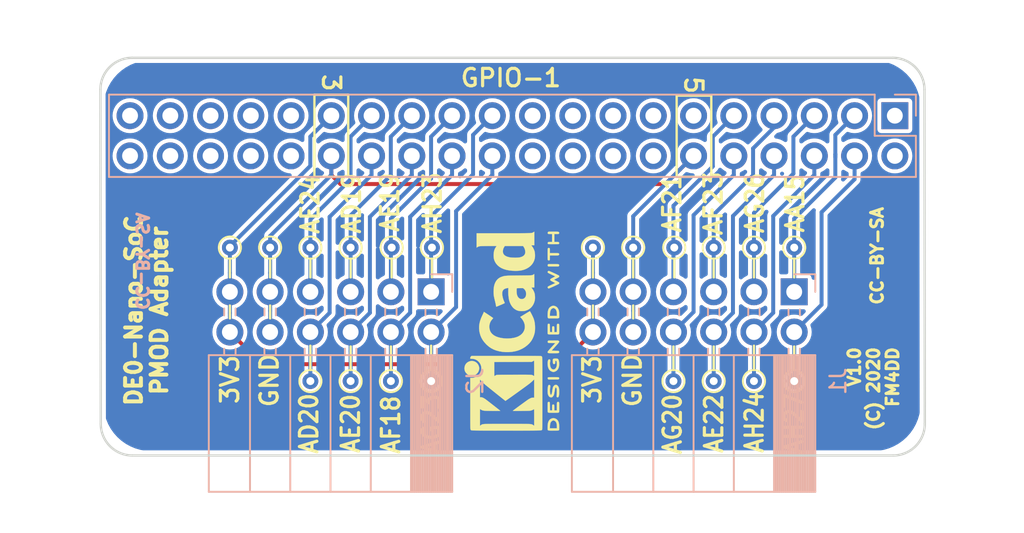
<source format=kicad_pcb>
(kicad_pcb (version 20171130) (host pcbnew "(5.1.4)-1")

  (general
    (thickness 0.8)
    (drawings 69)
    (tracks 111)
    (zones 0)
    (modules 24)
    (nets 40)
  )

  (page A4)
  (title_block
    (title "iCEBreaker PMOD - Hyperram")
    (rev V1.0b)
    (company 1BitSquared)
    (comment 1 "2018 (C) 1BitSquared <info@1bitsquared.com>")
    (comment 2 "2018 (C) Piotr Esden-Tempski <piotr@esden.net>")
    (comment 3 "License: CC-BY-SA 4.0")
  )

  (layers
    (0 F.Cu signal)
    (31 B.Cu signal)
    (33 F.Adhes user)
    (34 B.Paste user)
    (35 F.Paste user)
    (36 B.SilkS user)
    (37 F.SilkS user)
    (38 B.Mask user)
    (39 F.Mask user)
    (40 Dwgs.User user)
    (44 Edge.Cuts user)
    (45 Margin user)
    (46 B.CrtYd user)
    (47 F.CrtYd user)
    (48 B.Fab user)
    (49 F.Fab user)
  )

  (setup
    (last_trace_width 0.25)
    (trace_clearance 0.24)
    (zone_clearance 0.25)
    (zone_45_only yes)
    (trace_min 0.2)
    (via_size 0.5)
    (via_drill 0.3)
    (via_min_size 0.5)
    (via_min_drill 0.3)
    (uvia_size 0.3)
    (uvia_drill 0.1)
    (uvias_allowed no)
    (uvia_min_size 0.2)
    (uvia_min_drill 0.1)
    (edge_width 0.15)
    (segment_width 0.15)
    (pcb_text_width 0.3)
    (pcb_text_size 1.5 1.5)
    (mod_edge_width 0.15)
    (mod_text_size 1 1)
    (mod_text_width 0.15)
    (pad_size 1 1)
    (pad_drill 0.5)
    (pad_to_mask_clearance 0.05)
    (aux_axis_origin 0 0)
    (grid_origin 44 44)
    (visible_elements 7FFFFFFF)
    (pcbplotparams
      (layerselection 0x010fc_ffffffff)
      (usegerberextensions true)
      (usegerberattributes false)
      (usegerberadvancedattributes false)
      (creategerberjobfile false)
      (excludeedgelayer true)
      (linewidth 0.300000)
      (plotframeref false)
      (viasonmask false)
      (mode 1)
      (useauxorigin false)
      (hpglpennumber 1)
      (hpglpenspeed 20)
      (hpglpendiameter 15.000000)
      (psnegative false)
      (psa4output false)
      (plotreference true)
      (plotvalue true)
      (plotinvisibletext false)
      (padsonsilk false)
      (subtractmaskfromsilk true)
      (outputformat 1)
      (mirror false)
      (drillshape 0)
      (scaleselection 1)
      (outputdirectory "20200112 pmod2nano gerber v10/"))
  )

  (net 0 "")
  (net 1 GND)
  (net 2 +3V3)
  (net 3 /+5V)
  (net 4 /PIN_Y15)
  (net 5 /PIN_AG28)
  (net 6 /PIN_AA15)
  (net 7 /PIN_AH27)
  (net 8 /PIN_AG26)
  (net 9 /PIN_AH24)
  (net 10 /PIN_AF23)
  (net 11 /PIN_AE22)
  (net 12 /PIN_AF21)
  (net 13 /PIN_AG20)
  (net 14 /PIN_AG19)
  (net 15 /PIN_AF20)
  (net 16 /PIN_AC23)
  (net 17 /PIN_AG18)
  (net 18 /PIN_AH26)
  (net 19 /PIN_AA19)
  (net 20 /PIN_AG24)
  (net 21 /PIN_AF25)
  (net 22 /PIN_AH23)
  (net 23 /PIN_AG23)
  (net 24 /PIN_AE19)
  (net 25 /PIN_AF18)
  (net 26 /PIN_AD19)
  (net 27 /PIN_AE20)
  (net 28 /PIN_AE24)
  (net 29 /PIN_AD20)
  (net 30 /PIN_AF22)
  (net 31 /PIN_AH22)
  (net 32 /PIN_AH19)
  (net 33 /PIN_AH21)
  (net 34 /PIN_AG21)
  (net 35 /PIN_AH18)
  (net 36 /PIN_AD23)
  (net 37 /PIN_AE23)
  (net 38 /PIN_AA18)
  (net 39 /PIN_AC22)

  (net_class Default "This is the default net class."
    (clearance 0.24)
    (trace_width 0.25)
    (via_dia 0.5)
    (via_drill 0.3)
    (uvia_dia 0.3)
    (uvia_drill 0.1)
    (add_net +3V3)
    (add_net /+5V)
    (add_net /PIN_AA15)
    (add_net /PIN_AA18)
    (add_net /PIN_AA19)
    (add_net /PIN_AC22)
    (add_net /PIN_AC23)
    (add_net /PIN_AD19)
    (add_net /PIN_AD20)
    (add_net /PIN_AD23)
    (add_net /PIN_AE19)
    (add_net /PIN_AE20)
    (add_net /PIN_AE22)
    (add_net /PIN_AE23)
    (add_net /PIN_AE24)
    (add_net /PIN_AF18)
    (add_net /PIN_AF20)
    (add_net /PIN_AF21)
    (add_net /PIN_AF22)
    (add_net /PIN_AF23)
    (add_net /PIN_AF25)
    (add_net /PIN_AG18)
    (add_net /PIN_AG19)
    (add_net /PIN_AG20)
    (add_net /PIN_AG21)
    (add_net /PIN_AG23)
    (add_net /PIN_AG24)
    (add_net /PIN_AG26)
    (add_net /PIN_AG28)
    (add_net /PIN_AH18)
    (add_net /PIN_AH19)
    (add_net /PIN_AH21)
    (add_net /PIN_AH22)
    (add_net /PIN_AH23)
    (add_net /PIN_AH24)
    (add_net /PIN_AH26)
    (add_net /PIN_AH27)
    (add_net /PIN_Y15)
    (add_net GND)
  )

  (module TestPoint:TestPoint_THTPad_D1.0mm_Drill0.5mm (layer F.Cu) (tedit 5E1B2792) (tstamp 5E1B8C93)
    (at 88.0436 122.4352 180)
    (descr "THT pad as test Point, diameter 1.0mm, hole diameter 0.5mm")
    (tags "test point THT pad")
    (attr virtual)
    (fp_text reference REF** (at 0 -1.448) (layer F.SilkS) hide
      (effects (font (size 1 1) (thickness 0.15)))
    )
    (fp_text value TestPoint_THTPad_D1.0mm_Drill0.5mm (at 0 1.55) (layer F.Fab)
      (effects (font (size 1 1) (thickness 0.15)))
    )
    (fp_circle (center 0 0) (end 0 0.7) (layer F.SilkS) (width 0.12))
    (fp_circle (center 0 0) (end 1 0) (layer F.CrtYd) (width 0.05))
    (fp_text user %R (at 0 -1.45) (layer F.Fab)
      (effects (font (size 1 1) (thickness 0.15)))
    )
    (pad 1 thru_hole circle (at 0 0 180) (size 1 1) (drill 0.5) (layers *.Cu *.Mask)
      (net 2 +3V3))
  )

  (module TestPoint:TestPoint_THTPad_D1.0mm_Drill0.5mm (layer F.Cu) (tedit 5E1B278B) (tstamp 5E1B8C76)
    (at 90.5836 122.4352 180)
    (descr "THT pad as test Point, diameter 1.0mm, hole diameter 0.5mm")
    (tags "test point THT pad")
    (attr virtual)
    (fp_text reference REF** (at 0 -1.448) (layer F.SilkS) hide
      (effects (font (size 1 1) (thickness 0.15)))
    )
    (fp_text value TestPoint_THTPad_D1.0mm_Drill0.5mm (at 0 1.55) (layer F.Fab)
      (effects (font (size 1 1) (thickness 0.15)))
    )
    (fp_circle (center 0 0) (end 0 0.7) (layer F.SilkS) (width 0.12))
    (fp_circle (center 0 0) (end 1 0) (layer F.CrtYd) (width 0.05))
    (fp_text user %R (at 0 -1.45) (layer F.Fab)
      (effects (font (size 1 1) (thickness 0.15)))
    )
    (pad 1 thru_hole circle (at 0 0 180) (size 1 1) (drill 0.5) (layers *.Cu *.Mask)
      (net 1 GND))
  )

  (module TestPoint:TestPoint_THTPad_D1.0mm_Drill0.5mm (layer F.Cu) (tedit 5E303DA5) (tstamp 5E1B8796)
    (at 100.7436 130.868 180)
    (descr "THT pad as test Point, diameter 1.0mm, hole diameter 0.5mm")
    (tags "test point THT pad")
    (attr virtual)
    (fp_text reference REF** (at 0 -1.448) (layer F.SilkS) hide
      (effects (font (size 1 1) (thickness 0.15)))
    )
    (fp_text value TestPoint_THTPad_D1.0mm_Drill0.5mm (at 0 1.55) (layer F.Fab)
      (effects (font (size 1 1) (thickness 0.15)))
    )
    (fp_circle (center 0 0) (end 0 0.7) (layer F.SilkS) (width 0.12))
    (fp_circle (center 0 0) (end 1 0) (layer F.CrtYd) (width 0.05))
    (fp_text user %R (at 0 -1.45) (layer F.Fab)
      (effects (font (size 1 1) (thickness 0.15)))
    )
    (pad 1 thru_hole circle (at 0 0 180) (size 1 1) (drill 0.5) (layers *.Cu *.Mask)
      (net 7 /PIN_AH27))
  )

  (module TestPoint:TestPoint_THTPad_D1.0mm_Drill0.5mm (layer F.Cu) (tedit 5E303D8C) (tstamp 5E1B8779)
    (at 98.2036 130.868 180)
    (descr "THT pad as test Point, diameter 1.0mm, hole diameter 0.5mm")
    (tags "test point THT pad")
    (attr virtual)
    (fp_text reference REF** (at 0 -1.448) (layer F.SilkS) hide
      (effects (font (size 1 1) (thickness 0.15)))
    )
    (fp_text value TestPoint_THTPad_D1.0mm_Drill0.5mm (at 0 1.55) (layer F.Fab)
      (effects (font (size 1 1) (thickness 0.15)))
    )
    (fp_circle (center 0 0) (end 0 0.7) (layer F.SilkS) (width 0.12))
    (fp_circle (center 0 0) (end 1 0) (layer F.CrtYd) (width 0.05))
    (fp_text user %R (at 0 -1.45) (layer F.Fab)
      (effects (font (size 1 1) (thickness 0.15)))
    )
    (pad 1 thru_hole circle (at 0 0 180) (size 1 1) (drill 0.5) (layers *.Cu *.Mask)
      (net 9 /PIN_AH24))
  )

  (module TestPoint:TestPoint_THTPad_D1.0mm_Drill0.5mm (layer F.Cu) (tedit 5E303D78) (tstamp 5E1B875C)
    (at 95.6636 130.868 180)
    (descr "THT pad as test Point, diameter 1.0mm, hole diameter 0.5mm")
    (tags "test point THT pad")
    (attr virtual)
    (fp_text reference REF** (at 0 -1.448) (layer F.SilkS) hide
      (effects (font (size 1 1) (thickness 0.15)))
    )
    (fp_text value TestPoint_THTPad_D1.0mm_Drill0.5mm (at 0 1.55) (layer F.Fab)
      (effects (font (size 1 1) (thickness 0.15)))
    )
    (fp_circle (center 0 0) (end 0 0.7) (layer F.SilkS) (width 0.12))
    (fp_circle (center 0 0) (end 1 0) (layer F.CrtYd) (width 0.05))
    (fp_text user %R (at 0 -1.45) (layer F.Fab)
      (effects (font (size 1 1) (thickness 0.15)))
    )
    (pad 1 thru_hole circle (at 0 0 180) (size 1 1) (drill 0.5) (layers *.Cu *.Mask)
      (net 11 /PIN_AE22))
  )

  (module TestPoint:TestPoint_THTPad_D1.0mm_Drill0.5mm (layer F.Cu) (tedit 5E303D55) (tstamp 5E1B86BA)
    (at 93.1236 130.868 180)
    (descr "THT pad as test Point, diameter 1.0mm, hole diameter 0.5mm")
    (tags "test point THT pad")
    (attr virtual)
    (fp_text reference REF** (at 0 -1.448) (layer F.SilkS) hide
      (effects (font (size 1 1) (thickness 0.15)))
    )
    (fp_text value TestPoint_THTPad_D1.0mm_Drill0.5mm (at 0 1.55) (layer F.Fab)
      (effects (font (size 1 1) (thickness 0.15)))
    )
    (fp_circle (center 0 0) (end 0 0.7) (layer F.SilkS) (width 0.12))
    (fp_circle (center 0 0) (end 1 0) (layer F.CrtYd) (width 0.05))
    (fp_text user %R (at 0 -1.45) (layer F.Fab)
      (effects (font (size 1 1) (thickness 0.15)))
    )
    (pad 1 thru_hole circle (at 0 0 180) (size 1 1) (drill 0.5) (layers *.Cu *.Mask)
      (net 13 /PIN_AG20))
  )

  (module TestPoint:TestPoint_THTPad_D1.0mm_Drill0.5mm (layer F.Cu) (tedit 5E1B2663) (tstamp 5E1B7B95)
    (at 77.8328 130.868 180)
    (descr "THT pad as test Point, diameter 1.0mm, hole diameter 0.5mm")
    (tags "test point THT pad")
    (attr virtual)
    (fp_text reference REF** (at 0 -1.448) (layer F.SilkS) hide
      (effects (font (size 1 1) (thickness 0.15)))
    )
    (fp_text value TestPoint_THTPad_D1.0mm_Drill0.5mm (at 0 1.55) (layer F.Fab)
      (effects (font (size 1 1) (thickness 0.15)))
    )
    (fp_circle (center 0 0) (end 0 0.7) (layer F.SilkS) (width 0.12))
    (fp_circle (center 0 0) (end 1 0) (layer F.CrtYd) (width 0.05))
    (fp_text user %R (at 0 -1.45) (layer F.Fab)
      (effects (font (size 1 1) (thickness 0.15)))
    )
    (pad 1 thru_hole circle (at 0 0 180) (size 1 1) (drill 0.5) (layers *.Cu *.Mask)
      (net 23 /PIN_AG23))
  )

  (module TestPoint:TestPoint_THTPad_D1.0mm_Drill0.5mm (layer F.Cu) (tedit 5E1B244D) (tstamp 5E1B7B78)
    (at 70.2128 130.868 180)
    (descr "THT pad as test Point, diameter 1.0mm, hole diameter 0.5mm")
    (tags "test point THT pad")
    (attr virtual)
    (fp_text reference REF** (at 0 -1.448) (layer F.SilkS) hide
      (effects (font (size 1 1) (thickness 0.15)))
    )
    (fp_text value TestPoint_THTPad_D1.0mm_Drill0.5mm (at 0 1.55) (layer F.Fab)
      (effects (font (size 1 1) (thickness 0.15)))
    )
    (fp_circle (center 0 0) (end 0 0.7) (layer F.SilkS) (width 0.12))
    (fp_circle (center 0 0) (end 1 0) (layer F.CrtYd) (width 0.05))
    (fp_text user %R (at 0 -1.45) (layer F.Fab)
      (effects (font (size 1 1) (thickness 0.15)))
    )
    (pad 1 thru_hole circle (at 0 0 180) (size 1 1) (drill 0.5) (layers *.Cu *.Mask)
      (net 29 /PIN_AD20))
  )

  (module TestPoint:TestPoint_THTPad_D1.0mm_Drill0.5mm (layer F.Cu) (tedit 5E1B2446) (tstamp 5E1B7B5B)
    (at 72.7528 130.868 180)
    (descr "THT pad as test Point, diameter 1.0mm, hole diameter 0.5mm")
    (tags "test point THT pad")
    (attr virtual)
    (fp_text reference REF** (at 0 -1.448) (layer F.SilkS) hide
      (effects (font (size 1 1) (thickness 0.15)))
    )
    (fp_text value TestPoint_THTPad_D1.0mm_Drill0.5mm (at 0 1.55) (layer F.Fab)
      (effects (font (size 1 1) (thickness 0.15)))
    )
    (fp_circle (center 0 0) (end 0 0.7) (layer F.SilkS) (width 0.12))
    (fp_circle (center 0 0) (end 1 0) (layer F.CrtYd) (width 0.05))
    (fp_text user %R (at 0 -1.45) (layer F.Fab)
      (effects (font (size 1 1) (thickness 0.15)))
    )
    (pad 1 thru_hole circle (at 0 0 180) (size 1 1) (drill 0.5) (layers *.Cu *.Mask)
      (net 27 /PIN_AE20))
  )

  (module TestPoint:TestPoint_THTPad_D1.0mm_Drill0.5mm (layer F.Cu) (tedit 5E1B2667) (tstamp 5E1B7B3E)
    (at 75.2928 130.868 180)
    (descr "THT pad as test Point, diameter 1.0mm, hole diameter 0.5mm")
    (tags "test point THT pad")
    (attr virtual)
    (fp_text reference REF** (at 0 -1.448) (layer F.SilkS) hide
      (effects (font (size 1 1) (thickness 0.15)))
    )
    (fp_text value TestPoint_THTPad_D1.0mm_Drill0.5mm (at 0 1.55) (layer F.Fab)
      (effects (font (size 1 1) (thickness 0.15)))
    )
    (fp_circle (center 0 0) (end 0 0.7) (layer F.SilkS) (width 0.12))
    (fp_circle (center 0 0) (end 1 0) (layer F.CrtYd) (width 0.05))
    (fp_text user %R (at 0 -1.45) (layer F.Fab)
      (effects (font (size 1 1) (thickness 0.15)))
    )
    (pad 1 thru_hole circle (at 0 0 180) (size 1 1) (drill 0.5) (layers *.Cu *.Mask)
      (net 25 /PIN_AF18))
  )

  (module TestPoint:TestPoint_THTPad_D1.0mm_Drill0.5mm (layer F.Cu) (tedit 5E1B2475) (tstamp 5E1B750A)
    (at 70.2128 122.4352 180)
    (descr "THT pad as test Point, diameter 1.0mm, hole diameter 0.5mm")
    (tags "test point THT pad")
    (attr virtual)
    (fp_text reference REF** (at 0 -1.448) (layer F.SilkS) hide
      (effects (font (size 1 1) (thickness 0.15)))
    )
    (fp_text value TestPoint_THTPad_D1.0mm_Drill0.5mm (at 0 1.55) (layer F.Fab)
      (effects (font (size 1 1) (thickness 0.15)))
    )
    (fp_circle (center 0 0) (end 0 0.7) (layer F.SilkS) (width 0.12))
    (fp_circle (center 0 0) (end 1 0) (layer F.CrtYd) (width 0.05))
    (fp_text user %R (at 0 -1.45) (layer F.Fab)
      (effects (font (size 1 1) (thickness 0.15)))
    )
    (pad 1 thru_hole circle (at 0 0 180) (size 1 1) (drill 0.5) (layers *.Cu *.Mask)
      (net 28 /PIN_AE24))
  )

  (module TestPoint:TestPoint_THTPad_D1.0mm_Drill0.5mm (layer F.Cu) (tedit 5E1B2481) (tstamp 5E1B74ED)
    (at 72.7528 122.4352 180)
    (descr "THT pad as test Point, diameter 1.0mm, hole diameter 0.5mm")
    (tags "test point THT pad")
    (attr virtual)
    (fp_text reference REF** (at 0 -1.448) (layer F.SilkS) hide
      (effects (font (size 1 1) (thickness 0.15)))
    )
    (fp_text value TestPoint_THTPad_D1.0mm_Drill0.5mm (at 0 1.55) (layer F.Fab)
      (effects (font (size 1 1) (thickness 0.15)))
    )
    (fp_circle (center 0 0) (end 0 0.7) (layer F.SilkS) (width 0.12))
    (fp_circle (center 0 0) (end 1 0) (layer F.CrtYd) (width 0.05))
    (fp_text user %R (at 0 -1.45) (layer F.Fab)
      (effects (font (size 1 1) (thickness 0.15)))
    )
    (pad 1 thru_hole circle (at 0 0 180) (size 1 1) (drill 0.5) (layers *.Cu *.Mask)
      (net 26 /PIN_AD19))
  )

  (module TestPoint:TestPoint_THTPad_D1.0mm_Drill0.5mm (layer F.Cu) (tedit 5E1B2489) (tstamp 5E1B74D0)
    (at 75.3436 122.4352 180)
    (descr "THT pad as test Point, diameter 1.0mm, hole diameter 0.5mm")
    (tags "test point THT pad")
    (attr virtual)
    (fp_text reference REF** (at 0 -1.448) (layer F.SilkS) hide
      (effects (font (size 1 1) (thickness 0.15)))
    )
    (fp_text value TestPoint_THTPad_D1.0mm_Drill0.5mm (at 0 1.55) (layer F.Fab)
      (effects (font (size 1 1) (thickness 0.15)))
    )
    (fp_circle (center 0 0) (end 0 0.7) (layer F.SilkS) (width 0.12))
    (fp_circle (center 0 0) (end 1 0) (layer F.CrtYd) (width 0.05))
    (fp_text user %R (at 0 -1.45) (layer F.Fab)
      (effects (font (size 1 1) (thickness 0.15)))
    )
    (pad 1 thru_hole circle (at 0 0 180) (size 1 1) (drill 0.5) (layers *.Cu *.Mask)
      (net 24 /PIN_AE19))
  )

  (module TestPoint:TestPoint_THTPad_D1.0mm_Drill0.5mm (layer F.Cu) (tedit 5E1B2495) (tstamp 5E1B74B3)
    (at 77.8836 122.4352 180)
    (descr "THT pad as test Point, diameter 1.0mm, hole diameter 0.5mm")
    (tags "test point THT pad")
    (attr virtual)
    (fp_text reference REF** (at 0 -1.448) (layer F.SilkS) hide
      (effects (font (size 1 1) (thickness 0.15)))
    )
    (fp_text value TestPoint_THTPad_D1.0mm_Drill0.5mm (at 0 1.55) (layer F.Fab)
      (effects (font (size 1 1) (thickness 0.15)))
    )
    (fp_circle (center 0 0) (end 0 0.7) (layer F.SilkS) (width 0.12))
    (fp_circle (center 0 0) (end 1 0) (layer F.CrtYd) (width 0.05))
    (fp_text user %R (at 0 -1.45) (layer F.Fab)
      (effects (font (size 1 1) (thickness 0.15)))
    )
    (pad 1 thru_hole circle (at 0 0 180) (size 1 1) (drill 0.5) (layers *.Cu *.Mask)
      (net 22 /PIN_AH23))
  )

  (module TestPoint:TestPoint_THTPad_D1.0mm_Drill0.5mm (layer F.Cu) (tedit 5E1B27BD) (tstamp 5E1B7496)
    (at 93.1744 122.4352 180)
    (descr "THT pad as test Point, diameter 1.0mm, hole diameter 0.5mm")
    (tags "test point THT pad")
    (attr virtual)
    (fp_text reference REF** (at 0 -1.448) (layer F.SilkS) hide
      (effects (font (size 1 1) (thickness 0.15)))
    )
    (fp_text value TestPoint_THTPad_D1.0mm_Drill0.5mm (at 0 1.55) (layer F.Fab)
      (effects (font (size 1 1) (thickness 0.15)))
    )
    (fp_circle (center 0 0) (end 0 0.7) (layer F.SilkS) (width 0.12))
    (fp_circle (center 0 0) (end 1 0) (layer F.CrtYd) (width 0.05))
    (fp_text user %R (at 0 -1.45) (layer F.Fab)
      (effects (font (size 1 1) (thickness 0.15)))
    )
    (pad 1 thru_hole circle (at 0 0 180) (size 1 1) (drill 0.5) (layers *.Cu *.Mask)
      (net 12 /PIN_AF21))
  )

  (module TestPoint:TestPoint_THTPad_D1.0mm_Drill0.5mm (layer F.Cu) (tedit 5E1B27C5) (tstamp 5E1B7479)
    (at 95.6636 122.4352 180)
    (descr "THT pad as test Point, diameter 1.0mm, hole diameter 0.5mm")
    (tags "test point THT pad")
    (attr virtual)
    (fp_text reference REF** (at 0 -1.448) (layer F.SilkS) hide
      (effects (font (size 1 1) (thickness 0.15)))
    )
    (fp_text value TestPoint_THTPad_D1.0mm_Drill0.5mm (at 0 1.55) (layer F.Fab)
      (effects (font (size 1 1) (thickness 0.15)))
    )
    (fp_circle (center 0 0) (end 0 0.7) (layer F.SilkS) (width 0.12))
    (fp_circle (center 0 0) (end 1 0) (layer F.CrtYd) (width 0.05))
    (fp_text user %R (at 0 -1.45) (layer F.Fab)
      (effects (font (size 1 1) (thickness 0.15)))
    )
    (pad 1 thru_hole circle (at 0 0 180) (size 1 1) (drill 0.5) (layers *.Cu *.Mask)
      (net 10 /PIN_AF23))
  )

  (module TestPoint:TestPoint_THTPad_D1.0mm_Drill0.5mm (layer F.Cu) (tedit 5E1B27CD) (tstamp 5E1B745C)
    (at 98.2036 122.4352 180)
    (descr "THT pad as test Point, diameter 1.0mm, hole diameter 0.5mm")
    (tags "test point THT pad")
    (attr virtual)
    (fp_text reference REF** (at 0 -1.448) (layer F.SilkS) hide
      (effects (font (size 1 1) (thickness 0.15)))
    )
    (fp_text value TestPoint_THTPad_D1.0mm_Drill0.5mm (at 0 1.55) (layer F.Fab)
      (effects (font (size 1 1) (thickness 0.15)))
    )
    (fp_circle (center 0 0) (end 0 0.7) (layer F.SilkS) (width 0.12))
    (fp_circle (center 0 0) (end 1 0) (layer F.CrtYd) (width 0.05))
    (fp_text user %R (at 0 -1.45) (layer F.Fab)
      (effects (font (size 1 1) (thickness 0.15)))
    )
    (pad 1 thru_hole circle (at 0 0 180) (size 1 1) (drill 0.5) (layers *.Cu *.Mask)
      (net 8 /PIN_AG26))
  )

  (module TestPoint:TestPoint_THTPad_D1.0mm_Drill0.5mm (layer F.Cu) (tedit 5E1B27D5) (tstamp 5E1B742A)
    (at 100.7436 122.4352 180)
    (descr "THT pad as test Point, diameter 1.0mm, hole diameter 0.5mm")
    (tags "test point THT pad")
    (attr virtual)
    (fp_text reference REF** (at 0 -1.448) (layer F.SilkS) hide
      (effects (font (size 1 1) (thickness 0.15)))
    )
    (fp_text value TestPoint_THTPad_D1.0mm_Drill0.5mm (at 0 1.55) (layer F.Fab)
      (effects (font (size 1 1) (thickness 0.15)))
    )
    (fp_text user %R (at 0 -1.45) (layer F.Fab)
      (effects (font (size 1 1) (thickness 0.15)))
    )
    (fp_circle (center 0 0) (end 1 0) (layer F.CrtYd) (width 0.05))
    (fp_circle (center 0 0) (end 0 0.7) (layer F.SilkS) (width 0.12))
    (pad 1 thru_hole circle (at 0 0 180) (size 1 1) (drill 0.5) (layers *.Cu *.Mask)
      (net 6 /PIN_AA15))
  )

  (module TestPoint:TestPoint_THTPad_D1.0mm_Drill0.5mm (layer F.Cu) (tedit 5E1B2464) (tstamp 5E1B6976)
    (at 67.6728 122.4352 180)
    (descr "THT pad as test Point, diameter 1.0mm, hole diameter 0.5mm")
    (tags "test point THT pad")
    (attr virtual)
    (fp_text reference REF** (at 5.7404 -0.3556) (layer F.SilkS) hide
      (effects (font (size 1 1) (thickness 0.15)))
    )
    (fp_text value TestPoint_THTPad_D1.0mm_Drill0.5mm (at 0 1.55) (layer F.Fab)
      (effects (font (size 1 1) (thickness 0.15)))
    )
    (fp_circle (center 0 0) (end 0 0.7) (layer F.SilkS) (width 0.12))
    (fp_circle (center 0 0) (end 1 0) (layer F.CrtYd) (width 0.05))
    (pad 1 thru_hole circle (at 0 0 180) (size 1 1) (drill 0.5) (layers *.Cu *.Mask)
      (net 1 GND))
  )

  (module TestPoint:TestPoint_THTPad_D1.0mm_Drill0.5mm (layer F.Cu) (tedit 5E1B246C) (tstamp 5E1B6934)
    (at 65.1328 122.4352 180)
    (descr "THT pad as test Point, diameter 1.0mm, hole diameter 0.5mm")
    (tags "test point THT pad")
    (attr virtual)
    (fp_text reference REF** (at 3.2004 -0.3556) (layer F.SilkS) hide
      (effects (font (size 1 1) (thickness 0.15)))
    )
    (fp_text value TestPoint_THTPad_D1.0mm_Drill0.5mm (at 0 1.55) (layer F.Fab)
      (effects (font (size 1 1) (thickness 0.15)))
    )
    (fp_circle (center 0 0) (end 0 0.7) (layer F.SilkS) (width 0.12))
    (fp_circle (center 0 0) (end 1 0) (layer F.CrtYd) (width 0.05))
    (fp_text user %R (at 3.2512 -0.3556) (layer F.Fab)
      (effects (font (size 1 1) (thickness 0.15)))
    )
    (pad 1 thru_hole circle (at 0 0 180) (size 1 1) (drill 0.5) (layers *.Cu *.Mask)
      (net 2 +3V3))
  )

  (module Connector_PinSocket_2.54mm:PinSocket_2x06_P2.54mm_Horizontal (layer B.Cu) (tedit 5A19A42C) (tstamp 5E1B2D9B)
    (at 77.8328 125.2292 90)
    (descr "Through hole angled socket strip, 2x06, 2.54mm pitch, 8.51mm socket length, double cols (from Kicad 4.0.7), script generated")
    (tags "Through hole angled socket strip THT 2x06 2.54mm double row")
    (path /5E1B4E33)
    (fp_text reference J2 (at -5.65 2.77 90) (layer B.SilkS)
      (effects (font (size 1 1) (thickness 0.15)) (justify mirror))
    )
    (fp_text value PMOD (at -5.65 -15.47 90) (layer B.Fab)
      (effects (font (size 1 1) (thickness 0.15)) (justify mirror))
    )
    (fp_text user %R (at -8.315 -6.35 180) (layer B.Fab)
      (effects (font (size 1 1) (thickness 0.15)) (justify mirror))
    )
    (fp_line (start 1.8 -14.45) (end 1.8 1.8) (layer B.CrtYd) (width 0.05))
    (fp_line (start -13.05 -14.45) (end 1.8 -14.45) (layer B.CrtYd) (width 0.05))
    (fp_line (start -13.05 1.8) (end -13.05 -14.45) (layer B.CrtYd) (width 0.05))
    (fp_line (start 1.8 1.8) (end -13.05 1.8) (layer B.CrtYd) (width 0.05))
    (fp_line (start 0 1.33) (end 1.11 1.33) (layer B.SilkS) (width 0.12))
    (fp_line (start 1.11 1.33) (end 1.11 0) (layer B.SilkS) (width 0.12))
    (fp_line (start -12.63 1.33) (end -12.63 -14.03) (layer B.SilkS) (width 0.12))
    (fp_line (start -12.63 -14.03) (end -4 -14.03) (layer B.SilkS) (width 0.12))
    (fp_line (start -4 1.33) (end -4 -14.03) (layer B.SilkS) (width 0.12))
    (fp_line (start -12.63 1.33) (end -4 1.33) (layer B.SilkS) (width 0.12))
    (fp_line (start -12.63 -11.43) (end -4 -11.43) (layer B.SilkS) (width 0.12))
    (fp_line (start -12.63 -8.89) (end -4 -8.89) (layer B.SilkS) (width 0.12))
    (fp_line (start -12.63 -6.35) (end -4 -6.35) (layer B.SilkS) (width 0.12))
    (fp_line (start -12.63 -3.81) (end -4 -3.81) (layer B.SilkS) (width 0.12))
    (fp_line (start -12.63 -1.27) (end -4 -1.27) (layer B.SilkS) (width 0.12))
    (fp_line (start -1.49 -13.06) (end -1.05 -13.06) (layer B.SilkS) (width 0.12))
    (fp_line (start -4 -13.06) (end -3.59 -13.06) (layer B.SilkS) (width 0.12))
    (fp_line (start -1.49 -12.34) (end -1.05 -12.34) (layer B.SilkS) (width 0.12))
    (fp_line (start -4 -12.34) (end -3.59 -12.34) (layer B.SilkS) (width 0.12))
    (fp_line (start -1.49 -10.52) (end -1.05 -10.52) (layer B.SilkS) (width 0.12))
    (fp_line (start -4 -10.52) (end -3.59 -10.52) (layer B.SilkS) (width 0.12))
    (fp_line (start -1.49 -9.8) (end -1.05 -9.8) (layer B.SilkS) (width 0.12))
    (fp_line (start -4 -9.8) (end -3.59 -9.8) (layer B.SilkS) (width 0.12))
    (fp_line (start -1.49 -7.98) (end -1.05 -7.98) (layer B.SilkS) (width 0.12))
    (fp_line (start -4 -7.98) (end -3.59 -7.98) (layer B.SilkS) (width 0.12))
    (fp_line (start -1.49 -7.26) (end -1.05 -7.26) (layer B.SilkS) (width 0.12))
    (fp_line (start -4 -7.26) (end -3.59 -7.26) (layer B.SilkS) (width 0.12))
    (fp_line (start -1.49 -5.44) (end -1.05 -5.44) (layer B.SilkS) (width 0.12))
    (fp_line (start -4 -5.44) (end -3.59 -5.44) (layer B.SilkS) (width 0.12))
    (fp_line (start -1.49 -4.72) (end -1.05 -4.72) (layer B.SilkS) (width 0.12))
    (fp_line (start -4 -4.72) (end -3.59 -4.72) (layer B.SilkS) (width 0.12))
    (fp_line (start -1.49 -2.9) (end -1.05 -2.9) (layer B.SilkS) (width 0.12))
    (fp_line (start -4 -2.9) (end -3.59 -2.9) (layer B.SilkS) (width 0.12))
    (fp_line (start -1.49 -2.18) (end -1.05 -2.18) (layer B.SilkS) (width 0.12))
    (fp_line (start -4 -2.18) (end -3.59 -2.18) (layer B.SilkS) (width 0.12))
    (fp_line (start -1.49 -0.36) (end -1.11 -0.36) (layer B.SilkS) (width 0.12))
    (fp_line (start -4 -0.36) (end -3.59 -0.36) (layer B.SilkS) (width 0.12))
    (fp_line (start -1.49 0.36) (end -1.11 0.36) (layer B.SilkS) (width 0.12))
    (fp_line (start -4 0.36) (end -3.59 0.36) (layer B.SilkS) (width 0.12))
    (fp_line (start -12.63 -1.1519) (end -4 -1.1519) (layer B.SilkS) (width 0.12))
    (fp_line (start -12.63 -1.033805) (end -4 -1.033805) (layer B.SilkS) (width 0.12))
    (fp_line (start -12.63 -0.91571) (end -4 -0.91571) (layer B.SilkS) (width 0.12))
    (fp_line (start -12.63 -0.797615) (end -4 -0.797615) (layer B.SilkS) (width 0.12))
    (fp_line (start -12.63 -0.67952) (end -4 -0.67952) (layer B.SilkS) (width 0.12))
    (fp_line (start -12.63 -0.561425) (end -4 -0.561425) (layer B.SilkS) (width 0.12))
    (fp_line (start -12.63 -0.44333) (end -4 -0.44333) (layer B.SilkS) (width 0.12))
    (fp_line (start -12.63 -0.325235) (end -4 -0.325235) (layer B.SilkS) (width 0.12))
    (fp_line (start -12.63 -0.20714) (end -4 -0.20714) (layer B.SilkS) (width 0.12))
    (fp_line (start -12.63 -0.089045) (end -4 -0.089045) (layer B.SilkS) (width 0.12))
    (fp_line (start -12.63 0.02905) (end -4 0.02905) (layer B.SilkS) (width 0.12))
    (fp_line (start -12.63 0.147145) (end -4 0.147145) (layer B.SilkS) (width 0.12))
    (fp_line (start -12.63 0.26524) (end -4 0.26524) (layer B.SilkS) (width 0.12))
    (fp_line (start -12.63 0.383335) (end -4 0.383335) (layer B.SilkS) (width 0.12))
    (fp_line (start -12.63 0.50143) (end -4 0.50143) (layer B.SilkS) (width 0.12))
    (fp_line (start -12.63 0.619525) (end -4 0.619525) (layer B.SilkS) (width 0.12))
    (fp_line (start -12.63 0.73762) (end -4 0.73762) (layer B.SilkS) (width 0.12))
    (fp_line (start -12.63 0.855715) (end -4 0.855715) (layer B.SilkS) (width 0.12))
    (fp_line (start -12.63 0.97381) (end -4 0.97381) (layer B.SilkS) (width 0.12))
    (fp_line (start -12.63 1.091905) (end -4 1.091905) (layer B.SilkS) (width 0.12))
    (fp_line (start -12.63 1.21) (end -4 1.21) (layer B.SilkS) (width 0.12))
    (fp_line (start 0 -13) (end 0 -12.4) (layer B.Fab) (width 0.1))
    (fp_line (start -4.06 -13) (end 0 -13) (layer B.Fab) (width 0.1))
    (fp_line (start 0 -12.4) (end -4.06 -12.4) (layer B.Fab) (width 0.1))
    (fp_line (start 0 -10.46) (end 0 -9.86) (layer B.Fab) (width 0.1))
    (fp_line (start -4.06 -10.46) (end 0 -10.46) (layer B.Fab) (width 0.1))
    (fp_line (start 0 -9.86) (end -4.06 -9.86) (layer B.Fab) (width 0.1))
    (fp_line (start 0 -7.92) (end 0 -7.32) (layer B.Fab) (width 0.1))
    (fp_line (start -4.06 -7.92) (end 0 -7.92) (layer B.Fab) (width 0.1))
    (fp_line (start 0 -7.32) (end -4.06 -7.32) (layer B.Fab) (width 0.1))
    (fp_line (start 0 -5.38) (end 0 -4.78) (layer B.Fab) (width 0.1))
    (fp_line (start -4.06 -5.38) (end 0 -5.38) (layer B.Fab) (width 0.1))
    (fp_line (start 0 -4.78) (end -4.06 -4.78) (layer B.Fab) (width 0.1))
    (fp_line (start 0 -2.84) (end 0 -2.24) (layer B.Fab) (width 0.1))
    (fp_line (start -4.06 -2.84) (end 0 -2.84) (layer B.Fab) (width 0.1))
    (fp_line (start 0 -2.24) (end -4.06 -2.24) (layer B.Fab) (width 0.1))
    (fp_line (start 0 -0.3) (end 0 0.3) (layer B.Fab) (width 0.1))
    (fp_line (start -4.06 -0.3) (end 0 -0.3) (layer B.Fab) (width 0.1))
    (fp_line (start 0 0.3) (end -4.06 0.3) (layer B.Fab) (width 0.1))
    (fp_line (start -12.57 -13.97) (end -12.57 1.27) (layer B.Fab) (width 0.1))
    (fp_line (start -4.06 -13.97) (end -12.57 -13.97) (layer B.Fab) (width 0.1))
    (fp_line (start -4.06 0.3) (end -4.06 -13.97) (layer B.Fab) (width 0.1))
    (fp_line (start -5.03 1.27) (end -4.06 0.3) (layer B.Fab) (width 0.1))
    (fp_line (start -12.57 1.27) (end -5.03 1.27) (layer B.Fab) (width 0.1))
    (pad 12 thru_hole oval (at -2.54 -12.7 90) (size 1.7 1.7) (drill 1) (layers *.Cu *.Mask)
      (net 2 +3V3))
    (pad 11 thru_hole oval (at 0 -12.7 90) (size 1.7 1.7) (drill 1) (layers *.Cu *.Mask)
      (net 2 +3V3))
    (pad 10 thru_hole oval (at -2.54 -10.16 90) (size 1.7 1.7) (drill 1) (layers *.Cu *.Mask)
      (net 1 GND))
    (pad 9 thru_hole oval (at 0 -10.16 90) (size 1.7 1.7) (drill 1) (layers *.Cu *.Mask)
      (net 1 GND))
    (pad 8 thru_hole oval (at -2.54 -7.62 90) (size 1.7 1.7) (drill 1) (layers *.Cu *.Mask)
      (net 29 /PIN_AD20))
    (pad 7 thru_hole oval (at 0 -7.62 90) (size 1.7 1.7) (drill 1) (layers *.Cu *.Mask)
      (net 28 /PIN_AE24))
    (pad 6 thru_hole oval (at -2.54 -5.08 90) (size 1.7 1.7) (drill 1) (layers *.Cu *.Mask)
      (net 27 /PIN_AE20))
    (pad 5 thru_hole oval (at 0 -5.08 90) (size 1.7 1.7) (drill 1) (layers *.Cu *.Mask)
      (net 26 /PIN_AD19))
    (pad 4 thru_hole oval (at -2.54 -2.54 90) (size 1.7 1.7) (drill 1) (layers *.Cu *.Mask)
      (net 25 /PIN_AF18))
    (pad 3 thru_hole oval (at 0 -2.54 90) (size 1.7 1.7) (drill 1) (layers *.Cu *.Mask)
      (net 24 /PIN_AE19))
    (pad 2 thru_hole oval (at -2.54 0 90) (size 1.7 1.7) (drill 1) (layers *.Cu *.Mask)
      (net 23 /PIN_AG23))
    (pad 1 thru_hole rect (at 0 0 90) (size 1.7 1.7) (drill 1) (layers *.Cu *.Mask)
      (net 22 /PIN_AH23))
    (model ${KISYS3DMOD}/Connector_PinSocket_2.54mm.3dshapes/PinSocket_2x06_P2.54mm_Horizontal.wrl
      (at (xyz 0 0 0))
      (scale (xyz 1 1 1))
      (rotate (xyz 0 0 0))
    )
  )

  (module Symbol:KiCad-Logo2_5mm_SilkScreen (layer F.Cu) (tedit 0) (tstamp 5E305FB7)
    (at 82.9128 127.7184 90)
    (descr "KiCad Logo")
    (tags "Logo KiCad")
    (attr virtual)
    (fp_text reference REF** (at 0 -5.08 270) (layer B.SilkS) hide
      (effects (font (size 1 1) (thickness 0.15)) (justify mirror))
    )
    (fp_text value KiCad-Logo2_5mm_SilkScreen (at 0 5.08 270) (layer F.Fab) hide
      (effects (font (size 1 1) (thickness 0.15)))
    )
    (fp_poly (pts (xy 6.228823 2.274533) (xy 6.260202 2.296776) (xy 6.287911 2.324485) (xy 6.287911 2.63392)
      (xy 6.287838 2.725799) (xy 6.287495 2.79784) (xy 6.286692 2.85278) (xy 6.285241 2.89336)
      (xy 6.282952 2.922317) (xy 6.279636 2.942391) (xy 6.275105 2.956321) (xy 6.269169 2.966845)
      (xy 6.264514 2.9731) (xy 6.233783 2.997673) (xy 6.198496 3.000341) (xy 6.166245 2.985271)
      (xy 6.155588 2.976374) (xy 6.148464 2.964557) (xy 6.144167 2.945526) (xy 6.141991 2.914992)
      (xy 6.141228 2.868662) (xy 6.141155 2.832871) (xy 6.141155 2.698045) (xy 5.644444 2.698045)
      (xy 5.644444 2.8207) (xy 5.643931 2.876787) (xy 5.641876 2.915333) (xy 5.637508 2.941361)
      (xy 5.630056 2.959897) (xy 5.621047 2.9731) (xy 5.590144 2.997604) (xy 5.555196 3.000506)
      (xy 5.521738 2.983089) (xy 5.512604 2.973959) (xy 5.506152 2.961855) (xy 5.501897 2.943001)
      (xy 5.499352 2.91362) (xy 5.498029 2.869937) (xy 5.497443 2.808175) (xy 5.497375 2.794)
      (xy 5.496891 2.677631) (xy 5.496641 2.581727) (xy 5.496723 2.504177) (xy 5.497231 2.442869)
      (xy 5.498262 2.39569) (xy 5.499913 2.36053) (xy 5.502279 2.335276) (xy 5.505457 2.317817)
      (xy 5.509544 2.306041) (xy 5.514634 2.297835) (xy 5.520266 2.291645) (xy 5.552128 2.271844)
      (xy 5.585357 2.274533) (xy 5.616735 2.296776) (xy 5.629433 2.311126) (xy 5.637526 2.326978)
      (xy 5.642042 2.349554) (xy 5.644006 2.384078) (xy 5.644444 2.435776) (xy 5.644444 2.551289)
      (xy 6.141155 2.551289) (xy 6.141155 2.432756) (xy 6.141662 2.378148) (xy 6.143698 2.341275)
      (xy 6.148035 2.317307) (xy 6.155447 2.301415) (xy 6.163733 2.291645) (xy 6.195594 2.271844)
      (xy 6.228823 2.274533)) (layer F.SilkS) (width 0.01))
    (fp_poly (pts (xy 4.963065 2.269163) (xy 5.041772 2.269542) (xy 5.102863 2.270333) (xy 5.148817 2.27167)
      (xy 5.182114 2.273683) (xy 5.205236 2.276506) (xy 5.220662 2.280269) (xy 5.230871 2.285105)
      (xy 5.235813 2.288822) (xy 5.261457 2.321358) (xy 5.264559 2.355138) (xy 5.248711 2.385826)
      (xy 5.238348 2.398089) (xy 5.227196 2.40645) (xy 5.211035 2.411657) (xy 5.185642 2.414457)
      (xy 5.146798 2.415596) (xy 5.09028 2.415821) (xy 5.07918 2.415822) (xy 4.933244 2.415822)
      (xy 4.933244 2.686756) (xy 4.933148 2.772154) (xy 4.932711 2.837864) (xy 4.931712 2.886774)
      (xy 4.929928 2.921773) (xy 4.927137 2.945749) (xy 4.923117 2.961593) (xy 4.917645 2.972191)
      (xy 4.910666 2.980267) (xy 4.877734 3.000112) (xy 4.843354 2.998548) (xy 4.812176 2.975906)
      (xy 4.809886 2.9731) (xy 4.802429 2.962492) (xy 4.796747 2.950081) (xy 4.792601 2.93285)
      (xy 4.78975 2.907784) (xy 4.787954 2.871867) (xy 4.786972 2.822083) (xy 4.786564 2.755417)
      (xy 4.786489 2.679589) (xy 4.786489 2.415822) (xy 4.647127 2.415822) (xy 4.587322 2.415418)
      (xy 4.545918 2.41384) (xy 4.518748 2.410547) (xy 4.501646 2.404992) (xy 4.490443 2.396631)
      (xy 4.489083 2.395178) (xy 4.472725 2.361939) (xy 4.474172 2.324362) (xy 4.492978 2.291645)
      (xy 4.50025 2.285298) (xy 4.509627 2.280266) (xy 4.523609 2.276396) (xy 4.544696 2.273537)
      (xy 4.575389 2.271535) (xy 4.618189 2.270239) (xy 4.675595 2.269498) (xy 4.75011 2.269158)
      (xy 4.844233 2.269068) (xy 4.86426 2.269067) (xy 4.963065 2.269163)) (layer F.SilkS) (width 0.01))
    (fp_poly (pts (xy 4.188614 2.275877) (xy 4.212327 2.290647) (xy 4.238978 2.312227) (xy 4.238978 2.633773)
      (xy 4.238893 2.72783) (xy 4.238529 2.801932) (xy 4.237724 2.858704) (xy 4.236313 2.900768)
      (xy 4.234133 2.930748) (xy 4.231021 2.951267) (xy 4.226814 2.964949) (xy 4.221348 2.974416)
      (xy 4.217472 2.979082) (xy 4.186034 2.999575) (xy 4.150233 2.998739) (xy 4.118873 2.981264)
      (xy 4.092222 2.959684) (xy 4.092222 2.312227) (xy 4.118873 2.290647) (xy 4.144594 2.274949)
      (xy 4.1656 2.269067) (xy 4.188614 2.275877)) (layer F.SilkS) (width 0.01))
    (fp_poly (pts (xy 3.744665 2.271034) (xy 3.764255 2.278035) (xy 3.76501 2.278377) (xy 3.791613 2.298678)
      (xy 3.80627 2.319561) (xy 3.809138 2.329352) (xy 3.808996 2.342361) (xy 3.804961 2.360895)
      (xy 3.796146 2.387257) (xy 3.781669 2.423752) (xy 3.760645 2.472687) (xy 3.732188 2.536365)
      (xy 3.695415 2.617093) (xy 3.675175 2.661216) (xy 3.638625 2.739985) (xy 3.604315 2.812423)
      (xy 3.573552 2.87588) (xy 3.547648 2.927708) (xy 3.52791 2.965259) (xy 3.51565 2.985884)
      (xy 3.513224 2.988733) (xy 3.482183 3.001302) (xy 3.447121 2.999619) (xy 3.419 2.984332)
      (xy 3.417854 2.983089) (xy 3.406668 2.966154) (xy 3.387904 2.93317) (xy 3.363875 2.88838)
      (xy 3.336897 2.836032) (xy 3.327201 2.816742) (xy 3.254014 2.67015) (xy 3.17424 2.829393)
      (xy 3.145767 2.884415) (xy 3.11935 2.932132) (xy 3.097148 2.968893) (xy 3.081319 2.991044)
      (xy 3.075954 2.995741) (xy 3.034257 3.002102) (xy 2.999849 2.988733) (xy 2.989728 2.974446)
      (xy 2.972214 2.942692) (xy 2.948735 2.896597) (xy 2.92072 2.839285) (xy 2.889599 2.77388)
      (xy 2.856799 2.703507) (xy 2.82375 2.631291) (xy 2.791881 2.560355) (xy 2.762619 2.493825)
      (xy 2.737395 2.434826) (xy 2.717636 2.386481) (xy 2.704772 2.351915) (xy 2.700231 2.334253)
      (xy 2.700277 2.333613) (xy 2.711326 2.311388) (xy 2.73341 2.288753) (xy 2.73471 2.287768)
      (xy 2.761853 2.272425) (xy 2.786958 2.272574) (xy 2.796368 2.275466) (xy 2.807834 2.281718)
      (xy 2.82001 2.294014) (xy 2.834357 2.314908) (xy 2.852336 2.346949) (xy 2.875407 2.392688)
      (xy 2.90503 2.454677) (xy 2.931745 2.511898) (xy 2.96248 2.578226) (xy 2.990021 2.637874)
      (xy 3.012938 2.687725) (xy 3.029798 2.724664) (xy 3.039173 2.745573) (xy 3.04054 2.748845)
      (xy 3.046689 2.743497) (xy 3.060822 2.721109) (xy 3.081057 2.684946) (xy 3.105515 2.638277)
      (xy 3.115248 2.619022) (xy 3.148217 2.554004) (xy 3.173643 2.506654) (xy 3.193612 2.474219)
      (xy 3.21021 2.453946) (xy 3.225524 2.443082) (xy 3.24164 2.438875) (xy 3.252143 2.4384)
      (xy 3.27067 2.440042) (xy 3.286904 2.446831) (xy 3.303035 2.461566) (xy 3.321251 2.487044)
      (xy 3.343739 2.526061) (xy 3.372689 2.581414) (xy 3.388662 2.612903) (xy 3.41457 2.663087)
      (xy 3.437167 2.704704) (xy 3.454458 2.734242) (xy 3.46445 2.748189) (xy 3.465809 2.74877)
      (xy 3.472261 2.737793) (xy 3.486708 2.70929) (xy 3.507703 2.666244) (xy 3.533797 2.611638)
      (xy 3.563546 2.548454) (xy 3.57818 2.517071) (xy 3.61625 2.436078) (xy 3.646905 2.373756)
      (xy 3.671737 2.328071) (xy 3.692337 2.296989) (xy 3.710298 2.278478) (xy 3.72721 2.270504)
      (xy 3.744665 2.271034)) (layer F.SilkS) (width 0.01))
    (fp_poly (pts (xy 1.018309 2.269275) (xy 1.147288 2.273636) (xy 1.256991 2.286861) (xy 1.349226 2.309741)
      (xy 1.425802 2.34307) (xy 1.488527 2.387638) (xy 1.539212 2.444236) (xy 1.579663 2.513658)
      (xy 1.580459 2.515351) (xy 1.604601 2.577483) (xy 1.613203 2.632509) (xy 1.606231 2.687887)
      (xy 1.583654 2.751073) (xy 1.579372 2.760689) (xy 1.550172 2.816966) (xy 1.517356 2.860451)
      (xy 1.475002 2.897417) (xy 1.41719 2.934135) (xy 1.413831 2.936052) (xy 1.363504 2.960227)
      (xy 1.306621 2.978282) (xy 1.239527 2.990839) (xy 1.158565 2.998522) (xy 1.060082 3.001953)
      (xy 1.025286 3.002251) (xy 0.859594 3.002845) (xy 0.836197 2.9731) (xy 0.829257 2.963319)
      (xy 0.823842 2.951897) (xy 0.819765 2.936095) (xy 0.816837 2.913175) (xy 0.814867 2.880396)
      (xy 0.814225 2.856089) (xy 0.970844 2.856089) (xy 1.064726 2.856089) (xy 1.119664 2.854483)
      (xy 1.17606 2.850255) (xy 1.222345 2.844292) (xy 1.225139 2.84379) (xy 1.307348 2.821736)
      (xy 1.371114 2.7886) (xy 1.418452 2.742847) (xy 1.451382 2.682939) (xy 1.457108 2.667061)
      (xy 1.462721 2.642333) (xy 1.460291 2.617902) (xy 1.448467 2.5854) (xy 1.44134 2.569434)
      (xy 1.418 2.527006) (xy 1.38988 2.49724) (xy 1.35894 2.476511) (xy 1.296966 2.449537)
      (xy 1.217651 2.429998) (xy 1.125253 2.418746) (xy 1.058333 2.41627) (xy 0.970844 2.415822)
      (xy 0.970844 2.856089) (xy 0.814225 2.856089) (xy 0.813668 2.835021) (xy 0.81305 2.774311)
      (xy 0.812825 2.695526) (xy 0.8128 2.63392) (xy 0.8128 2.324485) (xy 0.840509 2.296776)
      (xy 0.852806 2.285544) (xy 0.866103 2.277853) (xy 0.884672 2.27304) (xy 0.912786 2.270446)
      (xy 0.954717 2.26941) (xy 1.014737 2.26927) (xy 1.018309 2.269275)) (layer F.SilkS) (width 0.01))
    (fp_poly (pts (xy 0.230343 2.26926) (xy 0.306701 2.270174) (xy 0.365217 2.272311) (xy 0.408255 2.276175)
      (xy 0.438183 2.282267) (xy 0.457368 2.29109) (xy 0.468176 2.303146) (xy 0.472973 2.318939)
      (xy 0.474127 2.33897) (xy 0.474133 2.341335) (xy 0.473131 2.363992) (xy 0.468396 2.381503)
      (xy 0.457333 2.394574) (xy 0.437348 2.403913) (xy 0.405846 2.410227) (xy 0.360232 2.414222)
      (xy 0.297913 2.416606) (xy 0.216293 2.418086) (xy 0.191277 2.418414) (xy -0.0508 2.421467)
      (xy -0.054186 2.486378) (xy -0.057571 2.551289) (xy 0.110576 2.551289) (xy 0.176266 2.551531)
      (xy 0.223172 2.552556) (xy 0.255083 2.554811) (xy 0.275791 2.558742) (xy 0.289084 2.564798)
      (xy 0.298755 2.573424) (xy 0.298817 2.573493) (xy 0.316356 2.607112) (xy 0.315722 2.643448)
      (xy 0.297314 2.674423) (xy 0.293671 2.677607) (xy 0.280741 2.685812) (xy 0.263024 2.691521)
      (xy 0.23657 2.695162) (xy 0.197432 2.697167) (xy 0.141662 2.697964) (xy 0.105994 2.698045)
      (xy -0.056445 2.698045) (xy -0.056445 2.856089) (xy 0.190161 2.856089) (xy 0.27158 2.856231)
      (xy 0.33341 2.856814) (xy 0.378637 2.858068) (xy 0.410248 2.860227) (xy 0.431231 2.863523)
      (xy 0.444573 2.868189) (xy 0.453261 2.874457) (xy 0.45545 2.876733) (xy 0.471614 2.90828)
      (xy 0.472797 2.944168) (xy 0.459536 2.975285) (xy 0.449043 2.985271) (xy 0.438129 2.990769)
      (xy 0.421217 2.995022) (xy 0.395633 2.99818) (xy 0.358701 3.000392) (xy 0.307746 3.001806)
      (xy 0.240094 3.002572) (xy 0.153069 3.002838) (xy 0.133394 3.002845) (xy 0.044911 3.002787)
      (xy -0.023773 3.002467) (xy -0.075436 3.001667) (xy -0.112855 3.000167) (xy -0.13881 2.997749)
      (xy -0.156078 2.994194) (xy -0.167438 2.989282) (xy -0.175668 2.982795) (xy -0.180183 2.978138)
      (xy -0.186979 2.969889) (xy -0.192288 2.959669) (xy -0.196294 2.9448) (xy -0.199179 2.922602)
      (xy -0.201126 2.890393) (xy -0.202319 2.845496) (xy -0.202939 2.785228) (xy -0.203171 2.706911)
      (xy -0.2032 2.640994) (xy -0.203129 2.548628) (xy -0.202792 2.476117) (xy -0.202002 2.420737)
      (xy -0.200574 2.379765) (xy -0.198321 2.350478) (xy -0.195057 2.330153) (xy -0.190596 2.316066)
      (xy -0.184752 2.305495) (xy -0.179803 2.298811) (xy -0.156406 2.269067) (xy 0.133774 2.269067)
      (xy 0.230343 2.26926)) (layer F.SilkS) (width 0.01))
    (fp_poly (pts (xy -1.300114 2.273448) (xy -1.276548 2.287273) (xy -1.245735 2.309881) (xy -1.206078 2.342338)
      (xy -1.15598 2.385708) (xy -1.093843 2.441058) (xy -1.018072 2.509451) (xy -0.931334 2.588084)
      (xy -0.750711 2.751878) (xy -0.745067 2.532029) (xy -0.743029 2.456351) (xy -0.741063 2.399994)
      (xy -0.738734 2.359706) (xy -0.735606 2.332235) (xy -0.731245 2.314329) (xy -0.725216 2.302737)
      (xy -0.717084 2.294208) (xy -0.712772 2.290623) (xy -0.678241 2.27167) (xy -0.645383 2.274441)
      (xy -0.619318 2.290633) (xy -0.592667 2.312199) (xy -0.589352 2.627151) (xy -0.588435 2.719779)
      (xy -0.587968 2.792544) (xy -0.588113 2.848161) (xy -0.589032 2.889342) (xy -0.590887 2.918803)
      (xy -0.593839 2.939255) (xy -0.59805 2.953413) (xy -0.603682 2.963991) (xy -0.609927 2.972474)
      (xy -0.623439 2.988207) (xy -0.636883 2.998636) (xy -0.652124 3.002639) (xy -0.671026 2.999094)
      (xy -0.695455 2.986879) (xy -0.727273 2.964871) (xy -0.768348 2.931949) (xy -0.820542 2.886991)
      (xy -0.885722 2.828875) (xy -0.959556 2.762099) (xy -1.224845 2.521458) (xy -1.230489 2.740589)
      (xy -1.232531 2.816128) (xy -1.234502 2.872354) (xy -1.236839 2.912524) (xy -1.239981 2.939896)
      (xy -1.244364 2.957728) (xy -1.250424 2.969279) (xy -1.2586 2.977807) (xy -1.262784 2.981282)
      (xy -1.299765 3.000372) (xy -1.334708 2.997493) (xy -1.365136 2.9731) (xy -1.372097 2.963286)
      (xy -1.377523 2.951826) (xy -1.381603 2.935968) (xy -1.384529 2.912963) (xy -1.386492 2.880062)
      (xy -1.387683 2.834516) (xy -1.388292 2.773573) (xy -1.388511 2.694486) (xy -1.388534 2.635956)
      (xy -1.38846 2.544407) (xy -1.388113 2.472687) (xy -1.387301 2.418045) (xy -1.385833 2.377732)
      (xy -1.383519 2.348998) (xy -1.380167 2.329093) (xy -1.375588 2.315268) (xy -1.369589 2.304772)
      (xy -1.365136 2.298811) (xy -1.35385 2.284691) (xy -1.343301 2.274029) (xy -1.331893 2.267892)
      (xy -1.31803 2.267343) (xy -1.300114 2.273448)) (layer F.SilkS) (width 0.01))
    (fp_poly (pts (xy -1.950081 2.274599) (xy -1.881565 2.286095) (xy -1.828943 2.303967) (xy -1.794708 2.327499)
      (xy -1.785379 2.340924) (xy -1.775893 2.372148) (xy -1.782277 2.400395) (xy -1.80243 2.427182)
      (xy -1.833745 2.439713) (xy -1.879183 2.438696) (xy -1.914326 2.431906) (xy -1.992419 2.418971)
      (xy -2.072226 2.417742) (xy -2.161555 2.428241) (xy -2.186229 2.43269) (xy -2.269291 2.456108)
      (xy -2.334273 2.490945) (xy -2.380461 2.536604) (xy -2.407145 2.592494) (xy -2.412663 2.621388)
      (xy -2.409051 2.680012) (xy -2.385729 2.731879) (xy -2.344824 2.775978) (xy -2.288459 2.811299)
      (xy -2.21876 2.836829) (xy -2.137852 2.851559) (xy -2.04786 2.854478) (xy -1.95091 2.844575)
      (xy -1.945436 2.843641) (xy -1.906875 2.836459) (xy -1.885494 2.829521) (xy -1.876227 2.819227)
      (xy -1.874006 2.801976) (xy -1.873956 2.792841) (xy -1.873956 2.754489) (xy -1.942431 2.754489)
      (xy -2.0029 2.750347) (xy -2.044165 2.737147) (xy -2.068175 2.71373) (xy -2.076877 2.678936)
      (xy -2.076983 2.674394) (xy -2.071892 2.644654) (xy -2.054433 2.623419) (xy -2.021939 2.609366)
      (xy -1.971743 2.601173) (xy -1.923123 2.598161) (xy -1.852456 2.596433) (xy -1.801198 2.59907)
      (xy -1.766239 2.6088) (xy -1.74447 2.628353) (xy -1.73278 2.660456) (xy -1.72806 2.707838)
      (xy -1.7272 2.770071) (xy -1.728609 2.839535) (xy -1.732848 2.886786) (xy -1.739936 2.912012)
      (xy -1.741311 2.913988) (xy -1.780228 2.945508) (xy -1.837286 2.97047) (xy -1.908869 2.98834)
      (xy -1.991358 2.998586) (xy -2.081139 3.000673) (xy -2.174592 2.994068) (xy -2.229556 2.985956)
      (xy -2.315766 2.961554) (xy -2.395892 2.921662) (xy -2.462977 2.869887) (xy -2.473173 2.859539)
      (xy -2.506302 2.816035) (xy -2.536194 2.762118) (xy -2.559357 2.705592) (xy -2.572298 2.654259)
      (xy -2.573858 2.634544) (xy -2.567218 2.593419) (xy -2.549568 2.542252) (xy -2.524297 2.488394)
      (xy -2.494789 2.439195) (xy -2.468719 2.406334) (xy -2.407765 2.357452) (xy -2.328969 2.318545)
      (xy -2.235157 2.290494) (xy -2.12915 2.274179) (xy -2.032 2.270192) (xy -1.950081 2.274599)) (layer F.SilkS) (width 0.01))
    (fp_poly (pts (xy -2.923822 2.291645) (xy -2.917242 2.299218) (xy -2.912079 2.308987) (xy -2.908164 2.323571)
      (xy -2.905324 2.345585) (xy -2.903387 2.377648) (xy -2.902183 2.422375) (xy -2.901539 2.482385)
      (xy -2.901284 2.560294) (xy -2.901245 2.635956) (xy -2.901314 2.729802) (xy -2.901638 2.803689)
      (xy -2.902386 2.860232) (xy -2.903732 2.902049) (xy -2.905846 2.931757) (xy -2.9089 2.951973)
      (xy -2.913066 2.965314) (xy -2.918516 2.974398) (xy -2.923822 2.980267) (xy -2.956826 2.999947)
      (xy -2.991991 2.998181) (xy -3.023455 2.976717) (xy -3.030684 2.968337) (xy -3.036334 2.958614)
      (xy -3.040599 2.944861) (xy -3.043673 2.924389) (xy -3.045752 2.894512) (xy -3.04703 2.852541)
      (xy -3.047701 2.795789) (xy -3.047959 2.721567) (xy -3.048 2.637537) (xy -3.048 2.324485)
      (xy -3.020291 2.296776) (xy -2.986137 2.273463) (xy -2.953006 2.272623) (xy -2.923822 2.291645)) (layer F.SilkS) (width 0.01))
    (fp_poly (pts (xy -3.691703 2.270351) (xy -3.616888 2.275581) (xy -3.547306 2.28375) (xy -3.487002 2.29455)
      (xy -3.44002 2.307673) (xy -3.410406 2.322813) (xy -3.40586 2.327269) (xy -3.390054 2.36185)
      (xy -3.394847 2.397351) (xy -3.419364 2.427725) (xy -3.420534 2.428596) (xy -3.434954 2.437954)
      (xy -3.450008 2.442876) (xy -3.471005 2.443473) (xy -3.503257 2.439861) (xy -3.552073 2.432154)
      (xy -3.556 2.431505) (xy -3.628739 2.422569) (xy -3.707217 2.418161) (xy -3.785927 2.418119)
      (xy -3.859361 2.422279) (xy -3.922011 2.430479) (xy -3.96837 2.442557) (xy -3.971416 2.443771)
      (xy -4.005048 2.462615) (xy -4.016864 2.481685) (xy -4.007614 2.500439) (xy -3.978047 2.518337)
      (xy -3.928911 2.534837) (xy -3.860957 2.549396) (xy -3.815645 2.556406) (xy -3.721456 2.569889)
      (xy -3.646544 2.582214) (xy -3.587717 2.594449) (xy -3.541785 2.607661) (xy -3.505555 2.622917)
      (xy -3.475838 2.641285) (xy -3.449442 2.663831) (xy -3.42823 2.685971) (xy -3.403065 2.716819)
      (xy -3.390681 2.743345) (xy -3.386808 2.776026) (xy -3.386667 2.787995) (xy -3.389576 2.827712)
      (xy -3.401202 2.857259) (xy -3.421323 2.883486) (xy -3.462216 2.923576) (xy -3.507817 2.954149)
      (xy -3.561513 2.976203) (xy -3.626692 2.990735) (xy -3.706744 2.998741) (xy -3.805057 3.001218)
      (xy -3.821289 3.001177) (xy -3.886849 2.999818) (xy -3.951866 2.99673) (xy -4.009252 2.992356)
      (xy -4.051922 2.98714) (xy -4.055372 2.986541) (xy -4.097796 2.976491) (xy -4.13378 2.963796)
      (xy -4.15415 2.95219) (xy -4.173107 2.921572) (xy -4.174427 2.885918) (xy -4.158085 2.854144)
      (xy -4.154429 2.850551) (xy -4.139315 2.839876) (xy -4.120415 2.835276) (xy -4.091162 2.836059)
      (xy -4.055651 2.840127) (xy -4.01597 2.843762) (xy -3.960345 2.846828) (xy -3.895406 2.849053)
      (xy -3.827785 2.850164) (xy -3.81 2.850237) (xy -3.742128 2.849964) (xy -3.692454 2.848646)
      (xy -3.65661 2.845827) (xy -3.630224 2.84105) (xy -3.608926 2.833857) (xy -3.596126 2.827867)
      (xy -3.568 2.811233) (xy -3.550068 2.796168) (xy -3.547447 2.791897) (xy -3.552976 2.774263)
      (xy -3.57926 2.757192) (xy -3.624478 2.741458) (xy -3.686808 2.727838) (xy -3.705171 2.724804)
      (xy -3.80109 2.709738) (xy -3.877641 2.697146) (xy -3.93778 2.686111) (xy -3.98446 2.67572)
      (xy -4.020637 2.665056) (xy -4.049265 2.653205) (xy -4.073298 2.639251) (xy -4.095692 2.622281)
      (xy -4.119402 2.601378) (xy -4.12738 2.594049) (xy -4.155353 2.566699) (xy -4.17016 2.545029)
      (xy -4.175952 2.520232) (xy -4.176889 2.488983) (xy -4.166575 2.427705) (xy -4.135752 2.37564)
      (xy -4.084595 2.332958) (xy -4.013283 2.299825) (xy -3.9624 2.284964) (xy -3.9071 2.275366)
      (xy -3.840853 2.269936) (xy -3.767706 2.268367) (xy -3.691703 2.270351)) (layer F.SilkS) (width 0.01))
    (fp_poly (pts (xy -4.712794 2.269146) (xy -4.643386 2.269518) (xy -4.590997 2.270385) (xy -4.552847 2.271946)
      (xy -4.526159 2.274403) (xy -4.508153 2.277957) (xy -4.496049 2.28281) (xy -4.487069 2.289161)
      (xy -4.483818 2.292084) (xy -4.464043 2.323142) (xy -4.460482 2.358828) (xy -4.473491 2.39051)
      (xy -4.479506 2.396913) (xy -4.489235 2.403121) (xy -4.504901 2.40791) (xy -4.529408 2.411514)
      (xy -4.565661 2.414164) (xy -4.616565 2.416095) (xy -4.685026 2.417539) (xy -4.747617 2.418418)
      (xy -4.995334 2.421467) (xy -4.998719 2.486378) (xy -5.002105 2.551289) (xy -4.833958 2.551289)
      (xy -4.760959 2.551919) (xy -4.707517 2.554553) (xy -4.670628 2.560309) (xy -4.647288 2.570304)
      (xy -4.634494 2.585656) (xy -4.629242 2.607482) (xy -4.628445 2.627738) (xy -4.630923 2.652592)
      (xy -4.640277 2.670906) (xy -4.659383 2.683637) (xy -4.691118 2.691741) (xy -4.738359 2.696176)
      (xy -4.803983 2.697899) (xy -4.839801 2.698045) (xy -5.000978 2.698045) (xy -5.000978 2.856089)
      (xy -4.752622 2.856089) (xy -4.671213 2.856202) (xy -4.609342 2.856712) (xy -4.563968 2.85787)
      (xy -4.532054 2.85993) (xy -4.510559 2.863146) (xy -4.496443 2.867772) (xy -4.486668 2.874059)
      (xy -4.481689 2.878667) (xy -4.46461 2.90556) (xy -4.459111 2.929467) (xy -4.466963 2.958667)
      (xy -4.481689 2.980267) (xy -4.489546 2.987066) (xy -4.499688 2.992346) (xy -4.514844 2.996298)
      (xy -4.537741 2.999113) (xy -4.571109 3.000982) (xy -4.617675 3.002098) (xy -4.680167 3.002651)
      (xy -4.761314 3.002833) (xy -4.803422 3.002845) (xy -4.893598 3.002765) (xy -4.963924 3.002398)
      (xy -5.017129 3.001552) (xy -5.05594 3.000036) (xy -5.083087 2.997659) (xy -5.101298 2.994229)
      (xy -5.1133 2.989554) (xy -5.121822 2.983444) (xy -5.125156 2.980267) (xy -5.131755 2.97267)
      (xy -5.136927 2.96287) (xy -5.140846 2.948239) (xy -5.143684 2.926152) (xy -5.145615 2.893982)
      (xy -5.146812 2.849103) (xy -5.147448 2.788889) (xy -5.147697 2.710713) (xy -5.147734 2.637923)
      (xy -5.1477 2.544707) (xy -5.147465 2.471431) (xy -5.14683 2.415458) (xy -5.145594 2.374151)
      (xy -5.143556 2.344872) (xy -5.140517 2.324984) (xy -5.136277 2.31185) (xy -5.130635 2.302832)
      (xy -5.123391 2.295293) (xy -5.121606 2.293612) (xy -5.112945 2.286172) (xy -5.102882 2.280409)
      (xy -5.088625 2.276112) (xy -5.067383 2.273064) (xy -5.036364 2.271051) (xy -4.992777 2.26986)
      (xy -4.933831 2.269275) (xy -4.856734 2.269083) (xy -4.802001 2.269067) (xy -4.712794 2.269146)) (layer F.SilkS) (width 0.01))
    (fp_poly (pts (xy -6.121371 2.269066) (xy -6.081889 2.269467) (xy -5.9662 2.272259) (xy -5.869311 2.28055)
      (xy -5.787919 2.295232) (xy -5.718723 2.317193) (xy -5.65842 2.347322) (xy -5.603708 2.38651)
      (xy -5.584167 2.403532) (xy -5.55175 2.443363) (xy -5.52252 2.497413) (xy -5.499991 2.557323)
      (xy -5.487679 2.614739) (xy -5.4864 2.635956) (xy -5.494417 2.694769) (xy -5.515899 2.759013)
      (xy -5.546999 2.819821) (xy -5.583866 2.86833) (xy -5.589854 2.874182) (xy -5.640579 2.915321)
      (xy -5.696125 2.947435) (xy -5.759696 2.971365) (xy -5.834494 2.987953) (xy -5.923722 2.998041)
      (xy -6.030582 3.002469) (xy -6.079528 3.002845) (xy -6.141762 3.002545) (xy -6.185528 3.001292)
      (xy -6.214931 2.998554) (xy -6.234079 2.993801) (xy -6.247077 2.986501) (xy -6.254045 2.980267)
      (xy -6.260626 2.972694) (xy -6.265788 2.962924) (xy -6.269703 2.94834) (xy -6.272543 2.926326)
      (xy -6.27448 2.894264) (xy -6.275684 2.849536) (xy -6.276328 2.789526) (xy -6.276583 2.711617)
      (xy -6.276622 2.635956) (xy -6.27687 2.535041) (xy -6.276817 2.454427) (xy -6.275857 2.415822)
      (xy -6.129867 2.415822) (xy -6.129867 2.856089) (xy -6.036734 2.856004) (xy -5.980693 2.854396)
      (xy -5.921999 2.850256) (xy -5.873028 2.844464) (xy -5.871538 2.844226) (xy -5.792392 2.82509)
      (xy -5.731002 2.795287) (xy -5.684305 2.752878) (xy -5.654635 2.706961) (xy -5.636353 2.656026)
      (xy -5.637771 2.6082) (xy -5.658988 2.556933) (xy -5.700489 2.503899) (xy -5.757998 2.4646)
      (xy -5.83275 2.438331) (xy -5.882708 2.429035) (xy -5.939416 2.422507) (xy -5.999519 2.417782)
      (xy -6.050639 2.415817) (xy -6.053667 2.415808) (xy -6.129867 2.415822) (xy -6.275857 2.415822)
      (xy -6.27526 2.391851) (xy -6.270998 2.345055) (xy -6.26283 2.311778) (xy -6.249556 2.289759)
      (xy -6.229974 2.276739) (xy -6.202883 2.270457) (xy -6.167082 2.268653) (xy -6.121371 2.269066)) (layer F.SilkS) (width 0.01))
    (fp_poly (pts (xy -2.273043 -2.973429) (xy -2.176768 -2.949191) (xy -2.090184 -2.906359) (xy -2.015373 -2.846581)
      (xy -1.954418 -2.771506) (xy -1.909399 -2.68278) (xy -1.883136 -2.58647) (xy -1.877286 -2.489205)
      (xy -1.89214 -2.395346) (xy -1.92584 -2.307489) (xy -1.976528 -2.22823) (xy -2.042345 -2.160164)
      (xy -2.121434 -2.105888) (xy -2.211934 -2.067998) (xy -2.2632 -2.055574) (xy -2.307698 -2.048053)
      (xy -2.341999 -2.045081) (xy -2.37496 -2.046906) (xy -2.415434 -2.053775) (xy -2.448531 -2.06075)
      (xy -2.541947 -2.092259) (xy -2.625619 -2.143383) (xy -2.697665 -2.212571) (xy -2.7562 -2.298272)
      (xy -2.770148 -2.325511) (xy -2.786586 -2.361878) (xy -2.796894 -2.392418) (xy -2.80246 -2.42455)
      (xy -2.804669 -2.465693) (xy -2.804948 -2.511778) (xy -2.800861 -2.596135) (xy -2.787446 -2.665414)
      (xy -2.762256 -2.726039) (xy -2.722846 -2.784433) (xy -2.684298 -2.828698) (xy -2.612406 -2.894516)
      (xy -2.537313 -2.939947) (xy -2.454562 -2.96715) (xy -2.376928 -2.977424) (xy -2.273043 -2.973429)) (layer F.SilkS) (width 0.01))
    (fp_poly (pts (xy 6.186507 -0.527755) (xy 6.186526 -0.293338) (xy 6.186552 -0.080397) (xy 6.186625 0.112168)
      (xy 6.186782 0.285459) (xy 6.187064 0.440576) (xy 6.187509 0.57862) (xy 6.188156 0.700692)
      (xy 6.189045 0.807894) (xy 6.190213 0.901326) (xy 6.191701 0.98209) (xy 6.193546 1.051286)
      (xy 6.195789 1.110015) (xy 6.198469 1.159379) (xy 6.201623 1.200478) (xy 6.205292 1.234413)
      (xy 6.209513 1.262286) (xy 6.214327 1.285198) (xy 6.219773 1.304249) (xy 6.225888 1.32054)
      (xy 6.232712 1.335173) (xy 6.240285 1.349249) (xy 6.248645 1.363868) (xy 6.253839 1.372974)
      (xy 6.288104 1.433689) (xy 5.429955 1.433689) (xy 5.429955 1.337733) (xy 5.429224 1.29437)
      (xy 5.427272 1.261205) (xy 5.424463 1.243424) (xy 5.423221 1.241778) (xy 5.411799 1.248662)
      (xy 5.389084 1.266505) (xy 5.366385 1.285879) (xy 5.3118 1.326614) (xy 5.242321 1.367617)
      (xy 5.16527 1.405123) (xy 5.087965 1.435364) (xy 5.057113 1.445012) (xy 4.988616 1.459578)
      (xy 4.905764 1.469539) (xy 4.816371 1.474583) (xy 4.728248 1.474396) (xy 4.649207 1.468666)
      (xy 4.611511 1.462858) (xy 4.473414 1.424797) (xy 4.346113 1.367073) (xy 4.230292 1.290211)
      (xy 4.126637 1.194739) (xy 4.035833 1.081179) (xy 3.969031 0.970381) (xy 3.914164 0.853625)
      (xy 3.872163 0.734276) (xy 3.842167 0.608283) (xy 3.823311 0.471594) (xy 3.814732 0.320158)
      (xy 3.814006 0.242711) (xy 3.8161 0.185934) (xy 4.645217 0.185934) (xy 4.645424 0.279002)
      (xy 4.648337 0.366692) (xy 4.654 0.443772) (xy 4.662455 0.505009) (xy 4.665038 0.51735)
      (xy 4.69684 0.624633) (xy 4.738498 0.711658) (xy 4.790363 0.778642) (xy 4.852781 0.825805)
      (xy 4.9261 0.853365) (xy 5.010669 0.861541) (xy 5.106835 0.850551) (xy 5.170311 0.834829)
      (xy 5.219454 0.816639) (xy 5.273583 0.790791) (xy 5.314244 0.767089) (xy 5.3848 0.720721)
      (xy 5.3848 -0.42947) (xy 5.317392 -0.473038) (xy 5.238867 -0.51396) (xy 5.154681 -0.540611)
      (xy 5.069557 -0.552535) (xy 4.988216 -0.549278) (xy 4.91538 -0.530385) (xy 4.883426 -0.514816)
      (xy 4.825501 -0.471819) (xy 4.776544 -0.415047) (xy 4.73539 -0.342425) (xy 4.700874 -0.251879)
      (xy 4.671833 -0.141334) (xy 4.670552 -0.135467) (xy 4.660381 -0.073212) (xy 4.652739 0.004594)
      (xy 4.64767 0.09272) (xy 4.645217 0.185934) (xy 3.8161 0.185934) (xy 3.821857 0.029895)
      (xy 3.843802 -0.165941) (xy 3.879786 -0.344668) (xy 3.929759 -0.506155) (xy 3.993668 -0.650274)
      (xy 4.071462 -0.776894) (xy 4.163089 -0.885885) (xy 4.268497 -0.977117) (xy 4.313662 -1.008068)
      (xy 4.414611 -1.064215) (xy 4.517901 -1.103826) (xy 4.627989 -1.127986) (xy 4.74933 -1.137781)
      (xy 4.841836 -1.136735) (xy 4.97149 -1.125769) (xy 5.084084 -1.103954) (xy 5.182875 -1.070286)
      (xy 5.271121 -1.023764) (xy 5.319986 -0.989552) (xy 5.349353 -0.967638) (xy 5.371043 -0.952667)
      (xy 5.379253 -0.948267) (xy 5.380868 -0.959096) (xy 5.382159 -0.989749) (xy 5.383138 -1.037474)
      (xy 5.383817 -1.099521) (xy 5.38421 -1.173138) (xy 5.38433 -1.255573) (xy 5.384188 -1.344075)
      (xy 5.383797 -1.435893) (xy 5.383171 -1.528276) (xy 5.38232 -1.618472) (xy 5.38126 -1.703729)
      (xy 5.380001 -1.781297) (xy 5.378556 -1.848424) (xy 5.376938 -1.902359) (xy 5.375161 -1.94035)
      (xy 5.374669 -1.947333) (xy 5.367092 -2.017749) (xy 5.355531 -2.072898) (xy 5.337792 -2.120019)
      (xy 5.311682 -2.166353) (xy 5.305415 -2.175933) (xy 5.280983 -2.212622) (xy 6.186311 -2.212622)
      (xy 6.186507 -0.527755)) (layer F.SilkS) (width 0.01))
    (fp_poly (pts (xy 2.673574 -1.133448) (xy 2.825492 -1.113433) (xy 2.960756 -1.079798) (xy 3.080239 -1.032275)
      (xy 3.184815 -0.970595) (xy 3.262424 -0.907035) (xy 3.331265 -0.832901) (xy 3.385006 -0.753129)
      (xy 3.42791 -0.660909) (xy 3.443384 -0.617839) (xy 3.456244 -0.578858) (xy 3.467446 -0.542711)
      (xy 3.47712 -0.507566) (xy 3.485396 -0.47159) (xy 3.492403 -0.43295) (xy 3.498272 -0.389815)
      (xy 3.503131 -0.340351) (xy 3.50711 -0.282727) (xy 3.51034 -0.215109) (xy 3.512949 -0.135666)
      (xy 3.515067 -0.042564) (xy 3.516824 0.066027) (xy 3.518349 0.191942) (xy 3.519772 0.337012)
      (xy 3.521025 0.479778) (xy 3.522351 0.635968) (xy 3.523556 0.771239) (xy 3.524766 0.887246)
      (xy 3.526106 0.985645) (xy 3.5277 1.068093) (xy 3.529675 1.136246) (xy 3.532156 1.19176)
      (xy 3.535269 1.236292) (xy 3.539138 1.271498) (xy 3.543889 1.299034) (xy 3.549648 1.320556)
      (xy 3.556539 1.337722) (xy 3.564689 1.352186) (xy 3.574223 1.365606) (xy 3.585266 1.379638)
      (xy 3.589566 1.385071) (xy 3.605386 1.40791) (xy 3.612422 1.423463) (xy 3.612444 1.423922)
      (xy 3.601567 1.426121) (xy 3.570582 1.428147) (xy 3.521957 1.429942) (xy 3.458163 1.431451)
      (xy 3.381669 1.432616) (xy 3.294944 1.43338) (xy 3.200457 1.433686) (xy 3.18955 1.433689)
      (xy 2.766657 1.433689) (xy 2.763395 1.337622) (xy 2.760133 1.241556) (xy 2.698044 1.292543)
      (xy 2.600714 1.360057) (xy 2.490813 1.414749) (xy 2.404349 1.444978) (xy 2.335278 1.459666)
      (xy 2.251925 1.469659) (xy 2.162159 1.474646) (xy 2.073845 1.474313) (xy 1.994851 1.468351)
      (xy 1.958622 1.462638) (xy 1.818603 1.424776) (xy 1.692178 1.369932) (xy 1.58026 1.298924)
      (xy 1.483762 1.212568) (xy 1.4036 1.111679) (xy 1.340687 0.997076) (xy 1.296312 0.870984)
      (xy 1.283978 0.814401) (xy 1.276368 0.752202) (xy 1.272739 0.677363) (xy 1.272245 0.643467)
      (xy 1.27231 0.640282) (xy 2.032248 0.640282) (xy 2.041541 0.715333) (xy 2.069728 0.77916)
      (xy 2.118197 0.834798) (xy 2.123254 0.839211) (xy 2.171548 0.874037) (xy 2.223257 0.89662)
      (xy 2.283989 0.90854) (xy 2.359352 0.911383) (xy 2.377459 0.910978) (xy 2.431278 0.908325)
      (xy 2.471308 0.902909) (xy 2.506324 0.892745) (xy 2.545103 0.87585) (xy 2.555745 0.870672)
      (xy 2.616396 0.834844) (xy 2.663215 0.792212) (xy 2.675952 0.776973) (xy 2.720622 0.720462)
      (xy 2.720622 0.524586) (xy 2.720086 0.445939) (xy 2.718396 0.387988) (xy 2.715428 0.348875)
      (xy 2.711057 0.326741) (xy 2.706972 0.320274) (xy 2.691047 0.317111) (xy 2.657264 0.314488)
      (xy 2.61034 0.312655) (xy 2.554993 0.311857) (xy 2.546106 0.311842) (xy 2.42533 0.317096)
      (xy 2.32266 0.333263) (xy 2.236106 0.360961) (xy 2.163681 0.400808) (xy 2.108751 0.447758)
      (xy 2.064204 0.505645) (xy 2.03948 0.568693) (xy 2.032248 0.640282) (xy 1.27231 0.640282)
      (xy 1.274178 0.549712) (xy 1.282522 0.470812) (xy 1.298768 0.39959) (xy 1.324405 0.328864)
      (xy 1.348401 0.276493) (xy 1.40702 0.181196) (xy 1.485117 0.09317) (xy 1.580315 0.014017)
      (xy 1.690238 -0.05466) (xy 1.81251 -0.111259) (xy 1.944755 -0.154179) (xy 2.009422 -0.169118)
      (xy 2.145604 -0.191223) (xy 2.294049 -0.205806) (xy 2.445505 -0.212187) (xy 2.572064 -0.210555)
      (xy 2.73395 -0.203776) (xy 2.72653 -0.262755) (xy 2.707238 -0.361908) (xy 2.676104 -0.442628)
      (xy 2.632269 -0.505534) (xy 2.574871 -0.551244) (xy 2.503048 -0.580378) (xy 2.415941 -0.593553)
      (xy 2.312686 -0.591389) (xy 2.274711 -0.587388) (xy 2.13352 -0.56222) (xy 1.996707 -0.521186)
      (xy 1.902178 -0.483185) (xy 1.857018 -0.46381) (xy 1.818585 -0.44824) (xy 1.792234 -0.438595)
      (xy 1.784546 -0.436548) (xy 1.774802 -0.445626) (xy 1.758083 -0.474595) (xy 1.734232 -0.523783)
      (xy 1.703093 -0.593516) (xy 1.664507 -0.684121) (xy 1.65791 -0.699911) (xy 1.627853 -0.772228)
      (xy 1.600874 -0.837575) (xy 1.578136 -0.893094) (xy 1.560806 -0.935928) (xy 1.550048 -0.963219)
      (xy 1.546941 -0.972058) (xy 1.55694 -0.976813) (xy 1.583217 -0.98209) (xy 1.611489 -0.985769)
      (xy 1.641646 -0.990526) (xy 1.689433 -0.999972) (xy 1.750612 -1.01318) (xy 1.820946 -1.029224)
      (xy 1.896194 -1.04718) (xy 1.924755 -1.054203) (xy 2.029816 -1.079791) (xy 2.11748 -1.099853)
      (xy 2.192068 -1.115031) (xy 2.257903 -1.125965) (xy 2.319307 -1.133296) (xy 2.380602 -1.137665)
      (xy 2.44611 -1.139713) (xy 2.504128 -1.140111) (xy 2.673574 -1.133448)) (layer F.SilkS) (width 0.01))
    (fp_poly (pts (xy 0.328429 -2.050929) (xy 0.48857 -2.029755) (xy 0.65251 -1.989615) (xy 0.822313 -1.930111)
      (xy 1.000043 -1.850846) (xy 1.01131 -1.845301) (xy 1.069005 -1.817275) (xy 1.120552 -1.793198)
      (xy 1.162191 -1.774751) (xy 1.190162 -1.763614) (xy 1.199733 -1.761067) (xy 1.21895 -1.756059)
      (xy 1.223561 -1.751853) (xy 1.218458 -1.74142) (xy 1.202418 -1.715132) (xy 1.177288 -1.675743)
      (xy 1.144914 -1.626009) (xy 1.107143 -1.568685) (xy 1.065822 -1.506524) (xy 1.022798 -1.442282)
      (xy 0.979917 -1.378715) (xy 0.939026 -1.318575) (xy 0.901971 -1.26462) (xy 0.8706 -1.219603)
      (xy 0.846759 -1.186279) (xy 0.832294 -1.167403) (xy 0.830309 -1.165213) (xy 0.820191 -1.169862)
      (xy 0.79785 -1.187038) (xy 0.76728 -1.21356) (xy 0.751536 -1.228036) (xy 0.655047 -1.303318)
      (xy 0.548336 -1.358759) (xy 0.432832 -1.393859) (xy 0.309962 -1.40812) (xy 0.240561 -1.406949)
      (xy 0.119423 -1.389788) (xy 0.010205 -1.353906) (xy -0.087418 -1.299041) (xy -0.173772 -1.22493)
      (xy -0.249185 -1.131312) (xy -0.313982 -1.017924) (xy -0.351399 -0.931333) (xy -0.395252 -0.795634)
      (xy -0.427572 -0.64815) (xy -0.448443 -0.492686) (xy -0.457949 -0.333044) (xy -0.456173 -0.173027)
      (xy -0.443197 -0.016439) (xy -0.419106 0.132918) (xy -0.383982 0.27124) (xy -0.337908 0.394724)
      (xy -0.321627 0.428978) (xy -0.25338 0.543064) (xy -0.172921 0.639557) (xy -0.08143 0.71767)
      (xy 0.019911 0.776617) (xy 0.12992 0.815612) (xy 0.247415 0.833868) (xy 0.288883 0.835211)
      (xy 0.410441 0.82429) (xy 0.530878 0.791474) (xy 0.648666 0.737439) (xy 0.762277 0.662865)
      (xy 0.853685 0.584539) (xy 0.900215 0.540008) (xy 1.081483 0.837271) (xy 1.12658 0.911433)
      (xy 1.167819 0.979646) (xy 1.203735 1.039459) (xy 1.232866 1.08842) (xy 1.25375 1.124079)
      (xy 1.264924 1.143984) (xy 1.266375 1.147079) (xy 1.258146 1.156718) (xy 1.232567 1.173999)
      (xy 1.192873 1.197283) (xy 1.142297 1.224934) (xy 1.084074 1.255315) (xy 1.021437 1.28679)
      (xy 0.957621 1.317722) (xy 0.89586 1.346473) (xy 0.839388 1.371408) (xy 0.791438 1.390889)
      (xy 0.767986 1.399318) (xy 0.634221 1.437133) (xy 0.496327 1.462136) (xy 0.348622 1.47514)
      (xy 0.221833 1.477468) (xy 0.153878 1.476373) (xy 0.088277 1.474275) (xy 0.030847 1.471434)
      (xy -0.012597 1.468106) (xy -0.026702 1.466422) (xy -0.165716 1.437587) (xy -0.307243 1.392468)
      (xy -0.444725 1.33375) (xy -0.571606 1.26412) (xy -0.649111 1.211441) (xy -0.776519 1.103239)
      (xy -0.894822 0.976671) (xy -1.001828 0.834866) (xy -1.095348 0.680951) (xy -1.17319 0.518053)
      (xy -1.217044 0.400756) (xy -1.267292 0.217128) (xy -1.300791 0.022581) (xy -1.317551 -0.178675)
      (xy -1.317584 -0.382432) (xy -1.300899 -0.584479) (xy -1.267507 -0.780608) (xy -1.21742 -0.966609)
      (xy -1.213603 -0.978197) (xy -1.150719 -1.14025) (xy -1.073972 -1.288168) (xy -0.980758 -1.426135)
      (xy -0.868473 -1.558339) (xy -0.824608 -1.603601) (xy -0.688466 -1.727543) (xy -0.548509 -1.830085)
      (xy -0.402589 -1.912344) (xy -0.248558 -1.975436) (xy -0.084268 -2.020477) (xy 0.011289 -2.037967)
      (xy 0.170023 -2.053534) (xy 0.328429 -2.050929)) (layer F.SilkS) (width 0.01))
    (fp_poly (pts (xy -2.9464 -2.510946) (xy -2.935535 -2.397007) (xy -2.903918 -2.289384) (xy -2.853015 -2.190385)
      (xy -2.784293 -2.102316) (xy -2.699219 -2.027484) (xy -2.602232 -1.969616) (xy -2.495964 -1.929995)
      (xy -2.38895 -1.911427) (xy -2.2833 -1.912566) (xy -2.181125 -1.93207) (xy -2.084534 -1.968594)
      (xy -1.995638 -2.020795) (xy -1.916546 -2.087327) (xy -1.849369 -2.166848) (xy -1.796217 -2.258013)
      (xy -1.759199 -2.359477) (xy -1.740427 -2.469898) (xy -1.738489 -2.519794) (xy -1.738489 -2.607733)
      (xy -1.68656 -2.607733) (xy -1.650253 -2.604889) (xy -1.623355 -2.593089) (xy -1.596249 -2.569351)
      (xy -1.557867 -2.530969) (xy -1.557867 -0.339398) (xy -1.557876 -0.077261) (xy -1.557908 0.163241)
      (xy -1.557972 0.383048) (xy -1.558076 0.583101) (xy -1.558227 0.764344) (xy -1.558434 0.927716)
      (xy -1.558706 1.07416) (xy -1.55905 1.204617) (xy -1.559474 1.320029) (xy -1.559987 1.421338)
      (xy -1.560597 1.509484) (xy -1.561312 1.58541) (xy -1.56214 1.650057) (xy -1.563089 1.704367)
      (xy -1.564167 1.74928) (xy -1.565383 1.78574) (xy -1.566745 1.814687) (xy -1.568261 1.837063)
      (xy -1.569938 1.853809) (xy -1.571786 1.865868) (xy -1.573813 1.87418) (xy -1.576025 1.879687)
      (xy -1.577108 1.881537) (xy -1.581271 1.888549) (xy -1.584805 1.894996) (xy -1.588635 1.9009)
      (xy -1.593682 1.906286) (xy -1.600871 1.911178) (xy -1.611123 1.915598) (xy -1.625364 1.919572)
      (xy -1.644514 1.923121) (xy -1.669499 1.92627) (xy -1.70124 1.929042) (xy -1.740662 1.931461)
      (xy -1.788686 1.933551) (xy -1.846237 1.935335) (xy -1.914237 1.936837) (xy -1.99361 1.93808)
      (xy -2.085279 1.939089) (xy -2.190166 1.939885) (xy -2.309196 1.940494) (xy -2.44329 1.940939)
      (xy -2.593373 1.941243) (xy -2.760367 1.94143) (xy -2.945196 1.941524) (xy -3.148783 1.941548)
      (xy -3.37205 1.941525) (xy -3.615922 1.94148) (xy -3.881321 1.941437) (xy -3.919704 1.941432)
      (xy -4.186682 1.941389) (xy -4.432002 1.941318) (xy -4.656583 1.941213) (xy -4.861345 1.941066)
      (xy -5.047206 1.940869) (xy -5.215088 1.940616) (xy -5.365908 1.9403) (xy -5.500587 1.939913)
      (xy -5.620044 1.939447) (xy -5.725199 1.938897) (xy -5.816971 1.938253) (xy -5.896279 1.937511)
      (xy -5.964043 1.936661) (xy -6.021182 1.935697) (xy -6.068617 1.934611) (xy -6.107266 1.933397)
      (xy -6.138049 1.932047) (xy -6.161885 1.930555) (xy -6.179694 1.928911) (xy -6.192395 1.927111)
      (xy -6.200908 1.925145) (xy -6.205266 1.923477) (xy -6.213728 1.919906) (xy -6.221497 1.91727)
      (xy -6.228602 1.914634) (xy -6.235073 1.911062) (xy -6.240939 1.905621) (xy -6.246229 1.897375)
      (xy -6.250974 1.88539) (xy -6.255202 1.868731) (xy -6.258943 1.846463) (xy -6.262227 1.817652)
      (xy -6.265083 1.781363) (xy -6.26754 1.736661) (xy -6.269629 1.682611) (xy -6.271378 1.618279)
      (xy -6.272817 1.54273) (xy -6.273976 1.45503) (xy -6.274883 1.354243) (xy -6.275569 1.239434)
      (xy -6.276063 1.10967) (xy -6.276395 0.964015) (xy -6.276593 0.801535) (xy -6.276687 0.621295)
      (xy -6.276708 0.42236) (xy -6.276685 0.203796) (xy -6.276646 -0.035332) (xy -6.276622 -0.29596)
      (xy -6.276622 -0.338111) (xy -6.276636 -0.601008) (xy -6.276661 -0.842268) (xy -6.276671 -1.062835)
      (xy -6.276642 -1.263648) (xy -6.276548 -1.445651) (xy -6.276362 -1.609784) (xy -6.276059 -1.756989)
      (xy -6.275614 -1.888208) (xy -6.275034 -1.998133) (xy -5.972197 -1.998133) (xy -5.932407 -1.940289)
      (xy -5.921236 -1.924521) (xy -5.911166 -1.910559) (xy -5.902138 -1.897216) (xy -5.894097 -1.883307)
      (xy -5.886986 -1.867644) (xy -5.880747 -1.849042) (xy -5.875325 -1.826314) (xy -5.870662 -1.798273)
      (xy -5.866701 -1.763733) (xy -5.863385 -1.721508) (xy -5.860659 -1.670411) (xy -5.858464 -1.609256)
      (xy -5.856745 -1.536856) (xy -5.855444 -1.452025) (xy -5.854505 -1.353578) (xy -5.85387 -1.240326)
      (xy -5.853484 -1.111084) (xy -5.853288 -0.964666) (xy -5.853227 -0.799884) (xy -5.853243 -0.615553)
      (xy -5.85328 -0.410487) (xy -5.853289 -0.287867) (xy -5.853265 -0.070918) (xy -5.853231 0.124642)
      (xy -5.853243 0.299999) (xy -5.853358 0.456341) (xy -5.85363 0.594857) (xy -5.854118 0.716734)
      (xy -5.854876 0.82316) (xy -5.855962 0.915322) (xy -5.857431 0.994409) (xy -5.85934 1.061608)
      (xy -5.861744 1.118107) (xy -5.864701 1.165093) (xy -5.868266 1.203755) (xy -5.872495 1.23528)
      (xy -5.877446 1.260855) (xy -5.883173 1.28167) (xy -5.889733 1.298911) (xy -5.897183 1.313765)
      (xy -5.905579 1.327422) (xy -5.914976 1.341069) (xy -5.925432 1.355893) (xy -5.931523 1.364783)
      (xy -5.970296 1.4224) (xy -5.438732 1.4224) (xy -5.315483 1.422365) (xy -5.212987 1.422215)
      (xy -5.12942 1.421878) (xy -5.062956 1.421286) (xy -5.011771 1.420367) (xy -4.974041 1.419051)
      (xy -4.94794 1.417269) (xy -4.931644 1.414951) (xy -4.923328 1.412026) (xy -4.921168 1.408424)
      (xy -4.923339 1.404075) (xy -4.924535 1.402645) (xy -4.949685 1.365573) (xy -4.975583 1.312772)
      (xy -4.999192 1.25077) (xy -5.007461 1.224357) (xy -5.012078 1.206416) (xy -5.015979 1.185355)
      (xy -5.019248 1.159089) (xy -5.021966 1.125532) (xy -5.024215 1.082599) (xy -5.026077 1.028204)
      (xy -5.027636 0.960262) (xy -5.028972 0.876688) (xy -5.030169 0.775395) (xy -5.031308 0.6543)
      (xy -5.031685 0.6096) (xy -5.032702 0.484449) (xy -5.03346 0.380082) (xy -5.033903 0.294707)
      (xy -5.03397 0.226533) (xy -5.033605 0.173765) (xy -5.032748 0.134614) (xy -5.031341 0.107285)
      (xy -5.029325 0.089986) (xy -5.026643 0.080926) (xy -5.023236 0.078312) (xy -5.019044 0.080351)
      (xy -5.014571 0.084667) (xy -5.004216 0.097602) (xy -4.982158 0.126676) (xy -4.949957 0.169759)
      (xy -4.909174 0.224718) (xy -4.86137 0.289423) (xy -4.808105 0.361742) (xy -4.75094 0.439544)
      (xy -4.691437 0.520698) (xy -4.631155 0.603072) (xy -4.571655 0.684536) (xy -4.514498 0.762957)
      (xy -4.461245 0.836204) (xy -4.413457 0.902147) (xy -4.372693 0.958654) (xy -4.340516 1.003593)
      (xy -4.318485 1.034834) (xy -4.313917 1.041466) (xy -4.290996 1.078369) (xy -4.264188 1.126359)
      (xy -4.238789 1.175897) (xy -4.235568 1.182577) (xy -4.21389 1.230772) (xy -4.201304 1.268334)
      (xy -4.195574 1.30416) (xy -4.194456 1.3462) (xy -4.19509 1.4224) (xy -3.040651 1.4224)
      (xy -3.131815 1.328669) (xy -3.178612 1.278775) (xy -3.228899 1.222295) (xy -3.274944 1.168026)
      (xy -3.295369 1.142673) (xy -3.325807 1.103128) (xy -3.365862 1.049916) (xy -3.414361 0.984667)
      (xy -3.470135 0.909011) (xy -3.532011 0.824577) (xy -3.598819 0.732994) (xy -3.669387 0.635892)
      (xy -3.742545 0.534901) (xy -3.817121 0.43165) (xy -3.891944 0.327768) (xy -3.965843 0.224885)
      (xy -4.037646 0.124631) (xy -4.106184 0.028636) (xy -4.170284 -0.061473) (xy -4.228775 -0.144064)
      (xy -4.280486 -0.217508) (xy -4.324247 -0.280176) (xy -4.358885 -0.330439) (xy -4.38323 -0.366666)
      (xy -4.396111 -0.387229) (xy -4.397869 -0.391332) (xy -4.38991 -0.402658) (xy -4.369115 -0.429838)
      (xy -4.336847 -0.471171) (xy -4.29447 -0.524956) (xy -4.243347 -0.589494) (xy -4.184841 -0.663082)
      (xy -4.120314 -0.744022) (xy -4.051131 -0.830612) (xy -3.978653 -0.921152) (xy -3.904246 -1.01394)
      (xy -3.844517 -1.088298) (xy -2.833511 -1.088298) (xy -2.827602 -1.075341) (xy -2.813272 -1.053092)
      (xy -2.812225 -1.051609) (xy -2.793438 -1.021456) (xy -2.773791 -0.984625) (xy -2.769892 -0.976489)
      (xy -2.766356 -0.96806) (xy -2.76323 -0.957941) (xy -2.760486 -0.94474) (xy -2.758092 -0.927062)
      (xy -2.756019 -0.903516) (xy -2.754235 -0.872707) (xy -2.752712 -0.833243) (xy -2.751419 -0.783731)
      (xy -2.750326 -0.722777) (xy -2.749403 -0.648989) (xy -2.748619 -0.560972) (xy -2.747945 -0.457335)
      (xy -2.74735 -0.336684) (xy -2.746805 -0.197626) (xy -2.746279 -0.038768) (xy -2.745745 0.140089)
      (xy -2.745206 0.325207) (xy -2.744772 0.489145) (xy -2.744509 0.633303) (xy -2.744484 0.759079)
      (xy -2.744765 0.867871) (xy -2.745419 0.961077) (xy -2.746514 1.040097) (xy -2.748118 1.106328)
      (xy -2.750297 1.16117) (xy -2.753119 1.206021) (xy -2.756651 1.242278) (xy -2.760961 1.271341)
      (xy -2.766117 1.294609) (xy -2.772185 1.313479) (xy -2.779233 1.329351) (xy -2.787329 1.343622)
      (xy -2.79654 1.357691) (xy -2.80504 1.370158) (xy -2.822176 1.396452) (xy -2.832322 1.414037)
      (xy -2.833511 1.417257) (xy -2.822604 1.418334) (xy -2.791411 1.419335) (xy -2.742223 1.420235)
      (xy -2.677333 1.42101) (xy -2.59903 1.421637) (xy -2.509607 1.422091) (xy -2.411356 1.422349)
      (xy -2.342445 1.4224) (xy -2.237452 1.42218) (xy -2.14061 1.421548) (xy -2.054107 1.420549)
      (xy -1.980132 1.419227) (xy -1.920874 1.417626) (xy -1.87852 1.415791) (xy -1.85526 1.413765)
      (xy -1.851378 1.412493) (xy -1.859076 1.397591) (xy -1.867074 1.38956) (xy -1.880246 1.372434)
      (xy -1.897485 1.342183) (xy -1.909407 1.317622) (xy -1.936045 1.258711) (xy -1.93912 0.081845)
      (xy -1.942195 -1.095022) (xy -2.387853 -1.095022) (xy -2.48567 -1.094858) (xy -2.576064 -1.094389)
      (xy -2.65663 -1.093653) (xy -2.724962 -1.092684) (xy -2.778656 -1.09152) (xy -2.815305 -1.090197)
      (xy -2.832504 -1.088751) (xy -2.833511 -1.088298) (xy -3.844517 -1.088298) (xy -3.82927 -1.107278)
      (xy -3.75509 -1.199463) (xy -3.683069 -1.288796) (xy -3.614569 -1.373576) (xy -3.550955 -1.452102)
      (xy -3.493588 -1.522674) (xy -3.443833 -1.583591) (xy -3.403052 -1.633153) (xy -3.385888 -1.653822)
      (xy -3.299596 -1.754484) (xy -3.222997 -1.837741) (xy -3.154183 -1.905562) (xy -3.091248 -1.959911)
      (xy -3.081867 -1.967278) (xy -3.042356 -1.997883) (xy -4.174116 -1.998133) (xy -4.168827 -1.950156)
      (xy -4.17213 -1.892812) (xy -4.193661 -1.824537) (xy -4.233635 -1.744788) (xy -4.278943 -1.672505)
      (xy -4.295161 -1.64986) (xy -4.323214 -1.612304) (xy -4.36143 -1.561979) (xy -4.408137 -1.501027)
      (xy -4.461661 -1.431589) (xy -4.520331 -1.355806) (xy -4.582475 -1.27582) (xy -4.646421 -1.193772)
      (xy -4.710495 -1.111804) (xy -4.773027 -1.032057) (xy -4.832343 -0.956673) (xy -4.886771 -0.887793)
      (xy -4.934639 -0.827558) (xy -4.974275 -0.778111) (xy -5.004006 -0.741592) (xy -5.022161 -0.720142)
      (xy -5.02522 -0.716844) (xy -5.028079 -0.724851) (xy -5.030293 -0.755145) (xy -5.031857 -0.807444)
      (xy -5.032767 -0.881469) (xy -5.03302 -0.976937) (xy -5.032613 -1.093566) (xy -5.031704 -1.213555)
      (xy -5.030382 -1.345667) (xy -5.028857 -1.457406) (xy -5.026881 -1.550975) (xy -5.024206 -1.628581)
      (xy -5.020582 -1.692426) (xy -5.015761 -1.744717) (xy -5.009494 -1.787656) (xy -5.001532 -1.823449)
      (xy -4.991627 -1.8543) (xy -4.979531 -1.882414) (xy -4.964993 -1.909995) (xy -4.950311 -1.935034)
      (xy -4.912314 -1.998133) (xy -5.972197 -1.998133) (xy -6.275034 -1.998133) (xy -6.275001 -2.004383)
      (xy -6.274195 -2.106456) (xy -6.27317 -2.195367) (xy -6.2719 -2.272059) (xy -6.27036 -2.337473)
      (xy -6.268524 -2.392551) (xy -6.266367 -2.438235) (xy -6.263863 -2.475466) (xy -6.260987 -2.505187)
      (xy -6.257713 -2.528338) (xy -6.254015 -2.545861) (xy -6.249869 -2.558699) (xy -6.245247 -2.567792)
      (xy -6.240126 -2.574082) (xy -6.234478 -2.578512) (xy -6.228279 -2.582022) (xy -6.221504 -2.585555)
      (xy -6.215508 -2.589124) (xy -6.210275 -2.5917) (xy -6.202099 -2.594028) (xy -6.189886 -2.596122)
      (xy -6.172541 -2.597993) (xy -6.148969 -2.599653) (xy -6.118077 -2.601116) (xy -6.078768 -2.602392)
      (xy -6.02995 -2.603496) (xy -5.970527 -2.604439) (xy -5.899404 -2.605233) (xy -5.815488 -2.605891)
      (xy -5.717683 -2.606425) (xy -5.604894 -2.606847) (xy -5.476029 -2.607171) (xy -5.329991 -2.607408)
      (xy -5.165686 -2.60757) (xy -4.98202 -2.60767) (xy -4.777897 -2.60772) (xy -4.566753 -2.607733)
      (xy -2.9464 -2.607733) (xy -2.9464 -2.510946)) (layer F.SilkS) (width 0.01))
  )

  (module Connector_PinSocket_2.54mm:PinSocket_2x20_P2.54mm_Vertical (layer B.Cu) (tedit 5A19A433) (tstamp 5E1B12CA)
    (at 107.0936 114.104 90)
    (descr "Through hole straight socket strip, 2x20, 2.54mm pitch, double cols (from Kicad 4.0.7), script generated")
    (tags "Through hole socket strip THT 2x20 2.54mm double row")
    (path /5E1B2AE5)
    (fp_text reference J3 (at 2.9718 -25.3492 90) (layer F.Fab) hide
      (effects (font (size 1 1) (thickness 0.15)))
    )
    (fp_text value Conn_02x20_Odd_Even (at -1.27 -51.03 90) (layer F.Fab)
      (effects (font (size 1 1) (thickness 0.15)))
    )
    (fp_line (start -3.81 1.27) (end 0.27 1.27) (layer B.Fab) (width 0.1))
    (fp_line (start 0.27 1.27) (end 1.27 0.27) (layer B.Fab) (width 0.1))
    (fp_line (start 1.27 0.27) (end 1.27 -49.53) (layer B.Fab) (width 0.1))
    (fp_line (start 1.27 -49.53) (end -3.81 -49.53) (layer B.Fab) (width 0.1))
    (fp_line (start -3.81 -49.53) (end -3.81 1.27) (layer B.Fab) (width 0.1))
    (fp_line (start -3.87 1.33) (end -1.27 1.33) (layer B.SilkS) (width 0.12))
    (fp_line (start -3.87 1.33) (end -3.87 -49.59) (layer B.SilkS) (width 0.12))
    (fp_line (start -3.87 -49.59) (end 1.33 -49.59) (layer B.SilkS) (width 0.12))
    (fp_line (start 1.33 -1.27) (end 1.33 -49.59) (layer B.SilkS) (width 0.12))
    (fp_line (start -1.27 -1.27) (end 1.33 -1.27) (layer B.SilkS) (width 0.12))
    (fp_line (start -1.27 1.33) (end -1.27 -1.27) (layer B.SilkS) (width 0.12))
    (fp_line (start 1.33 1.33) (end 1.33 0) (layer B.SilkS) (width 0.12))
    (fp_line (start 0 1.33) (end 1.33 1.33) (layer B.SilkS) (width 0.12))
    (fp_line (start -4.34 1.8) (end 1.76 1.8) (layer B.CrtYd) (width 0.05))
    (fp_line (start 1.76 1.8) (end 1.76 -50) (layer B.CrtYd) (width 0.05))
    (fp_line (start 1.76 -50) (end -4.34 -50) (layer B.CrtYd) (width 0.05))
    (fp_line (start -4.34 -50) (end -4.34 1.8) (layer B.CrtYd) (width 0.05))
    (fp_text user %R (at -1.27 -24.13 180) (layer F.Fab)
      (effects (font (size 1 1) (thickness 0.15)))
    )
    (pad 1 thru_hole rect (at 0 0 90) (size 1.7 1.7) (drill 1) (layers *.Cu *.Mask)
      (net 4 /PIN_Y15))
    (pad 2 thru_hole oval (at -2.54 0 90) (size 1.7 1.7) (drill 1) (layers *.Cu *.Mask)
      (net 5 /PIN_AG28))
    (pad 3 thru_hole oval (at 0 -2.54 90) (size 1.7 1.7) (drill 1) (layers *.Cu *.Mask)
      (net 6 /PIN_AA15))
    (pad 4 thru_hole oval (at -2.54 -2.54 90) (size 1.7 1.7) (drill 1) (layers *.Cu *.Mask)
      (net 7 /PIN_AH27))
    (pad 5 thru_hole oval (at 0 -5.08 90) (size 1.7 1.7) (drill 1) (layers *.Cu *.Mask)
      (net 8 /PIN_AG26))
    (pad 6 thru_hole oval (at -2.54 -5.08 90) (size 1.7 1.7) (drill 1) (layers *.Cu *.Mask)
      (net 9 /PIN_AH24))
    (pad 7 thru_hole oval (at 0 -7.62 90) (size 1.7 1.7) (drill 1) (layers *.Cu *.Mask)
      (net 10 /PIN_AF23))
    (pad 8 thru_hole oval (at -2.54 -7.62 90) (size 1.7 1.7) (drill 1) (layers *.Cu *.Mask)
      (net 11 /PIN_AE22))
    (pad 9 thru_hole oval (at 0 -10.16 90) (size 1.7 1.7) (drill 1) (layers *.Cu *.Mask)
      (net 12 /PIN_AF21))
    (pad 10 thru_hole oval (at -2.54 -10.16 90) (size 1.7 1.7) (drill 1) (layers *.Cu *.Mask)
      (net 13 /PIN_AG20))
    (pad 11 thru_hole oval (at 0 -12.7 90) (size 1.7 1.7) (drill 1) (layers *.Cu *.Mask)
      (net 3 /+5V))
    (pad 12 thru_hole oval (at -2.54 -12.7 90) (size 1.7 1.7) (drill 1) (layers *.Cu *.Mask)
      (net 1 GND))
    (pad 13 thru_hole oval (at 0 -15.24 90) (size 1.7 1.7) (drill 1) (layers *.Cu *.Mask)
      (net 14 /PIN_AG19))
    (pad 14 thru_hole oval (at -2.54 -15.24 90) (size 1.7 1.7) (drill 1) (layers *.Cu *.Mask)
      (net 15 /PIN_AF20))
    (pad 15 thru_hole oval (at 0 -17.78 90) (size 1.7 1.7) (drill 1) (layers *.Cu *.Mask)
      (net 16 /PIN_AC23))
    (pad 16 thru_hole oval (at -2.54 -17.78 90) (size 1.7 1.7) (drill 1) (layers *.Cu *.Mask)
      (net 17 /PIN_AG18))
    (pad 17 thru_hole oval (at 0 -20.32 90) (size 1.7 1.7) (drill 1) (layers *.Cu *.Mask)
      (net 18 /PIN_AH26))
    (pad 18 thru_hole oval (at -2.54 -20.32 90) (size 1.7 1.7) (drill 1) (layers *.Cu *.Mask)
      (net 19 /PIN_AA19))
    (pad 19 thru_hole oval (at 0 -22.86 90) (size 1.7 1.7) (drill 1) (layers *.Cu *.Mask)
      (net 20 /PIN_AG24))
    (pad 20 thru_hole oval (at -2.54 -22.86 90) (size 1.7 1.7) (drill 1) (layers *.Cu *.Mask)
      (net 21 /PIN_AF25))
    (pad 21 thru_hole oval (at 0 -25.4 90) (size 1.7 1.7) (drill 1) (layers *.Cu *.Mask)
      (net 22 /PIN_AH23))
    (pad 22 thru_hole oval (at -2.54 -25.4 90) (size 1.7 1.7) (drill 1) (layers *.Cu *.Mask)
      (net 23 /PIN_AG23))
    (pad 23 thru_hole oval (at 0 -27.94 90) (size 1.7 1.7) (drill 1) (layers *.Cu *.Mask)
      (net 24 /PIN_AE19))
    (pad 24 thru_hole oval (at -2.54 -27.94 90) (size 1.7 1.7) (drill 1) (layers *.Cu *.Mask)
      (net 25 /PIN_AF18))
    (pad 25 thru_hole oval (at 0 -30.48 90) (size 1.7 1.7) (drill 1) (layers *.Cu *.Mask)
      (net 26 /PIN_AD19))
    (pad 26 thru_hole oval (at -2.54 -30.48 90) (size 1.7 1.7) (drill 1) (layers *.Cu *.Mask)
      (net 27 /PIN_AE20))
    (pad 27 thru_hole oval (at 0 -33.02 90) (size 1.7 1.7) (drill 1) (layers *.Cu *.Mask)
      (net 28 /PIN_AE24))
    (pad 28 thru_hole oval (at -2.54 -33.02 90) (size 1.7 1.7) (drill 1) (layers *.Cu *.Mask)
      (net 29 /PIN_AD20))
    (pad 29 thru_hole oval (at 0 -35.56 90) (size 1.7 1.7) (drill 1) (layers *.Cu *.Mask)
      (net 2 +3V3))
    (pad 30 thru_hole oval (at -2.54 -35.56 90) (size 1.7 1.7) (drill 1) (layers *.Cu *.Mask)
      (net 1 GND))
    (pad 31 thru_hole oval (at 0 -38.1 90) (size 1.7 1.7) (drill 1) (layers *.Cu *.Mask)
      (net 30 /PIN_AF22))
    (pad 32 thru_hole oval (at -2.54 -38.1 90) (size 1.7 1.7) (drill 1) (layers *.Cu *.Mask)
      (net 31 /PIN_AH22))
    (pad 33 thru_hole oval (at 0 -40.64 90) (size 1.7 1.7) (drill 1) (layers *.Cu *.Mask)
      (net 32 /PIN_AH19))
    (pad 34 thru_hole oval (at -2.54 -40.64 90) (size 1.7 1.7) (drill 1) (layers *.Cu *.Mask)
      (net 33 /PIN_AH21))
    (pad 35 thru_hole oval (at 0 -43.18 90) (size 1.7 1.7) (drill 1) (layers *.Cu *.Mask)
      (net 34 /PIN_AG21))
    (pad 36 thru_hole oval (at -2.54 -43.18 90) (size 1.7 1.7) (drill 1) (layers *.Cu *.Mask)
      (net 35 /PIN_AH18))
    (pad 37 thru_hole oval (at 0 -45.72 90) (size 1.7 1.7) (drill 1) (layers *.Cu *.Mask)
      (net 36 /PIN_AD23))
    (pad 38 thru_hole oval (at -2.54 -45.72 90) (size 1.7 1.7) (drill 1) (layers *.Cu *.Mask)
      (net 37 /PIN_AE23))
    (pad 39 thru_hole oval (at 0 -48.26 90) (size 1.7 1.7) (drill 1) (layers *.Cu *.Mask)
      (net 38 /PIN_AA18))
    (pad 40 thru_hole oval (at -2.54 -48.26 90) (size 1.7 1.7) (drill 1) (layers *.Cu *.Mask)
      (net 39 /PIN_AC22))
    (model ${KISYS3DMOD}/Connector_PinSocket_2.54mm.3dshapes/PinSocket_2x20_P2.54mm_Vertical.wrl
      (at (xyz 0 0 0))
      (scale (xyz 1 1 1))
      (rotate (xyz 0 0 0))
    )
  )

  (module Connector_PinSocket_2.54mm:PinSocket_2x06_P2.54mm_Horizontal (layer B.Cu) (tedit 5A19A42C) (tstamp 5E1B4D3A)
    (at 100.7436 125.2292 90)
    (descr "Through hole angled socket strip, 2x06, 2.54mm pitch, 8.51mm socket length, double cols (from Kicad 4.0.7), script generated")
    (tags "Through hole angled socket strip THT 2x06 2.54mm double row")
    (path /5E1B36A4)
    (fp_text reference J1 (at -5.65 2.77 270) (layer B.SilkS)
      (effects (font (size 1 1) (thickness 0.15)) (justify mirror))
    )
    (fp_text value PMOD (at -5.65 -15.47 270) (layer B.Fab)
      (effects (font (size 1 1) (thickness 0.15)) (justify mirror))
    )
    (fp_line (start -12.57 1.27) (end -5.03 1.27) (layer B.Fab) (width 0.1))
    (fp_line (start -5.03 1.27) (end -4.06 0.3) (layer B.Fab) (width 0.1))
    (fp_line (start -4.06 0.3) (end -4.06 -13.97) (layer B.Fab) (width 0.1))
    (fp_line (start -4.06 -13.97) (end -12.57 -13.97) (layer B.Fab) (width 0.1))
    (fp_line (start -12.57 -13.97) (end -12.57 1.27) (layer B.Fab) (width 0.1))
    (fp_line (start 0 0.3) (end -4.06 0.3) (layer B.Fab) (width 0.1))
    (fp_line (start -4.06 -0.3) (end 0 -0.3) (layer B.Fab) (width 0.1))
    (fp_line (start 0 -0.3) (end 0 0.3) (layer B.Fab) (width 0.1))
    (fp_line (start 0 -2.24) (end -4.06 -2.24) (layer B.Fab) (width 0.1))
    (fp_line (start -4.06 -2.84) (end 0 -2.84) (layer B.Fab) (width 0.1))
    (fp_line (start 0 -2.84) (end 0 -2.24) (layer B.Fab) (width 0.1))
    (fp_line (start 0 -4.78) (end -4.06 -4.78) (layer B.Fab) (width 0.1))
    (fp_line (start -4.06 -5.38) (end 0 -5.38) (layer B.Fab) (width 0.1))
    (fp_line (start 0 -5.38) (end 0 -4.78) (layer B.Fab) (width 0.1))
    (fp_line (start 0 -7.32) (end -4.06 -7.32) (layer B.Fab) (width 0.1))
    (fp_line (start -4.06 -7.92) (end 0 -7.92) (layer B.Fab) (width 0.1))
    (fp_line (start 0 -7.92) (end 0 -7.32) (layer B.Fab) (width 0.1))
    (fp_line (start 0 -9.86) (end -4.06 -9.86) (layer B.Fab) (width 0.1))
    (fp_line (start -4.06 -10.46) (end 0 -10.46) (layer B.Fab) (width 0.1))
    (fp_line (start 0 -10.46) (end 0 -9.86) (layer B.Fab) (width 0.1))
    (fp_line (start 0 -12.4) (end -4.06 -12.4) (layer B.Fab) (width 0.1))
    (fp_line (start -4.06 -13) (end 0 -13) (layer B.Fab) (width 0.1))
    (fp_line (start 0 -13) (end 0 -12.4) (layer B.Fab) (width 0.1))
    (fp_line (start -12.63 1.21) (end -4 1.21) (layer B.SilkS) (width 0.12))
    (fp_line (start -12.63 1.091905) (end -4 1.091905) (layer B.SilkS) (width 0.12))
    (fp_line (start -12.63 0.97381) (end -4 0.97381) (layer B.SilkS) (width 0.12))
    (fp_line (start -12.63 0.855715) (end -4 0.855715) (layer B.SilkS) (width 0.12))
    (fp_line (start -12.63 0.73762) (end -4 0.73762) (layer B.SilkS) (width 0.12))
    (fp_line (start -12.63 0.619525) (end -4 0.619525) (layer B.SilkS) (width 0.12))
    (fp_line (start -12.63 0.50143) (end -4 0.50143) (layer B.SilkS) (width 0.12))
    (fp_line (start -12.63 0.383335) (end -4 0.383335) (layer B.SilkS) (width 0.12))
    (fp_line (start -12.63 0.26524) (end -4 0.26524) (layer B.SilkS) (width 0.12))
    (fp_line (start -12.63 0.147145) (end -4 0.147145) (layer B.SilkS) (width 0.12))
    (fp_line (start -12.63 0.02905) (end -4 0.02905) (layer B.SilkS) (width 0.12))
    (fp_line (start -12.63 -0.089045) (end -4 -0.089045) (layer B.SilkS) (width 0.12))
    (fp_line (start -12.63 -0.20714) (end -4 -0.20714) (layer B.SilkS) (width 0.12))
    (fp_line (start -12.63 -0.325235) (end -4 -0.325235) (layer B.SilkS) (width 0.12))
    (fp_line (start -12.63 -0.44333) (end -4 -0.44333) (layer B.SilkS) (width 0.12))
    (fp_line (start -12.63 -0.561425) (end -4 -0.561425) (layer B.SilkS) (width 0.12))
    (fp_line (start -12.63 -0.67952) (end -4 -0.67952) (layer B.SilkS) (width 0.12))
    (fp_line (start -12.63 -0.797615) (end -4 -0.797615) (layer B.SilkS) (width 0.12))
    (fp_line (start -12.63 -0.91571) (end -4 -0.91571) (layer B.SilkS) (width 0.12))
    (fp_line (start -12.63 -1.033805) (end -4 -1.033805) (layer B.SilkS) (width 0.12))
    (fp_line (start -12.63 -1.1519) (end -4 -1.1519) (layer B.SilkS) (width 0.12))
    (fp_line (start -4 0.36) (end -3.59 0.36) (layer B.SilkS) (width 0.12))
    (fp_line (start -1.49 0.36) (end -1.11 0.36) (layer B.SilkS) (width 0.12))
    (fp_line (start -4 -0.36) (end -3.59 -0.36) (layer B.SilkS) (width 0.12))
    (fp_line (start -1.49 -0.36) (end -1.11 -0.36) (layer B.SilkS) (width 0.12))
    (fp_line (start -4 -2.18) (end -3.59 -2.18) (layer B.SilkS) (width 0.12))
    (fp_line (start -1.49 -2.18) (end -1.05 -2.18) (layer B.SilkS) (width 0.12))
    (fp_line (start -4 -2.9) (end -3.59 -2.9) (layer B.SilkS) (width 0.12))
    (fp_line (start -1.49 -2.9) (end -1.05 -2.9) (layer B.SilkS) (width 0.12))
    (fp_line (start -4 -4.72) (end -3.59 -4.72) (layer B.SilkS) (width 0.12))
    (fp_line (start -1.49 -4.72) (end -1.05 -4.72) (layer B.SilkS) (width 0.12))
    (fp_line (start -4 -5.44) (end -3.59 -5.44) (layer B.SilkS) (width 0.12))
    (fp_line (start -1.49 -5.44) (end -1.05 -5.44) (layer B.SilkS) (width 0.12))
    (fp_line (start -4 -7.26) (end -3.59 -7.26) (layer B.SilkS) (width 0.12))
    (fp_line (start -1.49 -7.26) (end -1.05 -7.26) (layer B.SilkS) (width 0.12))
    (fp_line (start -4 -7.98) (end -3.59 -7.98) (layer B.SilkS) (width 0.12))
    (fp_line (start -1.49 -7.98) (end -1.05 -7.98) (layer B.SilkS) (width 0.12))
    (fp_line (start -4 -9.8) (end -3.59 -9.8) (layer B.SilkS) (width 0.12))
    (fp_line (start -1.49 -9.8) (end -1.05 -9.8) (layer B.SilkS) (width 0.12))
    (fp_line (start -4 -10.52) (end -3.59 -10.52) (layer B.SilkS) (width 0.12))
    (fp_line (start -1.49 -10.52) (end -1.05 -10.52) (layer B.SilkS) (width 0.12))
    (fp_line (start -4 -12.34) (end -3.59 -12.34) (layer B.SilkS) (width 0.12))
    (fp_line (start -1.49 -12.34) (end -1.05 -12.34) (layer B.SilkS) (width 0.12))
    (fp_line (start -4 -13.06) (end -3.59 -13.06) (layer B.SilkS) (width 0.12))
    (fp_line (start -1.49 -13.06) (end -1.05 -13.06) (layer B.SilkS) (width 0.12))
    (fp_line (start -12.63 -1.27) (end -4 -1.27) (layer B.SilkS) (width 0.12))
    (fp_line (start -12.63 -3.81) (end -4 -3.81) (layer B.SilkS) (width 0.12))
    (fp_line (start -12.63 -6.35) (end -4 -6.35) (layer B.SilkS) (width 0.12))
    (fp_line (start -12.63 -8.89) (end -4 -8.89) (layer B.SilkS) (width 0.12))
    (fp_line (start -12.63 -11.43) (end -4 -11.43) (layer B.SilkS) (width 0.12))
    (fp_line (start -12.63 1.33) (end -4 1.33) (layer B.SilkS) (width 0.12))
    (fp_line (start -4 1.33) (end -4 -14.03) (layer B.SilkS) (width 0.12))
    (fp_line (start -12.63 -14.03) (end -4 -14.03) (layer B.SilkS) (width 0.12))
    (fp_line (start -12.63 1.33) (end -12.63 -14.03) (layer B.SilkS) (width 0.12))
    (fp_line (start 1.11 1.33) (end 1.11 0) (layer B.SilkS) (width 0.12))
    (fp_line (start 0 1.33) (end 1.11 1.33) (layer B.SilkS) (width 0.12))
    (fp_line (start 1.8 1.8) (end -13.05 1.8) (layer B.CrtYd) (width 0.05))
    (fp_line (start -13.05 1.8) (end -13.05 -14.45) (layer B.CrtYd) (width 0.05))
    (fp_line (start -13.05 -14.45) (end 1.8 -14.45) (layer B.CrtYd) (width 0.05))
    (fp_line (start 1.8 -14.45) (end 1.8 1.8) (layer B.CrtYd) (width 0.05))
    (fp_text user %R (at -8.315 -6.35) (layer B.Fab)
      (effects (font (size 1 1) (thickness 0.15)) (justify mirror))
    )
    (pad 1 thru_hole rect (at 0 0 90) (size 1.7 1.7) (drill 1) (layers *.Cu *.Mask)
      (net 6 /PIN_AA15))
    (pad 2 thru_hole oval (at -2.54 0 90) (size 1.7 1.7) (drill 1) (layers *.Cu *.Mask)
      (net 7 /PIN_AH27))
    (pad 3 thru_hole oval (at 0 -2.54 90) (size 1.7 1.7) (drill 1) (layers *.Cu *.Mask)
      (net 8 /PIN_AG26))
    (pad 4 thru_hole oval (at -2.54 -2.54 90) (size 1.7 1.7) (drill 1) (layers *.Cu *.Mask)
      (net 9 /PIN_AH24))
    (pad 5 thru_hole oval (at 0 -5.08 90) (size 1.7 1.7) (drill 1) (layers *.Cu *.Mask)
      (net 10 /PIN_AF23))
    (pad 6 thru_hole oval (at -2.54 -5.08 90) (size 1.7 1.7) (drill 1) (layers *.Cu *.Mask)
      (net 11 /PIN_AE22))
    (pad 7 thru_hole oval (at 0 -7.62 90) (size 1.7 1.7) (drill 1) (layers *.Cu *.Mask)
      (net 12 /PIN_AF21))
    (pad 8 thru_hole oval (at -2.54 -7.62 90) (size 1.7 1.7) (drill 1) (layers *.Cu *.Mask)
      (net 13 /PIN_AG20))
    (pad 9 thru_hole oval (at 0 -10.16 90) (size 1.7 1.7) (drill 1) (layers *.Cu *.Mask)
      (net 1 GND))
    (pad 10 thru_hole oval (at -2.54 -10.16 90) (size 1.7 1.7) (drill 1) (layers *.Cu *.Mask)
      (net 1 GND))
    (pad 11 thru_hole oval (at 0 -12.7 90) (size 1.7 1.7) (drill 1) (layers *.Cu *.Mask)
      (net 2 +3V3))
    (pad 12 thru_hole oval (at -2.54 -12.7 90) (size 1.7 1.7) (drill 1) (layers *.Cu *.Mask)
      (net 2 +3V3))
    (model ${KISYS3DMOD}/Connector_PinSocket_2.54mm.3dshapes/PinSocket_2x06_P2.54mm_Horizontal.wrl
      (at (xyz 0 0 0))
      (scale (xyz 1 1 1))
      (rotate (xyz 0 0 0))
    )
  )

  (gr_text AF23 (at 95.6382 119.6412 90) (layer F.SilkS) (tstamp 5E1B70E3)
    (effects (font (size 1.1 1.1) (thickness 0.2)))
  )
  (gr_text GPIO-1 (at 82.862 111.7164) (layer F.SilkS)
    (effects (font (size 1.1 1.1) (thickness 0.2)))
  )
  (gr_text 3 (at 71.5336 112.0212 270) (layer F.SilkS)
    (effects (font (size 1.1 1.1) (thickness 0.2)))
  )
  (gr_line (start 70.4668 117.9648) (end 72.5496 117.9648) (layer F.SilkS) (width 0.15))
  (gr_line (start 70.4668 112.7832) (end 70.4668 117.9648) (layer F.SilkS) (width 0.15))
  (gr_line (start 72.6004 112.7832) (end 70.4668 112.7832) (layer F.SilkS) (width 0.15))
  (gr_line (start 72.6004 117.9648) (end 72.6004 112.7832) (layer F.SilkS) (width 0.15))
  (gr_text 5 (at 94.3936 112.1736 270) (layer F.SilkS)
    (effects (font (size 1.1 1.1) (thickness 0.2)))
  )
  (gr_line (start 93.3268 117.9648) (end 95.5112 117.9648) (layer F.SilkS) (width 0.15))
  (gr_line (start 93.3268 112.834) (end 93.3268 117.9648) (layer F.SilkS) (width 0.15))
  (gr_line (start 95.5112 112.834) (end 93.3268 112.834) (layer F.SilkS) (width 0.15))
  (gr_line (start 95.5112 117.9648) (end 95.5112 112.834) (layer F.SilkS) (width 0.15))
  (gr_line (start 88.0436 123.1352) (end 88.0436 124.3148) (layer F.SilkS) (width 0.15))
  (gr_line (start 90.5836 123.1352) (end 90.5836 124.3148) (layer F.SilkS) (width 0.15))
  (gr_line (start 93.1236 130.168) (end 93.1236 128.6836) (layer F.SilkS) (width 0.15))
  (gr_line (start 95.6636 130.168) (end 95.6636 128.6836) (layer F.SilkS) (width 0.15))
  (gr_line (start 98.2036 130.168) (end 98.2036 128.6328) (layer F.SilkS) (width 0.15))
  (gr_line (start 100.7436 130.168) (end 100.7436 128.6836) (layer F.SilkS) (width 0.15))
  (gr_line (start 90.5836 126.0928) (end 90.5836 126.9056) (layer F.SilkS) (width 0.15))
  (gr_line (start 88.0436 126.0928) (end 88.0436 126.8548) (layer F.SilkS) (width 0.15))
  (gr_line (start 65.1328 126.0928) (end 65.1328 126.9056) (layer F.SilkS) (width 0.15))
  (gr_line (start 67.6728 126.0928) (end 67.6728 126.9056) (layer F.SilkS) (width 0.15))
  (gr_line (start 70.2128 130.168) (end 70.2128 128.6328) (layer F.SilkS) (width 0.15))
  (gr_line (start 72.7528 130.168) (end 72.7528 128.6836) (layer F.SilkS) (width 0.15))
  (gr_line (start 75.2928 130.168) (end 75.2928 128.6836) (layer F.SilkS) (width 0.15))
  (gr_line (start 77.8328 130.168) (end 77.8328 128.6328) (layer F.SilkS) (width 0.15))
  (gr_text AE24 (at 70.2001 119.7047 90) (layer F.SilkS) (tstamp 5E1B70E3)
    (effects (font (size 1.1 1) (thickness 0.2)))
  )
  (gr_text AD19 (at 72.8163 119.6412 90) (layer F.SilkS) (tstamp 5E1B70E3)
    (effects (font (size 1.1 1) (thickness 0.2)))
  )
  (gr_text AE19 (at 75.2293 119.5777 90) (layer F.SilkS) (tstamp 5E1B70E3)
    (effects (font (size 1.1 1) (thickness 0.2)))
  )
  (gr_text AH23 (at 77.909 119.6158 90) (layer F.SilkS) (tstamp 5E1B70E3)
    (effects (font (size 1.1 1) (thickness 0.2)))
  )
  (gr_line (start 65.1328 123.1352) (end 65.1328 124.3148) (layer F.SilkS) (width 0.15))
  (gr_line (start 67.6728 123.1352) (end 67.6728 124.3148) (layer F.SilkS) (width 0.15))
  (gr_line (start 70.2128 123.1352) (end 70.2128 124.3148) (layer F.SilkS) (width 0.15))
  (gr_line (start 72.7528 123.1352) (end 72.7528 124.3148) (layer F.SilkS) (width 0.15))
  (gr_line (start 75.3436 123.1352) (end 75.3436 124.3148) (layer F.SilkS) (width 0.15))
  (gr_line (start 77.8836 123.1352) (end 77.8836 124.3148) (layer F.SilkS) (width 0.15))
  (gr_line (start 93.1744 123.1352) (end 93.1744 124.3148) (layer F.SilkS) (width 0.15))
  (gr_line (start 95.6636 123.1352) (end 95.6636 124.3148) (layer F.SilkS) (width 0.15))
  (gr_line (start 98.2036 123.1464) (end 98.2036 124.3148) (layer F.SilkS) (width 0.15))
  (gr_line (start 100.7436 123.1352) (end 100.7436 124.3148) (layer F.SilkS) (width 0.15))
  (gr_text AF21 (at 93.0347 119.6412 90) (layer F.SilkS) (tstamp 5E1B70E3)
    (effects (font (size 1.1 1) (thickness 0.2)))
  )
  (gr_text AG26 (at 98.2544 119.6158 90) (layer F.SilkS) (tstamp 5E306077)
    (effects (font (size 1.1 1) (thickness 0.2)))
  )
  (gr_text AA15 (at 100.7944 119.6412 90) (layer F.SilkS) (tstamp 5E306080)
    (effects (font (size 1.1 1) (thickness 0.2)))
  )
  (gr_text AH27 (at 100.7309 133.5477 90) (layer F.SilkS) (tstamp 5E1B70E3)
    (effects (font (size 1.1 1) (thickness 0.2)))
  )
  (gr_text AH24 (at 98.229 133.4715 90) (layer F.SilkS) (tstamp 5E1B70E3)
    (effects (font (size 1.1 1) (thickness 0.2)))
  )
  (gr_text AE22 (at 95.6763 133.5477 90) (layer F.SilkS) (tstamp 5E1B70E3)
    (effects (font (size 1.1 1) (thickness 0.2)))
  )
  (gr_text AG20 (at 93.0601 133.5858 90) (layer F.SilkS) (tstamp 5E1B70E3)
    (effects (font (size 1.1 1) (thickness 0.2)))
  )
  (gr_text 3V3 (at 87.9928 130.7664 90) (layer F.SilkS) (tstamp 5E1B70E3)
    (effects (font (size 1.1 1.1) (thickness 0.2)))
  )
  (gr_text GND (at 90.5328 130.8172 90) (layer F.SilkS) (tstamp 5E1B70E3)
    (effects (font (size 1.1 1.1) (thickness 0.2)))
  )
  (gr_text AG23 (at 77.8709 133.5858 90) (layer F.SilkS) (tstamp 5E1B70E3)
    (effects (font (size 1.1 1) (thickness 0.2)))
  )
  (gr_text AF18 (at 75.2928 133.6239 90) (layer F.SilkS) (tstamp 5E1B70E3)
    (effects (font (size 1.1 1) (thickness 0.2)))
  )
  (gr_text AE20 (at 72.7528 133.5477 90) (layer F.SilkS) (tstamp 5E1B70E3)
    (effects (font (size 1.1 1) (thickness 0.2)))
  )
  (gr_text AD20 (at 70.1239 133.5477 90) (layer F.SilkS) (tstamp 5E1B70E3)
    (effects (font (size 1.1 1) (thickness 0.2)))
  )
  (gr_text 3V3 (at 65.1328 130.7664 90) (layer F.SilkS) (tstamp 5E1B70E3)
    (effects (font (size 1.1 1.1) (thickness 0.2)))
  )
  (gr_text GND (at 67.622 130.8172 90) (layer F.SilkS)
    (effects (font (size 1.1 1.1) (thickness 0.2)))
  )
  (dimension 52.001436 (width 0.15) (layer Dwgs.User)
    (gr_text "52.001 mm" (at 82.979312 141.07712 359.9552224) (layer Dwgs.User)
      (effects (font (size 1 1) (thickness 0.15)))
    )
    (feature1 (pts (xy 108.9859 133.57564) (xy 108.980579 140.383861)))
    (feature2 (pts (xy 56.98448 133.535) (xy 56.979159 140.343221)))
    (crossbar (pts (xy 56.979618 139.7568) (xy 108.981038 139.79744)))
    (arrow1a (pts (xy 108.981038 139.79744) (xy 107.854076 140.38298)))
    (arrow1b (pts (xy 108.981038 139.79744) (xy 107.854993 139.210139)))
    (arrow2a (pts (xy 56.979618 139.7568) (xy 58.105663 140.344101)))
    (arrow2b (pts (xy 56.979618 139.7568) (xy 58.10658 139.17126)))
  )
  (dimension 25.095201 (width 0.15) (layer Dwgs.User)
    (gr_text "25.095 mm" (at 113.604604 123.020982 89.98630118) (layer Dwgs.User)
      (effects (font (size 1 1) (thickness 0.15)))
    )
    (feature1 (pts (xy 106.992 110.4718) (xy 112.894025 110.473211)))
    (feature2 (pts (xy 106.986 135.567) (xy 112.888025 135.568411)))
    (crossbar (pts (xy 112.301604 135.568271) (xy 112.307604 110.473071)))
    (arrow1a (pts (xy 112.307604 110.473071) (xy 112.893755 111.599715)))
    (arrow1b (pts (xy 112.307604 110.473071) (xy 111.720914 111.599435)))
    (arrow2a (pts (xy 112.301604 135.568271) (xy 112.888294 134.441907)))
    (arrow2b (pts (xy 112.301604 135.568271) (xy 111.715453 134.441627)))
  )
  (gr_text CC-BY-SA (at 59.5956 123.2988 270) (layer B.SilkS) (tstamp 5AABB431)
    (effects (font (size 0.75 0.75) (thickness 0.1875)) (justify mirror))
  )
  (gr_text CC-BY-SA (at 105.976 122.9559 90) (layer F.SilkS) (tstamp 5AABB42B)
    (effects (font (size 0.75 0.75) (thickness 0.1875)))
  )
  (gr_text "V1.0\n(C) 2020\nFM4DD" (at 105.7474 128.6328 90) (layer F.SilkS) (tstamp 5AABB427)
    (effects (font (size 0.75 0.75) (thickness 0.1875)) (justify right))
  )
  (gr_text "DE0-Nano-SoC\nPMOD Adapter" (at 59.875 126.4103 90) (layer F.SilkS)
    (effects (font (size 1 1) (thickness 0.25)))
  )
  (gr_arc (start 106.986 133.567) (end 106.986 135.567) (angle -90) (layer Edge.Cuts) (width 0.15))
  (gr_arc (start 106.9636 112.4488) (end 108.9636 112.4488) (angle -90) (layer Edge.Cuts) (width 0.15))
  (gr_arc (start 58.9636 112.4488) (end 58.9636 110.4488) (angle -90) (layer Edge.Cuts) (width 0.15))
  (gr_arc (start 58.986 133.567) (end 56.986 133.567) (angle -90) (layer Edge.Cuts) (width 0.15) (tstamp 5E305A13))
  (gr_line (start 106.986 135.567) (end 58.986 135.567) (layer Edge.Cuts) (width 0.15))
  (gr_line (start 108.9636 112.4488) (end 108.986 133.567) (layer Edge.Cuts) (width 0.15))
  (gr_line (start 58.9636 110.4488) (end 106.9636 110.4488) (layer Edge.Cuts) (width 0.15))
  (gr_line (start 56.986 133.567) (end 56.9636 112.4488) (layer Edge.Cuts) (width 0.15))

  (segment (start 90.5836 120.454) (end 90.5836 125.2292) (width 0.25) (layer B.Cu) (net 1))
  (segment (start 94.3936 116.644) (end 90.5836 120.454) (width 0.25) (layer B.Cu) (net 1))
  (segment (start 90.5836 126.431281) (end 90.5836 127.7692) (width 0.25) (layer B.Cu) (net 1))
  (segment (start 90.5836 125.2292) (end 90.5836 126.431281) (width 0.25) (layer B.Cu) (net 1))
  (segment (start 67.6728 124.027119) (end 67.6728 125.2292) (width 0.25) (layer B.Cu) (net 1))
  (segment (start 67.6728 121.706881) (end 67.6728 124.027119) (width 0.25) (layer B.Cu) (net 1))
  (segment (start 71.5336 117.846081) (end 67.6728 121.706881) (width 0.25) (layer B.Cu) (net 1))
  (segment (start 71.5336 116.644) (end 71.5336 117.846081) (width 0.25) (layer B.Cu) (net 1))
  (segment (start 67.6728 126.431281) (end 67.6728 127.7692) (width 0.25) (layer B.Cu) (net 1))
  (segment (start 67.6728 125.2292) (end 67.6728 126.431281) (width 0.25) (layer B.Cu) (net 1))
  (segment (start 71.5336 117.846081) (end 72.109519 118.422) (width 0.25) (layer F.Cu) (net 1))
  (segment (start 71.5336 116.644) (end 71.5336 117.846081) (width 0.25) (layer F.Cu) (net 1))
  (segment (start 93.543601 117.493999) (end 94.3936 116.644) (width 0.25) (layer F.Cu) (net 1))
  (segment (start 92.6156 118.422) (end 93.543601 117.493999) (width 0.25) (layer F.Cu) (net 1))
  (segment (start 72.109519 118.422) (end 92.6156 118.422) (width 0.25) (layer F.Cu) (net 1))
  (segment (start 88.0436 127.7692) (end 86.0116 129.8012) (width 0.25) (layer F.Cu) (net 2))
  (segment (start 67.1648 129.8012) (end 65.1328 127.7692) (width 0.25) (layer F.Cu) (net 2))
  (segment (start 86.0116 129.8012) (end 67.1648 129.8012) (width 0.25) (layer F.Cu) (net 2))
  (segment (start 65.1328 126.567119) (end 65.1328 125.2292) (width 0.25) (layer B.Cu) (net 2))
  (segment (start 65.1328 127.7692) (end 65.1328 126.567119) (width 0.25) (layer B.Cu) (net 2))
  (segment (start 88.0436 126.567119) (end 88.0436 125.2292) (width 0.25) (layer B.Cu) (net 2))
  (segment (start 88.0436 127.7692) (end 88.0436 126.567119) (width 0.25) (layer B.Cu) (net 2))
  (segment (start 65.1328 124.027119) (end 65.1328 125.2292) (width 0.25) (layer B.Cu) (net 2))
  (segment (start 65.1328 122.351822) (end 65.1328 124.027119) (width 0.25) (layer B.Cu) (net 2))
  (segment (start 70.208601 117.276021) (end 65.1328 122.351822) (width 0.25) (layer B.Cu) (net 2))
  (segment (start 70.208601 115.428999) (end 70.208601 117.276021) (width 0.25) (layer B.Cu) (net 2))
  (segment (start 71.5336 114.104) (end 70.208601 115.428999) (width 0.25) (layer B.Cu) (net 2))
  (segment (start 88.0436 124.027119) (end 88.0436 122.4352) (width 0.25) (layer B.Cu) (net 2))
  (segment (start 88.0436 125.2292) (end 88.0436 124.027119) (width 0.25) (layer B.Cu) (net 2))
  (segment (start 104.5536 114.104) (end 103.338599 115.319001) (width 0.25) (layer B.Cu) (net 6))
  (segment (start 100.7436 125.2292) (end 100.7436 120.6064) (width 0.25) (layer B.Cu) (net 6))
  (segment (start 103.338599 118.011401) (end 103.338599 116.538201) (width 0.25) (layer B.Cu) (net 6))
  (segment (start 100.7436 120.6064) (end 103.338599 118.011401) (width 0.25) (layer B.Cu) (net 6))
  (segment (start 103.338599 115.319001) (end 103.338599 116.538201) (width 0.25) (layer B.Cu) (net 6))
  (segment (start 103.338599 116.538201) (end 103.338599 116.741401) (width 0.25) (layer B.Cu) (net 6))
  (segment (start 80.478599 115.319001) (end 80.478599 117.808201) (width 0.25) (layer B.Cu) (net 22))
  (segment (start 81.6936 114.104) (end 80.478599 115.319001) (width 0.25) (layer B.Cu) (net 22))
  (segment (start 77.8328 120.454) (end 77.8328 125.2292) (width 0.25) (layer B.Cu) (net 22))
  (segment (start 80.478599 117.808201) (end 77.8328 120.454) (width 0.25) (layer B.Cu) (net 22))
  (segment (start 102.0136 114.104) (end 100.6928 115.4248) (width 0.25) (layer B.Cu) (net 8))
  (segment (start 100.6928 115.4248) (end 100.6928 117.7616) (width 0.25) (layer B.Cu) (net 8))
  (segment (start 98.2036 120.2508) (end 98.2036 125.2292) (width 0.25) (layer B.Cu) (net 8))
  (segment (start 100.6928 117.7616) (end 98.2036 120.2508) (width 0.25) (layer B.Cu) (net 8))
  (segment (start 102.0136 117.846081) (end 102.0136 116.644) (width 0.25) (layer B.Cu) (net 9))
  (segment (start 99.418601 120.44108) (end 102.0136 117.846081) (width 0.25) (layer B.Cu) (net 9))
  (segment (start 99.418601 126.554199) (end 99.418601 120.44108) (width 0.25) (layer B.Cu) (net 9))
  (segment (start 98.2036 127.7692) (end 99.418601 126.554199) (width 0.25) (layer B.Cu) (net 9))
  (segment (start 99.4736 114.845798) (end 99.4736 114.104) (width 0.25) (layer B.Cu) (net 10))
  (segment (start 98.148601 116.170797) (end 99.4736 114.845798) (width 0.25) (layer B.Cu) (net 10))
  (segment (start 98.148601 117.867399) (end 98.148601 116.170797) (width 0.25) (layer B.Cu) (net 10))
  (segment (start 95.6636 120.3524) (end 98.148601 117.867399) (width 0.25) (layer B.Cu) (net 10))
  (segment (start 95.6636 125.2292) (end 95.6636 120.3524) (width 0.25) (layer B.Cu) (net 10))
  (segment (start 99.4736 117.846081) (end 99.4736 116.644) (width 0.25) (layer B.Cu) (net 11))
  (segment (start 96.878601 120.44108) (end 99.4736 117.846081) (width 0.25) (layer B.Cu) (net 11))
  (segment (start 96.878601 126.554199) (end 96.878601 120.44108) (width 0.25) (layer B.Cu) (net 11))
  (segment (start 95.6636 127.7692) (end 96.878601 126.554199) (width 0.25) (layer B.Cu) (net 11))
  (segment (start 95.608601 115.428999) (end 95.608601 117.308599) (width 0.25) (layer B.Cu) (net 12))
  (segment (start 96.9336 114.104) (end 95.608601 115.428999) (width 0.25) (layer B.Cu) (net 12))
  (segment (start 93.1236 119.7936) (end 93.1236 125.2292) (width 0.25) (layer B.Cu) (net 12))
  (segment (start 95.608601 117.308599) (end 93.1236 119.7936) (width 0.25) (layer B.Cu) (net 12))
  (segment (start 93.1236 127.7692) (end 94.3936 126.4992) (width 0.25) (layer B.Cu) (net 13))
  (segment (start 94.3936 120.386081) (end 94.3936 126.4992) (width 0.25) (layer B.Cu) (net 13))
  (segment (start 96.9336 117.846081) (end 94.3936 120.386081) (width 0.25) (layer B.Cu) (net 13))
  (segment (start 96.9336 116.644) (end 96.9336 117.846081) (width 0.25) (layer B.Cu) (net 13))
  (segment (start 81.6936 117.846081) (end 81.6936 116.644) (width 0.25) (layer B.Cu) (net 23))
  (segment (start 79.4076 120.132081) (end 81.6936 117.846081) (width 0.25) (layer B.Cu) (net 23))
  (segment (start 77.8328 127.7692) (end 79.4076 126.1944) (width 0.25) (layer B.Cu) (net 23))
  (segment (start 79.4076 126.1944) (end 79.4076 120.132081) (width 0.25) (layer B.Cu) (net 23))
  (segment (start 77.8328 128.971281) (end 77.8328 130.868) (width 0.25) (layer B.Cu) (net 23))
  (segment (start 77.8328 127.7692) (end 77.8328 128.971281) (width 0.25) (layer B.Cu) (net 23))
  (segment (start 77.828601 115.428999) (end 77.828601 118.070599) (width 0.25) (layer B.Cu) (net 24))
  (segment (start 79.1536 114.104) (end 77.828601 115.428999) (width 0.25) (layer B.Cu) (net 24))
  (segment (start 75.2928 120.6064) (end 75.2928 125.2292) (width 0.25) (layer B.Cu) (net 24))
  (segment (start 77.828601 118.070599) (end 75.2928 120.6064) (width 0.25) (layer B.Cu) (net 24))
  (segment (start 76.142799 126.919201) (end 75.2928 127.7692) (width 0.25) (layer B.Cu) (net 25))
  (segment (start 76.507801 126.554199) (end 76.142799 126.919201) (width 0.25) (layer B.Cu) (net 25))
  (segment (start 76.507801 120.49188) (end 76.507801 126.554199) (width 0.25) (layer B.Cu) (net 25))
  (segment (start 79.1536 117.846081) (end 76.507801 120.49188) (width 0.25) (layer B.Cu) (net 25))
  (segment (start 79.1536 116.644) (end 79.1536 117.846081) (width 0.25) (layer B.Cu) (net 25))
  (segment (start 75.2928 127.7692) (end 75.2928 130.868) (width 0.25) (layer B.Cu) (net 25))
  (segment (start 75.288601 115.428999) (end 75.288601 117.867399) (width 0.25) (layer B.Cu) (net 26))
  (segment (start 76.6136 114.104) (end 75.288601 115.428999) (width 0.25) (layer B.Cu) (net 26))
  (segment (start 72.7528 120.4032) (end 72.7528 125.2292) (width 0.25) (layer B.Cu) (net 26))
  (segment (start 75.288601 117.867399) (end 72.7528 120.4032) (width 0.25) (layer B.Cu) (net 26))
  (segment (start 73.602799 126.919201) (end 72.7528 127.7692) (width 0.25) (layer B.Cu) (net 27))
  (segment (start 73.967801 126.554199) (end 73.602799 126.919201) (width 0.25) (layer B.Cu) (net 27))
  (segment (start 73.967801 120.49188) (end 73.967801 126.554199) (width 0.25) (layer B.Cu) (net 27))
  (segment (start 76.6136 117.846081) (end 73.967801 120.49188) (width 0.25) (layer B.Cu) (net 27))
  (segment (start 76.6136 116.644) (end 76.6136 117.846081) (width 0.25) (layer B.Cu) (net 27))
  (segment (start 72.7528 128.971281) (end 72.7528 130.868) (width 0.25) (layer B.Cu) (net 27))
  (segment (start 72.7528 127.7692) (end 72.7528 128.971281) (width 0.25) (layer B.Cu) (net 27))
  (segment (start 72.748601 115.428999) (end 72.748601 118.121399) (width 0.25) (layer B.Cu) (net 28))
  (segment (start 74.0736 114.104) (end 72.748601 115.428999) (width 0.25) (layer B.Cu) (net 28))
  (segment (start 70.2128 120.6572) (end 70.2128 125.2292) (width 0.25) (layer B.Cu) (net 28))
  (segment (start 72.748601 118.121399) (end 70.2128 120.6572) (width 0.25) (layer B.Cu) (net 28))
  (segment (start 71.062799 126.919201) (end 70.2128 127.7692) (width 0.25) (layer B.Cu) (net 29))
  (segment (start 71.427801 126.554199) (end 71.062799 126.919201) (width 0.25) (layer B.Cu) (net 29))
  (segment (start 71.427801 120.49188) (end 71.427801 126.554199) (width 0.25) (layer B.Cu) (net 29))
  (segment (start 74.0736 117.846081) (end 71.427801 120.49188) (width 0.25) (layer B.Cu) (net 29))
  (segment (start 74.0736 116.644) (end 74.0736 117.846081) (width 0.25) (layer B.Cu) (net 29))
  (segment (start 70.2128 128.971281) (end 70.2128 130.868) (width 0.25) (layer B.Cu) (net 29))
  (segment (start 70.2128 127.7692) (end 70.2128 128.971281) (width 0.25) (layer B.Cu) (net 29))
  (segment (start 100.7436 127.7692) (end 102.4708 126.042) (width 0.25) (layer B.Cu) (net 7))
  (segment (start 102.4708 126.042) (end 102.4708 120.2) (width 0.25) (layer B.Cu) (net 7))
  (segment (start 104.5536 118.1172) (end 104.5536 116.644) (width 0.25) (layer B.Cu) (net 7))
  (segment (start 102.4708 120.2) (end 104.5536 118.1172) (width 0.25) (layer B.Cu) (net 7))
  (segment (start 100.7436 130.868) (end 100.7436 127.7692) (width 0.25) (layer B.Cu) (net 7))
  (segment (start 98.2036 130.868) (end 98.2036 127.7692) (width 0.25) (layer B.Cu) (net 9))
  (segment (start 95.6636 130.160894) (end 95.6636 127.7692) (width 0.25) (layer B.Cu) (net 11))
  (segment (start 95.6636 130.868) (end 95.6636 130.160894) (width 0.25) (layer B.Cu) (net 11))
  (segment (start 93.1236 130.868) (end 93.1236 127.7692) (width 0.25) (layer B.Cu) (net 13))

  (zone (net 0) (net_name "") (layer B.Cu) (tstamp 5E306340) (hatch edge 0.508)
    (connect_pads (clearance 0.25))
    (min_thickness 0.254)
    (fill yes (arc_segments 32) (thermal_gap 0.508) (thermal_bridge_width 0.508) (smoothing fillet) (radius 3))
    (polygon
      (pts
        (xy 108.7192 135.2876) (xy 57.1572 135.2876) (xy 57.1572 110.5988) (xy 108.7192 110.5988)
      )
    )
    (filled_polygon
      (pts
        (xy 106.965668 111.0105) (xy 107.247621 111.166329) (xy 107.510356 111.352751) (xy 107.750576 111.567424) (xy 107.965249 111.807644)
        (xy 108.151671 112.070379) (xy 108.3075 112.352332) (xy 108.430791 112.649982) (xy 108.512113 112.932255) (xy 108.533238 132.848784)
        (xy 108.519972 132.926866) (xy 108.430791 133.236418) (xy 108.3075 133.534068) (xy 108.151671 133.816021) (xy 107.965249 134.078756)
        (xy 107.750576 134.318976) (xy 107.510356 134.533649) (xy 107.247621 134.720071) (xy 106.965668 134.8759) (xy 106.668018 134.999191)
        (xy 106.358466 135.088372) (xy 106.201742 135.115) (xy 59.674658 135.115) (xy 59.517934 135.088372) (xy 59.208382 134.999191)
        (xy 58.910732 134.8759) (xy 58.628779 134.720071) (xy 58.366044 134.533649) (xy 58.125824 134.318976) (xy 57.911151 134.078756)
        (xy 57.724729 133.816021) (xy 57.5689 133.534068) (xy 57.445609 133.236418) (xy 57.43762 133.208687) (xy 57.429157 125.2292)
        (xy 63.899864 125.2292) (xy 63.923555 125.469734) (xy 63.993716 125.701024) (xy 64.107651 125.914183) (xy 64.260983 126.101017)
        (xy 64.447817 126.254349) (xy 64.6308 126.352155) (xy 64.6308 126.591771) (xy 64.630801 126.591781) (xy 64.630801 126.646245)
        (xy 64.447817 126.744051) (xy 64.260983 126.897383) (xy 64.107651 127.084217) (xy 63.993716 127.297376) (xy 63.923555 127.528666)
        (xy 63.899864 127.7692) (xy 63.923555 128.009734) (xy 63.993716 128.241024) (xy 64.107651 128.454183) (xy 64.260983 128.641017)
        (xy 64.447817 128.794349) (xy 64.660976 128.908284) (xy 64.892266 128.978445) (xy 65.072532 128.9962) (xy 65.193068 128.9962)
        (xy 65.373334 128.978445) (xy 65.604624 128.908284) (xy 65.817783 128.794349) (xy 66.004617 128.641017) (xy 66.157949 128.454183)
        (xy 66.271884 128.241024) (xy 66.342045 128.009734) (xy 66.365736 127.7692) (xy 66.342045 127.528666) (xy 66.271884 127.297376)
        (xy 66.157949 127.084217) (xy 66.004617 126.897383) (xy 65.817783 126.744051) (xy 65.6348 126.646245) (xy 65.6348 126.352155)
        (xy 65.817783 126.254349) (xy 66.004617 126.101017) (xy 66.157949 125.914183) (xy 66.271884 125.701024) (xy 66.342045 125.469734)
        (xy 66.365736 125.2292) (xy 66.342045 124.988666) (xy 66.271884 124.757376) (xy 66.157949 124.544217) (xy 66.004617 124.357383)
        (xy 65.817783 124.204051) (xy 65.6348 124.106245) (xy 65.6348 123.154533) (xy 65.691855 123.11641) (xy 65.81401 122.994255)
        (xy 65.909987 122.850615) (xy 65.976097 122.691011) (xy 66.0098 122.521577) (xy 66.0098 122.348823) (xy 65.982579 122.211977)
        (xy 70.546145 117.648413) (xy 70.565285 117.632705) (xy 70.580993 117.613565) (xy 70.581001 117.613557) (xy 70.628018 117.556267)
        (xy 70.654429 117.506856) (xy 70.661783 117.515817) (xy 70.848617 117.669149) (xy 70.947658 117.722087) (xy 67.335267 121.33448)
        (xy 67.316116 121.350197) (xy 67.253383 121.426636) (xy 67.206769 121.513846) (xy 67.178064 121.608473) (xy 67.1708 121.682229)
        (xy 67.1708 121.682238) (xy 67.168373 121.706881) (xy 67.169353 121.716834) (xy 67.113745 121.75399) (xy 66.99159 121.876145)
        (xy 66.895613 122.019785) (xy 66.829503 122.179389) (xy 66.7958 122.348823) (xy 66.7958 122.521577) (xy 66.829503 122.691011)
        (xy 66.895613 122.850615) (xy 66.99159 122.994255) (xy 67.113745 123.11641) (xy 67.170801 123.154533) (xy 67.170801 124.002457)
        (xy 67.1708 124.002467) (xy 67.1708 124.106245) (xy 66.987817 124.204051) (xy 66.800983 124.357383) (xy 66.647651 124.544217)
        (xy 66.533716 124.757376) (xy 66.463555 124.988666) (xy 66.439864 125.2292) (xy 66.463555 125.469734) (xy 66.533716 125.701024)
        (xy 66.647651 125.914183) (xy 66.800983 126.101017) (xy 66.987817 126.254349) (xy 67.170801 126.352155) (xy 67.170801 126.406619)
        (xy 67.1708 126.406629) (xy 67.1708 126.646245) (xy 66.987817 126.744051) (xy 66.800983 126.897383) (xy 66.647651 127.084217)
        (xy 66.533716 127.297376) (xy 66.463555 127.528666) (xy 66.439864 127.7692) (xy 66.463555 128.009734) (xy 66.533716 128.241024)
        (xy 66.647651 128.454183) (xy 66.800983 128.641017) (xy 66.987817 128.794349) (xy 67.200976 128.908284) (xy 67.432266 128.978445)
        (xy 67.612532 128.9962) (xy 67.733068 128.9962) (xy 67.913334 128.978445) (xy 68.144624 128.908284) (xy 68.357783 128.794349)
        (xy 68.544617 128.641017) (xy 68.697949 128.454183) (xy 68.811884 128.241024) (xy 68.882045 128.009734) (xy 68.905736 127.7692)
        (xy 68.882045 127.528666) (xy 68.811884 127.297376) (xy 68.697949 127.084217) (xy 68.544617 126.897383) (xy 68.357783 126.744051)
        (xy 68.1748 126.646245) (xy 68.1748 126.352155) (xy 68.357783 126.254349) (xy 68.544617 126.101017) (xy 68.697949 125.914183)
        (xy 68.811884 125.701024) (xy 68.882045 125.469734) (xy 68.905736 125.2292) (xy 68.882045 124.988666) (xy 68.811884 124.757376)
        (xy 68.697949 124.544217) (xy 68.544617 124.357383) (xy 68.357783 124.204051) (xy 68.1748 124.106245) (xy 68.1748 123.154533)
        (xy 68.231855 123.11641) (xy 68.35401 122.994255) (xy 68.449987 122.850615) (xy 68.516097 122.691011) (xy 68.5498 122.521577)
        (xy 68.5498 122.348823) (xy 68.516097 122.179389) (xy 68.449987 122.019785) (xy 68.35401 121.876145) (xy 68.28374 121.805875)
        (xy 71.871143 118.218474) (xy 71.890284 118.202765) (xy 71.905992 118.183625) (xy 71.906 118.183617) (xy 71.953017 118.126327)
        (xy 71.998172 118.041846) (xy 71.999631 118.039117) (xy 72.028336 117.94449) (xy 72.0356 117.870734) (xy 72.0356 117.870724)
        (xy 72.038027 117.846081) (xy 72.0356 117.821438) (xy 72.0356 117.766955) (xy 72.218583 117.669149) (xy 72.246602 117.646154)
        (xy 72.246602 117.913463) (xy 69.875268 120.284798) (xy 69.856116 120.300516) (xy 69.793383 120.376955) (xy 69.746769 120.464165)
        (xy 69.718064 120.558792) (xy 69.7108 120.632548) (xy 69.7108 120.632557) (xy 69.708373 120.6572) (xy 69.7108 120.681843)
        (xy 69.7108 121.715867) (xy 69.653745 121.75399) (xy 69.53159 121.876145) (xy 69.435613 122.019785) (xy 69.369503 122.179389)
        (xy 69.3358 122.348823) (xy 69.3358 122.521577) (xy 69.369503 122.691011) (xy 69.435613 122.850615) (xy 69.53159 122.994255)
        (xy 69.653745 123.11641) (xy 69.710801 123.154533) (xy 69.710801 124.106245) (xy 69.527817 124.204051) (xy 69.340983 124.357383)
        (xy 69.187651 124.544217) (xy 69.073716 124.757376) (xy 69.003555 124.988666) (xy 68.979864 125.2292) (xy 69.003555 125.469734)
        (xy 69.073716 125.701024) (xy 69.187651 125.914183) (xy 69.340983 126.101017) (xy 69.527817 126.254349) (xy 69.740976 126.368284)
        (xy 69.972266 126.438445) (xy 70.152532 126.4562) (xy 70.273068 126.4562) (xy 70.453334 126.438445) (xy 70.684624 126.368284)
        (xy 70.897783 126.254349) (xy 70.925802 126.231354) (xy 70.925802 126.346263) (xy 70.725268 126.546798) (xy 70.725263 126.546802)
        (xy 70.651881 126.620184) (xy 70.453334 126.559955) (xy 70.273068 126.5422) (xy 70.152532 126.5422) (xy 69.972266 126.559955)
        (xy 69.740976 126.630116) (xy 69.527817 126.744051) (xy 69.340983 126.897383) (xy 69.187651 127.084217) (xy 69.073716 127.297376)
        (xy 69.003555 127.528666) (xy 68.979864 127.7692) (xy 69.003555 128.009734) (xy 69.073716 128.241024) (xy 69.187651 128.454183)
        (xy 69.340983 128.641017) (xy 69.527817 128.794349) (xy 69.710801 128.892155) (xy 69.710801 128.946619) (xy 69.7108 128.946629)
        (xy 69.710801 130.148667) (xy 69.653745 130.18679) (xy 69.53159 130.308945) (xy 69.435613 130.452585) (xy 69.369503 130.612189)
        (xy 69.3358 130.781623) (xy 69.3358 130.954377) (xy 69.369503 131.123811) (xy 69.435613 131.283415) (xy 69.53159 131.427055)
        (xy 69.653745 131.54921) (xy 69.797385 131.645187) (xy 69.956989 131.711297) (xy 70.126423 131.745) (xy 70.299177 131.745)
        (xy 70.468611 131.711297) (xy 70.628215 131.645187) (xy 70.771855 131.54921) (xy 70.89401 131.427055) (xy 70.989987 131.283415)
        (xy 71.056097 131.123811) (xy 71.0898 130.954377) (xy 71.0898 130.781623) (xy 71.056097 130.612189) (xy 70.989987 130.452585)
        (xy 70.89401 130.308945) (xy 70.771855 130.18679) (xy 70.7148 130.148667) (xy 70.7148 128.892155) (xy 70.897783 128.794349)
        (xy 71.084617 128.641017) (xy 71.237949 128.454183) (xy 71.351884 128.241024) (xy 71.422045 128.009734) (xy 71.445736 127.7692)
        (xy 71.422045 127.528666) (xy 71.361816 127.330119) (xy 71.435198 127.256737) (xy 71.435202 127.256732) (xy 71.765344 126.926592)
        (xy 71.784485 126.910883) (xy 71.800193 126.891743) (xy 71.800201 126.891735) (xy 71.847218 126.834445) (xy 71.886926 126.760155)
        (xy 71.893832 126.747235) (xy 71.922537 126.652608) (xy 71.929801 126.578852) (xy 71.929801 126.578842) (xy 71.932228 126.554199)
        (xy 71.929801 126.529556) (xy 71.929801 126.141081) (xy 72.067817 126.254349) (xy 72.280976 126.368284) (xy 72.512266 126.438445)
        (xy 72.692532 126.4562) (xy 72.813068 126.4562) (xy 72.993334 126.438445) (xy 73.224624 126.368284) (xy 73.437783 126.254349)
        (xy 73.465802 126.231354) (xy 73.465802 126.346263) (xy 73.265268 126.546798) (xy 73.265263 126.546802) (xy 73.191881 126.620184)
        (xy 72.993334 126.559955) (xy 72.813068 126.5422) (xy 72.692532 126.5422) (xy 72.512266 126.559955) (xy 72.280976 126.630116)
        (xy 72.067817 126.744051) (xy 71.880983 126.897383) (xy 71.727651 127.084217) (xy 71.613716 127.297376) (xy 71.543555 127.528666)
        (xy 71.519864 127.7692) (xy 71.543555 128.009734) (xy 71.613716 128.241024) (xy 71.727651 128.454183) (xy 71.880983 128.641017)
        (xy 72.067817 128.794349) (xy 72.250801 128.892155) (xy 72.250801 128.946619) (xy 72.2508 128.946629) (xy 72.250801 130.148667)
        (xy 72.193745 130.18679) (xy 72.07159 130.308945) (xy 71.975613 130.452585) (xy 71.909503 130.612189) (xy 71.8758 130.781623)
        (xy 71.8758 130.954377) (xy 71.909503 131.123811) (xy 71.975613 131.283415) (xy 72.07159 131.427055) (xy 72.193745 131.54921)
        (xy 72.337385 131.645187) (xy 72.496989 131.711297) (xy 72.666423 131.745) (xy 72.839177 131.745) (xy 73.008611 131.711297)
        (xy 73.168215 131.645187) (xy 73.311855 131.54921) (xy 73.43401 131.427055) (xy 73.529987 131.283415) (xy 73.596097 131.123811)
        (xy 73.6298 130.954377) (xy 73.6298 130.781623) (xy 73.596097 130.612189) (xy 73.529987 130.452585) (xy 73.43401 130.308945)
        (xy 73.311855 130.18679) (xy 73.2548 130.148667) (xy 73.2548 128.892155) (xy 73.437783 128.794349) (xy 73.624617 128.641017)
        (xy 73.777949 128.454183) (xy 73.891884 128.241024) (xy 73.962045 128.009734) (xy 73.985736 127.7692) (xy 73.962045 127.528666)
        (xy 73.901816 127.330119) (xy 73.975198 127.256737) (xy 73.975202 127.256732) (xy 74.305344 126.926592) (xy 74.324485 126.910883)
        (xy 74.340193 126.891743) (xy 74.340201 126.891735) (xy 74.387218 126.834445) (xy 74.426926 126.760155) (xy 74.433832 126.747235)
        (xy 74.462537 126.652608) (xy 74.469801 126.578852) (xy 74.469801 126.578842) (xy 74.472228 126.554199) (xy 74.469801 126.529556)
        (xy 74.469801 126.141081) (xy 74.607817 126.254349) (xy 74.820976 126.368284) (xy 75.052266 126.438445) (xy 75.232532 126.4562)
        (xy 75.353068 126.4562) (xy 75.533334 126.438445) (xy 75.764624 126.368284) (xy 75.977783 126.254349) (xy 76.005802 126.231354)
        (xy 76.005802 126.346263) (xy 75.805268 126.546798) (xy 75.805263 126.546802) (xy 75.731881 126.620184) (xy 75.533334 126.559955)
        (xy 75.353068 126.5422) (xy 75.232532 126.5422) (xy 75.052266 126.559955) (xy 74.820976 126.630116) (xy 74.607817 126.744051)
        (xy 74.420983 126.897383) (xy 74.267651 127.084217) (xy 74.153716 127.297376) (xy 74.083555 127.528666) (xy 74.059864 127.7692)
        (xy 74.083555 128.009734) (xy 74.153716 128.241024) (xy 74.267651 128.454183) (xy 74.420983 128.641017) (xy 74.607817 128.794349)
        (xy 74.7908 128.892155) (xy 74.790801 130.148667) (xy 74.733745 130.18679) (xy 74.61159 130.308945) (xy 74.515613 130.452585)
        (xy 74.449503 130.612189) (xy 74.4158 130.781623) (xy 74.4158 130.954377) (xy 74.449503 131.123811) (xy 74.515613 131.283415)
        (xy 74.61159 131.427055) (xy 74.733745 131.54921) (xy 74.877385 131.645187) (xy 75.036989 131.711297) (xy 75.206423 131.745)
        (xy 75.379177 131.745) (xy 75.548611 131.711297) (xy 75.708215 131.645187) (xy 75.851855 131.54921) (xy 75.97401 131.427055)
        (xy 76.069987 131.283415) (xy 76.136097 131.123811) (xy 76.1698 130.954377) (xy 76.1698 130.781623) (xy 76.136097 130.612189)
        (xy 76.069987 130.452585) (xy 75.97401 130.308945) (xy 75.851855 130.18679) (xy 75.7948 130.148667) (xy 75.7948 128.892155)
        (xy 75.977783 128.794349) (xy 76.164617 128.641017) (xy 76.317949 128.454183) (xy 76.431884 128.241024) (xy 76.502045 128.009734)
        (xy 76.525736 127.7692) (xy 76.502045 127.528666) (xy 76.441816 127.330119) (xy 76.515198 127.256737) (xy 76.515202 127.256732)
        (xy 76.845344 126.926592) (xy 76.864485 126.910883) (xy 76.880193 126.891743) (xy 76.880201 126.891735) (xy 76.927218 126.834445)
        (xy 76.966926 126.760155) (xy 76.973832 126.747235) (xy 77.002537 126.652608) (xy 77.009801 126.578852) (xy 77.009801 126.578842)
        (xy 77.012228 126.554199) (xy 77.009801 126.529556) (xy 77.009801 126.458024) (xy 78.434041 126.458024) (xy 78.271882 126.620184)
        (xy 78.073334 126.559955) (xy 77.893068 126.5422) (xy 77.772532 126.5422) (xy 77.592266 126.559955) (xy 77.360976 126.630116)
        (xy 77.147817 126.744051) (xy 76.960983 126.897383) (xy 76.807651 127.084217) (xy 76.693716 127.297376) (xy 76.623555 127.528666)
        (xy 76.599864 127.7692) (xy 76.623555 128.009734) (xy 76.693716 128.241024) (xy 76.807651 128.454183) (xy 76.960983 128.641017)
        (xy 77.147817 128.794349) (xy 77.330801 128.892155) (xy 77.330801 128.946619) (xy 77.3308 128.946629) (xy 77.330801 130.148667)
        (xy 77.273745 130.18679) (xy 77.15159 130.308945) (xy 77.055613 130.452585) (xy 76.989503 130.612189) (xy 76.9558 130.781623)
        (xy 76.9558 130.954377) (xy 76.989503 131.123811) (xy 77.055613 131.283415) (xy 77.15159 131.427055) (xy 77.273745 131.54921)
        (xy 77.417385 131.645187) (xy 77.576989 131.711297) (xy 77.746423 131.745) (xy 77.919177 131.745) (xy 78.088611 131.711297)
        (xy 78.248215 131.645187) (xy 78.391855 131.54921) (xy 78.51401 131.427055) (xy 78.609987 131.283415) (xy 78.676097 131.123811)
        (xy 78.7098 130.954377) (xy 78.7098 130.781623) (xy 78.676097 130.612189) (xy 78.609987 130.452585) (xy 78.51401 130.308945)
        (xy 78.391855 130.18679) (xy 78.3348 130.148667) (xy 78.3348 128.892155) (xy 78.517783 128.794349) (xy 78.704617 128.641017)
        (xy 78.857949 128.454183) (xy 78.971884 128.241024) (xy 79.042045 128.009734) (xy 79.065736 127.7692) (xy 79.042045 127.528666)
        (xy 78.981816 127.330118) (xy 79.745138 126.566797) (xy 79.764284 126.551084) (xy 79.779997 126.531938) (xy 79.78 126.531935)
        (xy 79.827017 126.474646) (xy 79.873631 126.387437) (xy 79.902336 126.29281) (xy 79.904193 126.273954) (xy 79.9096 126.219053)
        (xy 79.9096 126.219046) (xy 79.912027 126.1944) (xy 79.9096 126.169755) (xy 79.9096 125.2292) (xy 86.810664 125.2292)
        (xy 86.834355 125.469734) (xy 86.904516 125.701024) (xy 87.018451 125.914183) (xy 87.171783 126.101017) (xy 87.358617 126.254349)
        (xy 87.5416 126.352155) (xy 87.5416 126.591771) (xy 87.541601 126.591781) (xy 87.541601 126.646245) (xy 87.358617 126.744051)
        (xy 87.171783 126.897383) (xy 87.018451 127.084217) (xy 86.904516 127.297376) (xy 86.834355 127.528666) (xy 86.810664 127.7692)
        (xy 86.834355 128.009734) (xy 86.904516 128.241024) (xy 87.018451 128.454183) (xy 87.171783 128.641017) (xy 87.358617 128.794349)
        (xy 87.571776 128.908284) (xy 87.803066 128.978445) (xy 87.983332 128.9962) (xy 88.103868 128.9962) (xy 88.284134 128.978445)
        (xy 88.515424 128.908284) (xy 88.728583 128.794349) (xy 88.915417 128.641017) (xy 89.068749 128.454183) (xy 89.182684 128.241024)
        (xy 89.252845 128.009734) (xy 89.276536 127.7692) (xy 89.252845 127.528666) (xy 89.182684 127.297376) (xy 89.068749 127.084217)
        (xy 88.915417 126.897383) (xy 88.728583 126.744051) (xy 88.5456 126.646245) (xy 88.5456 126.352155) (xy 88.728583 126.254349)
        (xy 88.915417 126.101017) (xy 89.068749 125.914183) (xy 89.182684 125.701024) (xy 89.252845 125.469734) (xy 89.276536 125.2292)
        (xy 89.350664 125.2292) (xy 89.374355 125.469734) (xy 89.444516 125.701024) (xy 89.558451 125.914183) (xy 89.711783 126.101017)
        (xy 89.898617 126.254349) (xy 90.081601 126.352155) (xy 90.081601 126.406619) (xy 90.0816 126.406629) (xy 90.0816 126.646245)
        (xy 89.898617 126.744051) (xy 89.711783 126.897383) (xy 89.558451 127.084217) (xy 89.444516 127.297376) (xy 89.374355 127.528666)
        (xy 89.350664 127.7692) (xy 89.374355 128.009734) (xy 89.444516 128.241024) (xy 89.558451 128.454183) (xy 89.711783 128.641017)
        (xy 89.898617 128.794349) (xy 90.111776 128.908284) (xy 90.343066 128.978445) (xy 90.523332 128.9962) (xy 90.643868 128.9962)
        (xy 90.824134 128.978445) (xy 91.055424 128.908284) (xy 91.268583 128.794349) (xy 91.455417 128.641017) (xy 91.608749 128.454183)
        (xy 91.722684 128.241024) (xy 91.792845 128.009734) (xy 91.816536 127.7692) (xy 91.792845 127.528666) (xy 91.722684 127.297376)
        (xy 91.608749 127.084217) (xy 91.455417 126.897383) (xy 91.268583 126.744051) (xy 91.0856 126.646245) (xy 91.0856 126.352155)
        (xy 91.268583 126.254349) (xy 91.455417 126.101017) (xy 91.608749 125.914183) (xy 91.722684 125.701024) (xy 91.792845 125.469734)
        (xy 91.816536 125.2292) (xy 91.792845 124.988666) (xy 91.722684 124.757376) (xy 91.608749 124.544217) (xy 91.455417 124.357383)
        (xy 91.268583 124.204051) (xy 91.0856 124.106245) (xy 91.0856 123.154533) (xy 91.142655 123.11641) (xy 91.26481 122.994255)
        (xy 91.360787 122.850615) (xy 91.426897 122.691011) (xy 91.4606 122.521577) (xy 91.4606 122.348823) (xy 91.426897 122.179389)
        (xy 91.360787 122.019785) (xy 91.26481 121.876145) (xy 91.142655 121.75399) (xy 91.0856 121.715867) (xy 91.0856 120.661934)
        (xy 93.954519 117.793016) (xy 94.153066 117.853245) (xy 94.333332 117.871) (xy 94.336265 117.871) (xy 92.786068 119.421198)
        (xy 92.766916 119.436916) (xy 92.704183 119.513355) (xy 92.657569 119.600565) (xy 92.628864 119.695192) (xy 92.6216 119.768948)
        (xy 92.6216 119.768957) (xy 92.619173 119.7936) (xy 92.6216 119.818243) (xy 92.6216 121.74981) (xy 92.615345 121.75399)
        (xy 92.49319 121.876145) (xy 92.397213 122.019785) (xy 92.331103 122.179389) (xy 92.2974 122.348823) (xy 92.2974 122.521577)
        (xy 92.331103 122.691011) (xy 92.397213 122.850615) (xy 92.49319 122.994255) (xy 92.615345 123.11641) (xy 92.621601 123.12059)
        (xy 92.621601 124.106245) (xy 92.438617 124.204051) (xy 92.251783 124.357383) (xy 92.098451 124.544217) (xy 91.984516 124.757376)
        (xy 91.914355 124.988666) (xy 91.890664 125.2292) (xy 91.914355 125.469734) (xy 91.984516 125.701024) (xy 92.098451 125.914183)
        (xy 92.251783 126.101017) (xy 92.438617 126.254349) (xy 92.651776 126.368284) (xy 92.883066 126.438445) (xy 93.063332 126.4562)
        (xy 93.183868 126.4562) (xy 93.364134 126.438445) (xy 93.595424 126.368284) (xy 93.808583 126.254349) (xy 93.891601 126.186217)
        (xy 93.891601 126.291264) (xy 93.562682 126.620184) (xy 93.364134 126.559955) (xy 93.183868 126.5422) (xy 93.063332 126.5422)
        (xy 92.883066 126.559955) (xy 92.651776 126.630116) (xy 92.438617 126.744051) (xy 92.251783 126.897383) (xy 92.098451 127.084217)
        (xy 91.984516 127.297376) (xy 91.914355 127.528666) (xy 91.890664 127.7692) (xy 91.914355 128.009734) (xy 91.984516 128.241024)
        (xy 92.098451 128.454183) (xy 92.251783 128.641017) (xy 92.438617 128.794349) (xy 92.621601 128.892155) (xy 92.6216 130.148667)
        (xy 92.564545 130.18679) (xy 92.44239 130.308945) (xy 92.346413 130.452585) (xy 92.280303 130.612189) (xy 92.2466 130.781623)
        (xy 92.2466 130.954377) (xy 92.280303 131.123811) (xy 92.346413 131.283415) (xy 92.44239 131.427055) (xy 92.564545 131.54921)
        (xy 92.708185 131.645187) (xy 92.867789 131.711297) (xy 93.037223 131.745) (xy 93.209977 131.745) (xy 93.379411 131.711297)
        (xy 93.539015 131.645187) (xy 93.682655 131.54921) (xy 93.80481 131.427055) (xy 93.900787 131.283415) (xy 93.966897 131.123811)
        (xy 94.0006 130.954377) (xy 94.0006 130.781623) (xy 93.966897 130.612189) (xy 93.900787 130.452585) (xy 93.80481 130.308945)
        (xy 93.682655 130.18679) (xy 93.6256 130.148667) (xy 93.6256 128.892155) (xy 93.808583 128.794349) (xy 93.995417 128.641017)
        (xy 94.148749 128.454183) (xy 94.262684 128.241024) (xy 94.332845 128.009734) (xy 94.356536 127.7692) (xy 94.332845 127.528666)
        (xy 94.272616 127.330118) (xy 94.731138 126.871597) (xy 94.750284 126.855884) (xy 94.813017 126.779445) (xy 94.859631 126.692236)
        (xy 94.888336 126.597609) (xy 94.8956 126.523853) (xy 94.8956 126.523844) (xy 94.898027 126.499201) (xy 94.8956 126.474558)
        (xy 94.8956 126.186218) (xy 94.978617 126.254349) (xy 95.191776 126.368284) (xy 95.423066 126.438445) (xy 95.603332 126.4562)
        (xy 95.723868 126.4562) (xy 95.904134 126.438445) (xy 96.135424 126.368284) (xy 96.348583 126.254349) (xy 96.376601 126.231355)
        (xy 96.376601 126.346264) (xy 96.102682 126.620184) (xy 95.904134 126.559955) (xy 95.723868 126.5422) (xy 95.603332 126.5422)
        (xy 95.423066 126.559955) (xy 95.191776 126.630116) (xy 94.978617 126.744051) (xy 94.791783 126.897383) (xy 94.638451 127.084217)
        (xy 94.524516 127.297376) (xy 94.454355 127.528666) (xy 94.430664 127.7692) (xy 94.454355 128.009734) (xy 94.524516 128.241024)
        (xy 94.638451 128.454183) (xy 94.791783 128.641017) (xy 94.978617 128.794349) (xy 95.161601 128.892155) (xy 95.1616 130.148667)
        (xy 95.104545 130.18679) (xy 94.98239 130.308945) (xy 94.886413 130.452585) (xy 94.820303 130.612189) (xy 94.7866 130.781623)
        (xy 94.7866 130.954377) (xy 94.820303 131.123811) (xy 94.886413 131.283415) (xy 94.98239 131.427055) (xy 95.104545 131.54921)
        (xy 95.248185 131.645187) (xy 95.407789 131.711297) (xy 95.577223 131.745) (xy 95.749977 131.745) (xy 95.919411 131.711297)
        (xy 96.079015 131.645187) (xy 96.222655 131.54921) (xy 96.34481 131.427055) (xy 96.440787 131.283415) (xy 96.506897 131.123811)
        (xy 96.5406 130.954377) (xy 96.5406 130.781623) (xy 96.506897 130.612189) (xy 96.440787 130.452585) (xy 96.34481 130.308945)
        (xy 96.222655 130.18679) (xy 96.1656 130.148667) (xy 96.1656 128.892155) (xy 96.348583 128.794349) (xy 96.535417 128.641017)
        (xy 96.688749 128.454183) (xy 96.802684 128.241024) (xy 96.872845 128.009734) (xy 96.896536 127.7692) (xy 96.872845 127.528666)
        (xy 96.812616 127.330118) (xy 97.216139 126.926596) (xy 97.235285 126.910883) (xy 97.298018 126.834444) (xy 97.344632 126.747235)
        (xy 97.373337 126.652608) (xy 97.380601 126.578852) (xy 97.380601 126.578842) (xy 97.383028 126.554199) (xy 97.380601 126.529556)
        (xy 97.380601 126.141081) (xy 97.518617 126.254349) (xy 97.731776 126.368284) (xy 97.963066 126.438445) (xy 98.143332 126.4562)
        (xy 98.263868 126.4562) (xy 98.444134 126.438445) (xy 98.675424 126.368284) (xy 98.888583 126.254349) (xy 98.916601 126.231355)
        (xy 98.916601 126.346264) (xy 98.642682 126.620184) (xy 98.444134 126.559955) (xy 98.263868 126.5422) (xy 98.143332 126.5422)
        (xy 97.963066 126.559955) (xy 97.731776 126.630116) (xy 97.518617 126.744051) (xy 97.331783 126.897383) (xy 97.178451 127.084217)
        (xy 97.064516 127.297376) (xy 96.994355 127.528666) (xy 96.970664 127.7692) (xy 96.994355 128.009734) (xy 97.064516 128.241024)
        (xy 97.178451 128.454183) (xy 97.331783 128.641017) (xy 97.518617 128.794349) (xy 97.701601 128.892155) (xy 97.7016 130.148667)
        (xy 97.644545 130.18679) (xy 97.52239 130.308945) (xy 97.426413 130.452585) (xy 97.360303 130.612189) (xy 97.3266 130.781623)
        (xy 97.3266 130.954377) (xy 97.360303 131.123811) (xy 97.426413 131.283415) (xy 97.52239 131.427055) (xy 97.644545 131.54921)
        (xy 97.788185 131.645187) (xy 97.947789 131.711297) (xy 98.117223 131.745) (xy 98.289977 131.745) (xy 98.459411 131.711297)
        (xy 98.619015 131.645187) (xy 98.762655 131.54921) (xy 98.88481 131.427055) (xy 98.980787 131.283415) (xy 99.046897 131.123811)
        (xy 99.0806 130.954377) (xy 99.0806 130.781623) (xy 99.046897 130.612189) (xy 98.980787 130.452585) (xy 98.88481 130.308945)
        (xy 98.762655 130.18679) (xy 98.7056 130.148667) (xy 98.7056 128.892155) (xy 98.888583 128.794349) (xy 99.075417 128.641017)
        (xy 99.228749 128.454183) (xy 99.342684 128.241024) (xy 99.412845 128.009734) (xy 99.436536 127.7692) (xy 99.412845 127.528666)
        (xy 99.352616 127.330118) (xy 99.756139 126.926596) (xy 99.775285 126.910883) (xy 99.838018 126.834444) (xy 99.884632 126.747235)
        (xy 99.913337 126.652608) (xy 99.920601 126.578852) (xy 99.920601 126.578842) (xy 99.923028 126.554199) (xy 99.920601 126.529556)
        (xy 99.920601 126.458024) (xy 101.344841 126.458024) (xy 101.182681 126.620184) (xy 100.984134 126.559955) (xy 100.803868 126.5422)
        (xy 100.683332 126.5422) (xy 100.503066 126.559955) (xy 100.271776 126.630116) (xy 100.058617 126.744051) (xy 99.871783 126.897383)
        (xy 99.718451 127.084217) (xy 99.604516 127.297376) (xy 99.534355 127.528666) (xy 99.510664 127.7692) (xy 99.534355 128.009734)
        (xy 99.604516 128.241024) (xy 99.718451 128.454183) (xy 99.871783 128.641017) (xy 100.058617 128.794349) (xy 100.241601 128.892155)
        (xy 100.2416 130.148667) (xy 100.184545 130.18679) (xy 100.06239 130.308945) (xy 99.966413 130.452585) (xy 99.900303 130.612189)
        (xy 99.8666 130.781623) (xy 99.8666 130.954377) (xy 99.900303 131.123811) (xy 99.966413 131.283415) (xy 100.06239 131.427055)
        (xy 100.184545 131.54921) (xy 100.328185 131.645187) (xy 100.487789 131.711297) (xy 100.657223 131.745) (xy 100.829977 131.745)
        (xy 100.999411 131.711297) (xy 101.159015 131.645187) (xy 101.302655 131.54921) (xy 101.42481 131.427055) (xy 101.520787 131.283415)
        (xy 101.586897 131.123811) (xy 101.6206 130.954377) (xy 101.6206 130.781623) (xy 101.586897 130.612189) (xy 101.520787 130.452585)
        (xy 101.42481 130.308945) (xy 101.302655 130.18679) (xy 101.2456 130.148667) (xy 101.2456 128.892155) (xy 101.428583 128.794349)
        (xy 101.615417 128.641017) (xy 101.768749 128.454183) (xy 101.882684 128.241024) (xy 101.952845 128.009734) (xy 101.976536 127.7692)
        (xy 101.952845 127.528666) (xy 101.892616 127.330119) (xy 102.808343 126.414393) (xy 102.827484 126.398684) (xy 102.843192 126.379544)
        (xy 102.8432 126.379536) (xy 102.890217 126.322246) (xy 102.935115 126.238246) (xy 102.936831 126.235036) (xy 102.965536 126.140409)
        (xy 102.9728 126.066653) (xy 102.9728 126.066643) (xy 102.975227 126.042) (xy 102.9728 126.017357) (xy 102.9728 120.407934)
        (xy 104.891138 118.489597) (xy 104.910284 118.473884) (xy 104.973017 118.397445) (xy 105.019631 118.310236) (xy 105.048336 118.215609)
        (xy 105.0556 118.141853) (xy 105.0556 118.141844) (xy 105.058027 118.117201) (xy 105.0556 118.092558) (xy 105.0556 117.766955)
        (xy 105.238583 117.669149) (xy 105.425417 117.515817) (xy 105.578749 117.328983) (xy 105.692684 117.115824) (xy 105.762845 116.884534)
        (xy 105.786536 116.644) (xy 105.860664 116.644) (xy 105.884355 116.884534) (xy 105.954516 117.115824) (xy 106.068451 117.328983)
        (xy 106.221783 117.515817) (xy 106.408617 117.669149) (xy 106.621776 117.783084) (xy 106.853066 117.853245) (xy 107.033332 117.871)
        (xy 107.153868 117.871) (xy 107.334134 117.853245) (xy 107.565424 117.783084) (xy 107.778583 117.669149) (xy 107.965417 117.515817)
        (xy 108.118749 117.328983) (xy 108.232684 117.115824) (xy 108.302845 116.884534) (xy 108.326536 116.644) (xy 108.302845 116.403466)
        (xy 108.232684 116.172176) (xy 108.118749 115.959017) (xy 107.965417 115.772183) (xy 107.778583 115.618851) (xy 107.565424 115.504916)
        (xy 107.334134 115.434755) (xy 107.153868 115.417) (xy 107.033332 115.417) (xy 106.853066 115.434755) (xy 106.621776 115.504916)
        (xy 106.408617 115.618851) (xy 106.221783 115.772183) (xy 106.068451 115.959017) (xy 105.954516 116.172176) (xy 105.884355 116.403466)
        (xy 105.860664 116.644) (xy 105.786536 116.644) (xy 105.762845 116.403466) (xy 105.692684 116.172176) (xy 105.578749 115.959017)
        (xy 105.425417 115.772183) (xy 105.238583 115.618851) (xy 105.025424 115.504916) (xy 104.794134 115.434755) (xy 104.613868 115.417)
        (xy 104.493332 115.417) (xy 104.313066 115.434755) (xy 104.081776 115.504916) (xy 103.868617 115.618851) (xy 103.840599 115.641845)
        (xy 103.840599 115.526935) (xy 104.114518 115.253016) (xy 104.313066 115.313245) (xy 104.493332 115.331) (xy 104.613868 115.331)
        (xy 104.794134 115.313245) (xy 105.025424 115.243084) (xy 105.238583 115.129149) (xy 105.425417 114.975817) (xy 105.578749 114.788983)
        (xy 105.692684 114.575824) (xy 105.762845 114.344534) (xy 105.786536 114.104) (xy 105.762845 113.863466) (xy 105.692684 113.632176)
        (xy 105.578749 113.419017) (xy 105.443322 113.254) (xy 105.864776 113.254) (xy 105.864776 114.954) (xy 105.872055 115.027905)
        (xy 105.893612 115.09897) (xy 105.928619 115.164463) (xy 105.975731 115.221869) (xy 106.033137 115.268981) (xy 106.09863 115.303988)
        (xy 106.169695 115.325545) (xy 106.2436 115.332824) (xy 107.9436 115.332824) (xy 108.017505 115.325545) (xy 108.08857 115.303988)
        (xy 108.154063 115.268981) (xy 108.211469 115.221869) (xy 108.258581 115.164463) (xy 108.293588 115.09897) (xy 108.315145 115.027905)
        (xy 108.322424 114.954) (xy 108.322424 113.254) (xy 108.315145 113.180095) (xy 108.293588 113.10903) (xy 108.258581 113.043537)
        (xy 108.211469 112.986131) (xy 108.154063 112.939019) (xy 108.08857 112.904012) (xy 108.017505 112.882455) (xy 107.9436 112.875176)
        (xy 106.2436 112.875176) (xy 106.169695 112.882455) (xy 106.09863 112.904012) (xy 106.033137 112.939019) (xy 105.975731 112.986131)
        (xy 105.928619 113.043537) (xy 105.893612 113.10903) (xy 105.872055 113.180095) (xy 105.864776 113.254) (xy 105.443322 113.254)
        (xy 105.425417 113.232183) (xy 105.238583 113.078851) (xy 105.025424 112.964916) (xy 104.794134 112.894755) (xy 104.613868 112.877)
        (xy 104.493332 112.877) (xy 104.313066 112.894755) (xy 104.081776 112.964916) (xy 103.868617 113.078851) (xy 103.681783 113.232183)
        (xy 103.528451 113.419017) (xy 103.414516 113.632176) (xy 103.344355 113.863466) (xy 103.320664 114.104) (xy 103.344355 114.344534)
        (xy 103.404584 114.543082) (xy 103.001066 114.9466) (xy 102.981915 114.962317) (xy 102.919182 115.038756) (xy 102.872568 115.125966)
        (xy 102.843863 115.220593) (xy 102.836599 115.294349) (xy 102.836599 115.294358) (xy 102.834172 115.319001) (xy 102.836599 115.343644)
        (xy 102.836599 115.732119) (xy 102.698583 115.618851) (xy 102.485424 115.504916) (xy 102.254134 115.434755) (xy 102.073868 115.417)
        (xy 101.953332 115.417) (xy 101.773066 115.434755) (xy 101.541776 115.504916) (xy 101.328617 115.618851) (xy 101.1948 115.728673)
        (xy 101.1948 115.632734) (xy 101.574518 115.253016) (xy 101.773066 115.313245) (xy 101.953332 115.331) (xy 102.073868 115.331)
        (xy 102.254134 115.313245) (xy 102.485424 115.243084) (xy 102.698583 115.129149) (xy 102.885417 114.975817) (xy 103.038749 114.788983)
        (xy 103.152684 114.575824) (xy 103.222845 114.344534) (xy 103.246536 114.104) (xy 103.222845 113.863466) (xy 103.152684 113.632176)
        (xy 103.038749 113.419017) (xy 102.885417 113.232183) (xy 102.698583 113.078851) (xy 102.485424 112.964916) (xy 102.254134 112.894755)
        (xy 102.073868 112.877) (xy 101.953332 112.877) (xy 101.773066 112.894755) (xy 101.541776 112.964916) (xy 101.328617 113.078851)
        (xy 101.141783 113.232183) (xy 100.988451 113.419017) (xy 100.874516 113.632176) (xy 100.804355 113.863466) (xy 100.780664 114.104)
        (xy 100.804355 114.344534) (xy 100.864584 114.543082) (xy 100.355267 115.052399) (xy 100.336116 115.068116) (xy 100.273383 115.144555)
        (xy 100.226769 115.231765) (xy 100.198064 115.326392) (xy 100.1908 115.400148) (xy 100.1908 115.400157) (xy 100.188373 115.4248)
        (xy 100.1908 115.449443) (xy 100.1908 115.645291) (xy 100.158583 115.618851) (xy 99.945424 115.504916) (xy 99.714134 115.434755)
        (xy 99.605297 115.424035) (xy 99.716939 115.312394) (xy 99.945424 115.243084) (xy 100.158583 115.129149) (xy 100.345417 114.975817)
        (xy 100.498749 114.788983) (xy 100.612684 114.575824) (xy 100.682845 114.344534) (xy 100.706536 114.104) (xy 100.682845 113.863466)
        (xy 100.612684 113.632176) (xy 100.498749 113.419017) (xy 100.345417 113.232183) (xy 100.158583 113.078851) (xy 99.945424 112.964916)
        (xy 99.714134 112.894755) (xy 99.533868 112.877) (xy 99.413332 112.877) (xy 99.233066 112.894755) (xy 99.001776 112.964916)
        (xy 98.788617 113.078851) (xy 98.601783 113.232183) (xy 98.448451 113.419017) (xy 98.334516 113.632176) (xy 98.264355 113.863466)
        (xy 98.240664 114.104) (xy 98.264355 114.344534) (xy 98.334516 114.575824) (xy 98.448451 114.788983) (xy 98.601783 114.975817)
        (xy 98.619284 114.99018) (xy 97.81978 115.789684) (xy 97.805417 115.772183) (xy 97.618583 115.618851) (xy 97.405424 115.504916)
        (xy 97.174134 115.434755) (xy 96.993868 115.417) (xy 96.873332 115.417) (xy 96.693066 115.434755) (xy 96.461776 115.504916)
        (xy 96.248617 115.618851) (xy 96.110601 115.732119) (xy 96.110601 115.636933) (xy 96.494518 115.253016) (xy 96.693066 115.313245)
        (xy 96.873332 115.331) (xy 96.993868 115.331) (xy 97.174134 115.313245) (xy 97.405424 115.243084) (xy 97.618583 115.129149)
        (xy 97.805417 114.975817) (xy 97.958749 114.788983) (xy 98.072684 114.575824) (xy 98.142845 114.344534) (xy 98.166536 114.104)
        (xy 98.142845 113.863466) (xy 98.072684 113.632176) (xy 97.958749 113.419017) (xy 97.805417 113.232183) (xy 97.618583 113.078851)
        (xy 97.405424 112.964916) (xy 97.174134 112.894755) (xy 96.993868 112.877) (xy 96.873332 112.877) (xy 96.693066 112.894755)
        (xy 96.461776 112.964916) (xy 96.248617 113.078851) (xy 96.061783 113.232183) (xy 95.908451 113.419017) (xy 95.794516 113.632176)
        (xy 95.724355 113.863466) (xy 95.700664 114.104) (xy 95.724355 114.344534) (xy 95.784584 114.543082) (xy 95.271068 115.056598)
        (xy 95.251917 115.072315) (xy 95.189184 115.148754) (xy 95.14257 115.235964) (xy 95.113865 115.330591) (xy 95.106601 115.404347)
        (xy 95.106601 115.404356) (xy 95.104174 115.428999) (xy 95.106601 115.453642) (xy 95.106601 115.641845) (xy 95.078583 115.618851)
        (xy 94.865424 115.504916) (xy 94.634134 115.434755) (xy 94.453868 115.417) (xy 94.333332 115.417) (xy 94.153066 115.434755)
        (xy 93.921776 115.504916) (xy 93.708617 115.618851) (xy 93.521783 115.772183) (xy 93.368451 115.959017) (xy 93.254516 116.172176)
        (xy 93.184355 116.403466) (xy 93.160664 116.644) (xy 93.184355 116.884534) (xy 93.244584 117.083081) (xy 90.246067 120.081599)
        (xy 90.226916 120.097316) (xy 90.164183 120.173755) (xy 90.117569 120.260965) (xy 90.088864 120.355592) (xy 90.0816 120.429348)
        (xy 90.0816 120.429357) (xy 90.079173 120.454) (xy 90.0816 120.478643) (xy 90.0816 121.715867) (xy 90.024545 121.75399)
        (xy 89.90239 121.876145) (xy 89.806413 122.019785) (xy 89.740303 122.179389) (xy 89.7066 122.348823) (xy 89.7066 122.521577)
        (xy 89.740303 122.691011) (xy 89.806413 122.850615) (xy 89.90239 122.994255) (xy 90.024545 123.11641) (xy 90.081601 123.154533)
        (xy 90.081601 124.106245) (xy 89.898617 124.204051) (xy 89.711783 124.357383) (xy 89.558451 124.544217) (xy 89.444516 124.757376)
        (xy 89.374355 124.988666) (xy 89.350664 125.2292) (xy 89.276536 125.2292) (xy 89.252845 124.988666) (xy 89.182684 124.757376)
        (xy 89.068749 124.544217) (xy 88.915417 124.357383) (xy 88.728583 124.204051) (xy 88.5456 124.106245) (xy 88.5456 123.154533)
        (xy 88.602655 123.11641) (xy 88.72481 122.994255) (xy 88.820787 122.850615) (xy 88.886897 122.691011) (xy 88.9206 122.521577)
        (xy 88.9206 122.348823) (xy 88.886897 122.179389) (xy 88.820787 122.019785) (xy 88.72481 121.876145) (xy 88.602655 121.75399)
        (xy 88.459015 121.658013) (xy 88.299411 121.591903) (xy 88.129977 121.5582) (xy 87.957223 121.5582) (xy 87.787789 121.591903)
        (xy 87.628185 121.658013) (xy 87.484545 121.75399) (xy 87.36239 121.876145) (xy 87.266413 122.019785) (xy 87.200303 122.179389)
        (xy 87.1666 122.348823) (xy 87.1666 122.521577) (xy 87.200303 122.691011) (xy 87.266413 122.850615) (xy 87.36239 122.994255)
        (xy 87.484545 123.11641) (xy 87.541601 123.154533) (xy 87.5416 124.051771) (xy 87.541601 124.051781) (xy 87.541601 124.106245)
        (xy 87.358617 124.204051) (xy 87.171783 124.357383) (xy 87.018451 124.544217) (xy 86.904516 124.757376) (xy 86.834355 124.988666)
        (xy 86.810664 125.2292) (xy 79.9096 125.2292) (xy 79.9096 120.340015) (xy 82.031138 118.218478) (xy 82.050284 118.202765)
        (xy 82.068133 118.181017) (xy 82.113016 118.126327) (xy 82.11565 118.1214) (xy 82.159631 118.039117) (xy 82.188336 117.94449)
        (xy 82.1956 117.870734) (xy 82.1956 117.870725) (xy 82.198027 117.846082) (xy 82.1956 117.821439) (xy 82.1956 117.766955)
        (xy 82.378583 117.669149) (xy 82.565417 117.515817) (xy 82.718749 117.328983) (xy 82.832684 117.115824) (xy 82.902845 116.884534)
        (xy 82.926536 116.644) (xy 83.000664 116.644) (xy 83.024355 116.884534) (xy 83.094516 117.115824) (xy 83.208451 117.328983)
        (xy 83.361783 117.515817) (xy 83.548617 117.669149) (xy 83.761776 117.783084) (xy 83.993066 117.853245) (xy 84.173332 117.871)
        (xy 84.293868 117.871) (xy 84.474134 117.853245) (xy 84.705424 117.783084) (xy 84.918583 117.669149) (xy 85.105417 117.515817)
        (xy 85.258749 117.328983) (xy 85.372684 117.115824) (xy 85.442845 116.884534) (xy 85.466536 116.644) (xy 85.540664 116.644)
        (xy 85.564355 116.884534) (xy 85.634516 117.115824) (xy 85.748451 117.328983) (xy 85.901783 117.515817) (xy 86.088617 117.669149)
        (xy 86.301776 117.783084) (xy 86.533066 117.853245) (xy 86.713332 117.871) (xy 86.833868 117.871) (xy 87.014134 117.853245)
        (xy 87.245424 117.783084) (xy 87.458583 117.669149) (xy 87.645417 117.515817) (xy 87.798749 117.328983) (xy 87.912684 117.115824)
        (xy 87.982845 116.884534) (xy 88.006536 116.644) (xy 88.080664 116.644) (xy 88.104355 116.884534) (xy 88.174516 117.115824)
        (xy 88.288451 117.328983) (xy 88.441783 117.515817) (xy 88.628617 117.669149) (xy 88.841776 117.783084) (xy 89.073066 117.853245)
        (xy 89.253332 117.871) (xy 89.373868 117.871) (xy 89.554134 117.853245) (xy 89.785424 117.783084) (xy 89.998583 117.669149)
        (xy 90.185417 117.515817) (xy 90.338749 117.328983) (xy 90.452684 117.115824) (xy 90.522845 116.884534) (xy 90.546536 116.644)
        (xy 90.620664 116.644) (xy 90.644355 116.884534) (xy 90.714516 117.115824) (xy 90.828451 117.328983) (xy 90.981783 117.515817)
        (xy 91.168617 117.669149) (xy 91.381776 117.783084) (xy 91.613066 117.853245) (xy 91.793332 117.871) (xy 91.913868 117.871)
        (xy 92.094134 117.853245) (xy 92.325424 117.783084) (xy 92.538583 117.669149) (xy 92.725417 117.515817) (xy 92.878749 117.328983)
        (xy 92.992684 117.115824) (xy 93.062845 116.884534) (xy 93.086536 116.644) (xy 93.062845 116.403466) (xy 92.992684 116.172176)
        (xy 92.878749 115.959017) (xy 92.725417 115.772183) (xy 92.538583 115.618851) (xy 92.325424 115.504916) (xy 92.094134 115.434755)
        (xy 91.913868 115.417) (xy 91.793332 115.417) (xy 91.613066 115.434755) (xy 91.381776 115.504916) (xy 91.168617 115.618851)
        (xy 90.981783 115.772183) (xy 90.828451 115.959017) (xy 90.714516 116.172176) (xy 90.644355 116.403466) (xy 90.620664 116.644)
        (xy 90.546536 116.644) (xy 90.522845 116.403466) (xy 90.452684 116.172176) (xy 90.338749 115.959017) (xy 90.185417 115.772183)
        (xy 89.998583 115.618851) (xy 89.785424 115.504916) (xy 89.554134 115.434755) (xy 89.373868 115.417) (xy 89.253332 115.417)
        (xy 89.073066 115.434755) (xy 88.841776 115.504916) (xy 88.628617 115.618851) (xy 88.441783 115.772183) (xy 88.288451 115.959017)
        (xy 88.174516 116.172176) (xy 88.104355 116.403466) (xy 88.080664 116.644) (xy 88.006536 116.644) (xy 87.982845 116.403466)
        (xy 87.912684 116.172176) (xy 87.798749 115.959017) (xy 87.645417 115.772183) (xy 87.458583 115.618851) (xy 87.245424 115.504916)
        (xy 87.014134 115.434755) (xy 86.833868 115.417) (xy 86.713332 115.417) (xy 86.533066 115.434755) (xy 86.301776 115.504916)
        (xy 86.088617 115.618851) (xy 85.901783 115.772183) (xy 85.748451 115.959017) (xy 85.634516 116.172176) (xy 85.564355 116.403466)
        (xy 85.540664 116.644) (xy 85.466536 116.644) (xy 85.442845 116.403466) (xy 85.372684 116.172176) (xy 85.258749 115.959017)
        (xy 85.105417 115.772183) (xy 84.918583 115.618851) (xy 84.705424 115.504916) (xy 84.474134 115.434755) (xy 84.293868 115.417)
        (xy 84.173332 115.417) (xy 83.993066 115.434755) (xy 83.761776 115.504916) (xy 83.548617 115.618851) (xy 83.361783 115.772183)
        (xy 83.208451 115.959017) (xy 83.094516 116.172176) (xy 83.024355 116.403466) (xy 83.000664 116.644) (xy 82.926536 116.644)
        (xy 82.902845 116.403466) (xy 82.832684 116.172176) (xy 82.718749 115.959017) (xy 82.565417 115.772183) (xy 82.378583 115.618851)
        (xy 82.165424 115.504916) (xy 81.934134 115.434755) (xy 81.753868 115.417) (xy 81.633332 115.417) (xy 81.453066 115.434755)
        (xy 81.221776 115.504916) (xy 81.008617 115.618851) (xy 80.980599 115.641845) (xy 80.980599 115.526935) (xy 81.254518 115.253016)
        (xy 81.453066 115.313245) (xy 81.633332 115.331) (xy 81.753868 115.331) (xy 81.934134 115.313245) (xy 82.165424 115.243084)
        (xy 82.378583 115.129149) (xy 82.565417 114.975817) (xy 82.718749 114.788983) (xy 82.832684 114.575824) (xy 82.902845 114.344534)
        (xy 82.926536 114.104) (xy 83.000664 114.104) (xy 83.024355 114.344534) (xy 83.094516 114.575824) (xy 83.208451 114.788983)
        (xy 83.361783 114.975817) (xy 83.548617 115.129149) (xy 83.761776 115.243084) (xy 83.993066 115.313245) (xy 84.173332 115.331)
        (xy 84.293868 115.331) (xy 84.474134 115.313245) (xy 84.705424 115.243084) (xy 84.918583 115.129149) (xy 85.105417 114.975817)
        (xy 85.258749 114.788983) (xy 85.372684 114.575824) (xy 85.442845 114.344534) (xy 85.466536 114.104) (xy 85.540664 114.104)
        (xy 85.564355 114.344534) (xy 85.634516 114.575824) (xy 85.748451 114.788983) (xy 85.901783 114.975817) (xy 86.088617 115.129149)
        (xy 86.301776 115.243084) (xy 86.533066 115.313245) (xy 86.713332 115.331) (xy 86.833868 115.331) (xy 87.014134 115.313245)
        (xy 87.245424 115.243084) (xy 87.458583 115.129149) (xy 87.645417 114.975817) (xy 87.798749 114.788983) (xy 87.912684 114.575824)
        (xy 87.982845 114.344534) (xy 88.006536 114.104) (xy 88.080664 114.104) (xy 88.104355 114.344534) (xy 88.174516 114.575824)
        (xy 88.288451 114.788983) (xy 88.441783 114.975817) (xy 88.628617 115.129149) (xy 88.841776 115.243084) (xy 89.073066 115.313245)
        (xy 89.253332 115.331) (xy 89.373868 115.331) (xy 89.554134 115.313245) (xy 89.785424 115.243084) (xy 89.998583 115.129149)
        (xy 90.185417 114.975817) (xy 90.338749 114.788983) (xy 90.452684 114.575824) (xy 90.522845 114.344534) (xy 90.546536 114.104)
        (xy 90.620664 114.104) (xy 90.644355 114.344534) (xy 90.714516 114.575824) (xy 90.828451 114.788983) (xy 90.981783 114.975817)
        (xy 91.168617 115.129149) (xy 91.381776 115.243084) (xy 91.613066 115.313245) (xy 91.793332 115.331) (xy 91.913868 115.331)
        (xy 92.094134 115.313245) (xy 92.325424 115.243084) (xy 92.538583 115.129149) (xy 92.725417 114.975817) (xy 92.878749 114.788983)
        (xy 92.992684 114.575824) (xy 93.062845 114.344534) (xy 93.086536 114.104) (xy 93.160664 114.104) (xy 93.184355 114.344534)
        (xy 93.254516 114.575824) (xy 93.368451 114.788983) (xy 93.521783 114.975817) (xy 93.708617 115.129149) (xy 93.921776 115.243084)
        (xy 94.153066 115.313245) (xy 94.333332 115.331) (xy 94.453868 115.331) (xy 94.634134 115.313245) (xy 94.865424 115.243084)
        (xy 95.078583 115.129149) (xy 95.265417 114.975817) (xy 95.418749 114.788983) (xy 95.532684 114.575824) (xy 95.602845 114.344534)
        (xy 95.626536 114.104) (xy 95.602845 113.863466) (xy 95.532684 113.632176) (xy 95.418749 113.419017) (xy 95.265417 113.232183)
        (xy 95.078583 113.078851) (xy 94.865424 112.964916) (xy 94.634134 112.894755) (xy 94.453868 112.877) (xy 94.333332 112.877)
        (xy 94.153066 112.894755) (xy 93.921776 112.964916) (xy 93.708617 113.078851) (xy 93.521783 113.232183) (xy 93.368451 113.419017)
        (xy 93.254516 113.632176) (xy 93.184355 113.863466) (xy 93.160664 114.104) (xy 93.086536 114.104) (xy 93.062845 113.863466)
        (xy 92.992684 113.632176) (xy 92.878749 113.419017) (xy 92.725417 113.232183) (xy 92.538583 113.078851) (xy 92.325424 112.964916)
        (xy 92.094134 112.894755) (xy 91.913868 112.877) (xy 91.793332 112.877) (xy 91.613066 112.894755) (xy 91.381776 112.964916)
        (xy 91.168617 113.078851) (xy 90.981783 113.232183) (xy 90.828451 113.419017) (xy 90.714516 113.632176) (xy 90.644355 113.863466)
        (xy 90.620664 114.104) (xy 90.546536 114.104) (xy 90.522845 113.863466) (xy 90.452684 113.632176) (xy 90.338749 113.419017)
        (xy 90.185417 113.232183) (xy 89.998583 113.078851) (xy 89.785424 112.964916) (xy 89.554134 112.894755) (xy 89.373868 112.877)
        (xy 89.253332 112.877) (xy 89.073066 112.894755) (xy 88.841776 112.964916) (xy 88.628617 113.078851) (xy 88.441783 113.232183)
        (xy 88.288451 113.419017) (xy 88.174516 113.632176) (xy 88.104355 113.863466) (xy 88.080664 114.104) (xy 88.006536 114.104)
        (xy 87.982845 113.863466) (xy 87.912684 113.632176) (xy 87.798749 113.419017) (xy 87.645417 113.232183) (xy 87.458583 113.078851)
        (xy 87.245424 112.964916) (xy 87.014134 112.894755) (xy 86.833868 112.877) (xy 86.713332 112.877) (xy 86.533066 112.894755)
        (xy 86.301776 112.964916) (xy 86.088617 113.078851) (xy 85.901783 113.232183) (xy 85.748451 113.419017) (xy 85.634516 113.632176)
        (xy 85.564355 113.863466) (xy 85.540664 114.104) (xy 85.466536 114.104) (xy 85.442845 113.863466) (xy 85.372684 113.632176)
        (xy 85.258749 113.419017) (xy 85.105417 113.232183) (xy 84.918583 113.078851) (xy 84.705424 112.964916) (xy 84.474134 112.894755)
        (xy 84.293868 112.877) (xy 84.173332 112.877) (xy 83.993066 112.894755) (xy 83.761776 112.964916) (xy 83.548617 113.078851)
        (xy 83.361783 113.232183) (xy 83.208451 113.419017) (xy 83.094516 113.632176) (xy 83.024355 113.863466) (xy 83.000664 114.104)
        (xy 82.926536 114.104) (xy 82.902845 113.863466) (xy 82.832684 113.632176) (xy 82.718749 113.419017) (xy 82.565417 113.232183)
        (xy 82.378583 113.078851) (xy 82.165424 112.964916) (xy 81.934134 112.894755) (xy 81.753868 112.877) (xy 81.633332 112.877)
        (xy 81.453066 112.894755) (xy 81.221776 112.964916) (xy 81.008617 113.078851) (xy 80.821783 113.232183) (xy 80.668451 113.419017)
        (xy 80.554516 113.632176) (xy 80.484355 113.863466) (xy 80.460664 114.104) (xy 80.484355 114.344534) (xy 80.544584 114.543082)
        (xy 80.141066 114.9466) (xy 80.121915 114.962317) (xy 80.059182 115.038756) (xy 80.012568 115.125966) (xy 79.983863 115.220593)
        (xy 79.976599 115.294349) (xy 79.976599 115.294358) (xy 79.974172 115.319001) (xy 79.976599 115.343644) (xy 79.976599 115.732119)
        (xy 79.838583 115.618851) (xy 79.625424 115.504916) (xy 79.394134 115.434755) (xy 79.213868 115.417) (xy 79.093332 115.417)
        (xy 78.913066 115.434755) (xy 78.681776 115.504916) (xy 78.468617 115.618851) (xy 78.330601 115.732119) (xy 78.330601 115.636933)
        (xy 78.714518 115.253016) (xy 78.913066 115.313245) (xy 79.093332 115.331) (xy 79.213868 115.331) (xy 79.394134 115.313245)
        (xy 79.625424 115.243084) (xy 79.838583 115.129149) (xy 80.025417 114.975817) (xy 80.178749 114.788983) (xy 80.292684 114.575824)
        (xy 80.362845 114.344534) (xy 80.386536 114.104) (xy 80.362845 113.863466) (xy 80.292684 113.632176) (xy 80.178749 113.419017)
        (xy 80.025417 113.232183) (xy 79.838583 113.078851) (xy 79.625424 112.964916) (xy 79.394134 112.894755) (xy 79.213868 112.877)
        (xy 79.093332 112.877) (xy 78.913066 112.894755) (xy 78.681776 112.964916) (xy 78.468617 113.078851) (xy 78.281783 113.232183)
        (xy 78.128451 113.419017) (xy 78.014516 113.632176) (xy 77.944355 113.863466) (xy 77.920664 114.104) (xy 77.944355 114.344534)
        (xy 78.004584 114.543082) (xy 77.491068 115.056598) (xy 77.471917 115.072315) (xy 77.409184 115.148754) (xy 77.36257 115.235964)
        (xy 77.333865 115.330591) (xy 77.326601 115.404347) (xy 77.326601 115.404356) (xy 77.324174 115.428999) (xy 77.326601 115.453642)
        (xy 77.326601 115.641845) (xy 77.298583 115.618851) (xy 77.085424 115.504916) (xy 76.854134 115.434755) (xy 76.673868 115.417)
        (xy 76.553332 115.417) (xy 76.373066 115.434755) (xy 76.141776 115.504916) (xy 75.928617 115.618851) (xy 75.790601 115.732119)
        (xy 75.790601 115.636933) (xy 76.174518 115.253016) (xy 76.373066 115.313245) (xy 76.553332 115.331) (xy 76.673868 115.331)
        (xy 76.854134 115.313245) (xy 77.085424 115.243084) (xy 77.298583 115.129149) (xy 77.485417 114.975817) (xy 77.638749 114.788983)
        (xy 77.752684 114.575824) (xy 77.822845 114.344534) (xy 77.846536 114.104) (xy 77.822845 113.863466) (xy 77.752684 113.632176)
        (xy 77.638749 113.419017) (xy 77.485417 113.232183) (xy 77.298583 113.078851) (xy 77.085424 112.964916) (xy 76.854134 112.894755)
        (xy 76.673868 112.877) (xy 76.553332 112.877) (xy 76.373066 112.894755) (xy 76.141776 112.964916) (xy 75.928617 113.078851)
        (xy 75.741783 113.232183) (xy 75.588451 113.419017) (xy 75.474516 113.632176) (xy 75.404355 113.863466) (xy 75.380664 114.104)
        (xy 75.404355 114.344534) (xy 75.464584 114.543082) (xy 74.951068 115.056598) (xy 74.931917 115.072315) (xy 74.869184 115.148754)
        (xy 74.82257 115.235964) (xy 74.793865 115.330591) (xy 74.786601 115.404347) (xy 74.786601 115.404356) (xy 74.784174 115.428999)
        (xy 74.786601 115.453642) (xy 74.786601 115.641845) (xy 74.758583 115.618851) (xy 74.545424 115.504916) (xy 74.314134 115.434755)
        (xy 74.133868 115.417) (xy 74.013332 115.417) (xy 73.833066 115.434755) (xy 73.601776 115.504916) (xy 73.388617 115.618851)
        (xy 73.250601 115.732119) (xy 73.250601 115.636933) (xy 73.634518 115.253016) (xy 73.833066 115.313245) (xy 74.013332 115.331)
        (xy 74.133868 115.331) (xy 74.314134 115.313245) (xy 74.545424 115.243084) (xy 74.758583 115.129149) (xy 74.945417 114.975817)
        (xy 75.098749 114.788983) (xy 75.212684 114.575824) (xy 75.282845 114.344534) (xy 75.306536 114.104) (xy 75.282845 113.863466)
        (xy 75.212684 113.632176) (xy 75.098749 113.419017) (xy 74.945417 113.232183) (xy 74.758583 113.078851) (xy 74.545424 112.964916)
        (xy 74.314134 112.894755) (xy 74.133868 112.877) (xy 74.013332 112.877) (xy 73.833066 112.894755) (xy 73.601776 112.964916)
        (xy 73.388617 113.078851) (xy 73.201783 113.232183) (xy 73.048451 113.419017) (xy 72.934516 113.632176) (xy 72.864355 113.863466)
        (xy 72.840664 114.104) (xy 72.864355 114.344534) (xy 72.924584 114.543082) (xy 72.411068 115.056598) (xy 72.391917 115.072315)
        (xy 72.329184 115.148754) (xy 72.28257 115.235964) (xy 72.253865 115.330591) (xy 72.246601 115.404347) (xy 72.246601 115.404356)
        (xy 72.244174 115.428999) (xy 72.246601 115.453642) (xy 72.246601 115.641845) (xy 72.218583 115.618851) (xy 72.005424 115.504916)
        (xy 71.774134 115.434755) (xy 71.593868 115.417) (xy 71.473332 115.417) (xy 71.293066 115.434755) (xy 71.061776 115.504916)
        (xy 70.848617 115.618851) (xy 70.710601 115.732119) (xy 70.710601 115.636933) (xy 71.094518 115.253016) (xy 71.293066 115.313245)
        (xy 71.473332 115.331) (xy 71.593868 115.331) (xy 71.774134 115.313245) (xy 72.005424 115.243084) (xy 72.218583 115.129149)
        (xy 72.405417 114.975817) (xy 72.558749 114.788983) (xy 72.672684 114.575824) (xy 72.742845 114.344534) (xy 72.766536 114.104)
        (xy 72.742845 113.863466) (xy 72.672684 113.632176) (xy 72.558749 113.419017) (xy 72.405417 113.232183) (xy 72.218583 113.078851)
        (xy 72.005424 112.964916) (xy 71.774134 112.894755) (xy 71.593868 112.877) (xy 71.473332 112.877) (xy 71.293066 112.894755)
        (xy 71.061776 112.964916) (xy 70.848617 113.078851) (xy 70.661783 113.232183) (xy 70.508451 113.419017) (xy 70.394516 113.632176)
        (xy 70.324355 113.863466) (xy 70.300664 114.104) (xy 70.324355 114.344534) (xy 70.384584 114.543082) (xy 69.871068 115.056598)
        (xy 69.851917 115.072315) (xy 69.789184 115.148754) (xy 69.74257 115.235964) (xy 69.713865 115.330591) (xy 69.706601 115.404347)
        (xy 69.706601 115.404356) (xy 69.704174 115.428999) (xy 69.706601 115.453642) (xy 69.706601 115.641845) (xy 69.678583 115.618851)
        (xy 69.465424 115.504916) (xy 69.234134 115.434755) (xy 69.053868 115.417) (xy 68.933332 115.417) (xy 68.753066 115.434755)
        (xy 68.521776 115.504916) (xy 68.308617 115.618851) (xy 68.121783 115.772183) (xy 67.968451 115.959017) (xy 67.854516 116.172176)
        (xy 67.784355 116.403466) (xy 67.760664 116.644) (xy 67.784355 116.884534) (xy 67.854516 117.115824) (xy 67.968451 117.328983)
        (xy 68.121783 117.515817) (xy 68.308617 117.669149) (xy 68.521776 117.783084) (xy 68.753066 117.853245) (xy 68.906344 117.868342)
        (xy 65.216488 121.5582) (xy 65.046423 121.5582) (xy 64.876989 121.591903) (xy 64.717385 121.658013) (xy 64.573745 121.75399)
        (xy 64.45159 121.876145) (xy 64.355613 122.019785) (xy 64.289503 122.179389) (xy 64.2558 122.348823) (xy 64.2558 122.521577)
        (xy 64.289503 122.691011) (xy 64.355613 122.850615) (xy 64.45159 122.994255) (xy 64.573745 123.11641) (xy 64.6308 123.154533)
        (xy 64.630801 124.002457) (xy 64.6308 124.002467) (xy 64.6308 124.106245) (xy 64.447817 124.204051) (xy 64.260983 124.357383)
        (xy 64.107651 124.544217) (xy 63.993716 124.757376) (xy 63.923555 124.988666) (xy 63.899864 125.2292) (xy 57.429157 125.2292)
        (xy 57.42005 116.644) (xy 57.600664 116.644) (xy 57.624355 116.884534) (xy 57.694516 117.115824) (xy 57.808451 117.328983)
        (xy 57.961783 117.515817) (xy 58.148617 117.669149) (xy 58.361776 117.783084) (xy 58.593066 117.853245) (xy 58.773332 117.871)
        (xy 58.893868 117.871) (xy 59.074134 117.853245) (xy 59.305424 117.783084) (xy 59.518583 117.669149) (xy 59.705417 117.515817)
        (xy 59.858749 117.328983) (xy 59.972684 117.115824) (xy 60.042845 116.884534) (xy 60.066536 116.644) (xy 60.140664 116.644)
        (xy 60.164355 116.884534) (xy 60.234516 117.115824) (xy 60.348451 117.328983) (xy 60.501783 117.515817) (xy 60.688617 117.669149)
        (xy 60.901776 117.783084) (xy 61.133066 117.853245) (xy 61.313332 117.871) (xy 61.433868 117.871) (xy 61.614134 117.853245)
        (xy 61.845424 117.783084) (xy 62.058583 117.669149) (xy 62.245417 117.515817) (xy 62.398749 117.328983) (xy 62.512684 117.115824)
        (xy 62.582845 116.884534) (xy 62.606536 116.644) (xy 62.680664 116.644) (xy 62.704355 116.884534) (xy 62.774516 117.115824)
        (xy 62.888451 117.328983) (xy 63.041783 117.515817) (xy 63.228617 117.669149) (xy 63.441776 117.783084) (xy 63.673066 117.853245)
        (xy 63.853332 117.871) (xy 63.973868 117.871) (xy 64.154134 117.853245) (xy 64.385424 117.783084) (xy 64.598583 117.669149)
        (xy 64.785417 117.515817) (xy 64.938749 117.328983) (xy 65.052684 117.115824) (xy 65.122845 116.884534) (xy 65.146536 116.644)
        (xy 65.220664 116.644) (xy 65.244355 116.884534) (xy 65.314516 117.115824) (xy 65.428451 117.328983) (xy 65.581783 117.515817)
        (xy 65.768617 117.669149) (xy 65.981776 117.783084) (xy 66.213066 117.853245) (xy 66.393332 117.871) (xy 66.513868 117.871)
        (xy 66.694134 117.853245) (xy 66.925424 117.783084) (xy 67.138583 117.669149) (xy 67.325417 117.515817) (xy 67.478749 117.328983)
        (xy 67.592684 117.115824) (xy 67.662845 116.884534) (xy 67.686536 116.644) (xy 67.662845 116.403466) (xy 67.592684 116.172176)
        (xy 67.478749 115.959017) (xy 67.325417 115.772183) (xy 67.138583 115.618851) (xy 66.925424 115.504916) (xy 66.694134 115.434755)
        (xy 66.513868 115.417) (xy 66.393332 115.417) (xy 66.213066 115.434755) (xy 65.981776 115.504916) (xy 65.768617 115.618851)
        (xy 65.581783 115.772183) (xy 65.428451 115.959017) (xy 65.314516 116.172176) (xy 65.244355 116.403466) (xy 65.220664 116.644)
        (xy 65.146536 116.644) (xy 65.122845 116.403466) (xy 65.052684 116.172176) (xy 64.938749 115.959017) (xy 64.785417 115.772183)
        (xy 64.598583 115.618851) (xy 64.385424 115.504916) (xy 64.154134 115.434755) (xy 63.973868 115.417) (xy 63.853332 115.417)
        (xy 63.673066 115.434755) (xy 63.441776 115.504916) (xy 63.228617 115.618851) (xy 63.041783 115.772183) (xy 62.888451 115.959017)
        (xy 62.774516 116.172176) (xy 62.704355 116.403466) (xy 62.680664 116.644) (xy 62.606536 116.644) (xy 62.582845 116.403466)
        (xy 62.512684 116.172176) (xy 62.398749 115.959017) (xy 62.245417 115.772183) (xy 62.058583 115.618851) (xy 61.845424 115.504916)
        (xy 61.614134 115.434755) (xy 61.433868 115.417) (xy 61.313332 115.417) (xy 61.133066 115.434755) (xy 60.901776 115.504916)
        (xy 60.688617 115.618851) (xy 60.501783 115.772183) (xy 60.348451 115.959017) (xy 60.234516 116.172176) (xy 60.164355 116.403466)
        (xy 60.140664 116.644) (xy 60.066536 116.644) (xy 60.042845 116.403466) (xy 59.972684 116.172176) (xy 59.858749 115.959017)
        (xy 59.705417 115.772183) (xy 59.518583 115.618851) (xy 59.305424 115.504916) (xy 59.074134 115.434755) (xy 58.893868 115.417)
        (xy 58.773332 115.417) (xy 58.593066 115.434755) (xy 58.361776 115.504916) (xy 58.148617 115.618851) (xy 57.961783 115.772183)
        (xy 57.808451 115.959017) (xy 57.694516 116.172176) (xy 57.624355 116.403466) (xy 57.600664 116.644) (xy 57.42005 116.644)
        (xy 57.417356 114.104) (xy 57.600664 114.104) (xy 57.624355 114.344534) (xy 57.694516 114.575824) (xy 57.808451 114.788983)
        (xy 57.961783 114.975817) (xy 58.148617 115.129149) (xy 58.361776 115.243084) (xy 58.593066 115.313245) (xy 58.773332 115.331)
        (xy 58.893868 115.331) (xy 59.074134 115.313245) (xy 59.305424 115.243084) (xy 59.518583 115.129149) (xy 59.705417 114.975817)
        (xy 59.858749 114.788983) (xy 59.972684 114.575824) (xy 60.042845 114.344534) (xy 60.066536 114.104) (xy 60.140664 114.104)
        (xy 60.164355 114.344534) (xy 60.234516 114.575824) (xy 60.348451 114.788983) (xy 60.501783 114.975817) (xy 60.688617 115.129149)
        (xy 60.901776 115.243084) (xy 61.133066 115.313245) (xy 61.313332 115.331) (xy 61.433868 115.331) (xy 61.614134 115.313245)
        (xy 61.845424 115.243084) (xy 62.058583 115.129149) (xy 62.245417 114.975817) (xy 62.398749 114.788983) (xy 62.512684 114.575824)
        (xy 62.582845 114.344534) (xy 62.606536 114.104) (xy 62.680664 114.104) (xy 62.704355 114.344534) (xy 62.774516 114.575824)
        (xy 62.888451 114.788983) (xy 63.041783 114.975817) (xy 63.228617 115.129149) (xy 63.441776 115.243084) (xy 63.673066 115.313245)
        (xy 63.853332 115.331) (xy 63.973868 115.331) (xy 64.154134 115.313245) (xy 64.385424 115.243084) (xy 64.598583 115.129149)
        (xy 64.785417 114.975817) (xy 64.938749 114.788983) (xy 65.052684 114.575824) (xy 65.122845 114.344534) (xy 65.146536 114.104)
        (xy 65.220664 114.104) (xy 65.244355 114.344534) (xy 65.314516 114.575824) (xy 65.428451 114.788983) (xy 65.581783 114.975817)
        (xy 65.768617 115.129149) (xy 65.981776 115.243084) (xy 66.213066 115.313245) (xy 66.393332 115.331) (xy 66.513868 115.331)
        (xy 66.694134 115.313245) (xy 66.925424 115.243084) (xy 67.138583 115.129149) (xy 67.325417 114.975817) (xy 67.478749 114.788983)
        (xy 67.592684 114.575824) (xy 67.662845 114.344534) (xy 67.686536 114.104) (xy 67.760664 114.104) (xy 67.784355 114.344534)
        (xy 67.854516 114.575824) (xy 67.968451 114.788983) (xy 68.121783 114.975817) (xy 68.308617 115.129149) (xy 68.521776 115.243084)
        (xy 68.753066 115.313245) (xy 68.933332 115.331) (xy 69.053868 115.331) (xy 69.234134 115.313245) (xy 69.465424 115.243084)
        (xy 69.678583 115.129149) (xy 69.865417 114.975817) (xy 70.018749 114.788983) (xy 70.132684 114.575824) (xy 70.202845 114.344534)
        (xy 70.226536 114.104) (xy 70.202845 113.863466) (xy 70.132684 113.632176) (xy 70.018749 113.419017) (xy 69.865417 113.232183)
        (xy 69.678583 113.078851) (xy 69.465424 112.964916) (xy 69.234134 112.894755) (xy 69.053868 112.877) (xy 68.933332 112.877)
        (xy 68.753066 112.894755) (xy 68.521776 112.964916) (xy 68.308617 113.078851) (xy 68.121783 113.232183) (xy 67.968451 113.419017)
        (xy 67.854516 113.632176) (xy 67.784355 113.863466) (xy 67.760664 114.104) (xy 67.686536 114.104) (xy 67.662845 113.863466)
        (xy 67.592684 113.632176) (xy 67.478749 113.419017) (xy 67.325417 113.232183) (xy 67.138583 113.078851) (xy 66.925424 112.964916)
        (xy 66.694134 112.894755) (xy 66.513868 112.877) (xy 66.393332 112.877) (xy 66.213066 112.894755) (xy 65.981776 112.964916)
        (xy 65.768617 113.078851) (xy 65.581783 113.232183) (xy 65.428451 113.419017) (xy 65.314516 113.632176) (xy 65.244355 113.863466)
        (xy 65.220664 114.104) (xy 65.146536 114.104) (xy 65.122845 113.863466) (xy 65.052684 113.632176) (xy 64.938749 113.419017)
        (xy 64.785417 113.232183) (xy 64.598583 113.078851) (xy 64.385424 112.964916) (xy 64.154134 112.894755) (xy 63.973868 112.877)
        (xy 63.853332 112.877) (xy 63.673066 112.894755) (xy 63.441776 112.964916) (xy 63.228617 113.078851) (xy 63.041783 113.232183)
        (xy 62.888451 113.419017) (xy 62.774516 113.632176) (xy 62.704355 113.863466) (xy 62.680664 114.104) (xy 62.606536 114.104)
        (xy 62.582845 113.863466) (xy 62.512684 113.632176) (xy 62.398749 113.419017) (xy 62.245417 113.232183) (xy 62.058583 113.078851)
        (xy 61.845424 112.964916) (xy 61.614134 112.894755) (xy 61.433868 112.877) (xy 61.313332 112.877) (xy 61.133066 112.894755)
        (xy 60.901776 112.964916) (xy 60.688617 113.078851) (xy 60.501783 113.232183) (xy 60.348451 113.419017) (xy 60.234516 113.632176)
        (xy 60.164355 113.863466) (xy 60.140664 114.104) (xy 60.066536 114.104) (xy 60.042845 113.863466) (xy 59.972684 113.632176)
        (xy 59.858749 113.419017) (xy 59.705417 113.232183) (xy 59.518583 113.078851) (xy 59.305424 112.964916) (xy 59.074134 112.894755)
        (xy 58.893868 112.877) (xy 58.773332 112.877) (xy 58.593066 112.894755) (xy 58.361776 112.964916) (xy 58.148617 113.078851)
        (xy 57.961783 113.232183) (xy 57.808451 113.419017) (xy 57.694516 113.632176) (xy 57.624355 113.863466) (xy 57.600664 114.104)
        (xy 57.417356 114.104) (xy 57.415922 112.753025) (xy 57.445609 112.649982) (xy 57.5689 112.352332) (xy 57.724729 112.070379)
        (xy 57.911151 111.807644) (xy 58.125824 111.567424) (xy 58.366044 111.352751) (xy 58.628779 111.166329) (xy 58.910732 111.0105)
        (xy 59.175571 110.9008) (xy 106.700829 110.9008)
      )
    )
    (filled_polygon
      (pts
        (xy 101.976065 120.101591) (xy 101.966373 120.2) (xy 101.968801 120.224653) (xy 101.9688 124.342408) (xy 101.965145 124.305295)
        (xy 101.943588 124.23423) (xy 101.908581 124.168737) (xy 101.861469 124.111331) (xy 101.804063 124.064219) (xy 101.73857 124.029212)
        (xy 101.667505 124.007655) (xy 101.5936 124.000376) (xy 101.2456 124.000376) (xy 101.2456 123.154533) (xy 101.302655 123.11641)
        (xy 101.42481 122.994255) (xy 101.520787 122.850615) (xy 101.586897 122.691011) (xy 101.6206 122.521577) (xy 101.6206 122.348823)
        (xy 101.586897 122.179389) (xy 101.520787 122.019785) (xy 101.42481 121.876145) (xy 101.302655 121.75399) (xy 101.2456 121.715867)
        (xy 101.2456 120.814334) (xy 101.983782 120.076153)
      )
    )
    (filled_polygon
      (pts
        (xy 97.426413 122.850615) (xy 97.52239 122.994255) (xy 97.644545 123.11641) (xy 97.701601 123.154533) (xy 97.701601 124.106245)
        (xy 97.518617 124.204051) (xy 97.380601 124.317319) (xy 97.380601 122.740015)
      )
    )
    (filled_polygon
      (pts
        (xy 93.891601 124.272182) (xy 93.808583 124.204051) (xy 93.6256 124.106245) (xy 93.6256 123.188476) (xy 93.733455 123.11641)
        (xy 93.85561 122.994255) (xy 93.8916 122.940391)
      )
    )
    (filled_polygon
      (pts
        (xy 94.98239 122.994255) (xy 95.104545 123.11641) (xy 95.1616 123.154533) (xy 95.1616 124.106245) (xy 94.978617 124.204051)
        (xy 94.8956 124.272182) (xy 94.8956 122.864364)
      )
    )
    (filled_polygon
      (pts
        (xy 98.916601 124.227045) (xy 98.888583 124.204051) (xy 98.7056 124.106245) (xy 98.7056 123.154533) (xy 98.762655 123.11641)
        (xy 98.88481 122.994255) (xy 98.916602 122.946675)
      )
    )
    (filled_polygon
      (pts
        (xy 96.376601 124.227045) (xy 96.348583 124.204051) (xy 96.1656 124.106245) (xy 96.1656 123.154533) (xy 96.222655 123.11641)
        (xy 96.34481 122.994255) (xy 96.376602 122.946675)
      )
    )
    (filled_polygon
      (pts
        (xy 99.966413 122.850615) (xy 100.06239 122.994255) (xy 100.184545 123.11641) (xy 100.2416 123.154533) (xy 100.2416 124.000376)
        (xy 99.920601 124.000376) (xy 99.920601 122.740015)
      )
    )
    (filled_polygon
      (pts
        (xy 102.836599 117.803465) (xy 100.406063 120.234003) (xy 100.386917 120.249716) (xy 100.371204 120.268862) (xy 100.371201 120.268865)
        (xy 100.324184 120.326155) (xy 100.27757 120.413364) (xy 100.248865 120.507991) (xy 100.239173 120.6064) (xy 100.241601 120.631053)
        (xy 100.241601 121.715867) (xy 100.184545 121.75399) (xy 100.06239 121.876145) (xy 99.966413 122.019785) (xy 99.920601 122.130385)
        (xy 99.920601 120.649014) (xy 102.351143 118.218474) (xy 102.370284 118.202765) (xy 102.385992 118.183625) (xy 102.386 118.183617)
        (xy 102.433017 118.126327) (xy 102.478172 118.041846) (xy 102.479631 118.039117) (xy 102.508336 117.94449) (xy 102.5156 117.870734)
        (xy 102.5156 117.870724) (xy 102.518027 117.846081) (xy 102.5156 117.821438) (xy 102.5156 117.766955) (xy 102.698583 117.669149)
        (xy 102.836599 117.555881)
      )
    )
    (filled_polygon
      (pts
        (xy 97.7016 121.715867) (xy 97.644545 121.75399) (xy 97.52239 121.876145) (xy 97.426413 122.019785) (xy 97.380601 122.130385)
        (xy 97.380601 120.649014) (xy 97.7016 120.328015)
      )
    )
    (filled_polygon
      (pts
        (xy 95.159173 120.3524) (xy 95.161601 120.377053) (xy 95.161601 121.715867) (xy 95.104545 121.75399) (xy 94.98239 121.876145)
        (xy 94.8956 122.006036) (xy 94.8956 120.594015) (xy 95.161572 120.328043)
      )
    )
    (filled_polygon
      (pts
        (xy 96.248617 117.669149) (xy 96.347659 117.722087) (xy 94.056068 120.013679) (xy 94.036916 120.029397) (xy 93.974183 120.105836)
        (xy 93.927569 120.193046) (xy 93.898864 120.287673) (xy 93.8916 120.361429) (xy 93.8916 120.361438) (xy 93.889173 120.386081)
        (xy 93.8916 120.410724) (xy 93.8916 121.930008) (xy 93.85561 121.876145) (xy 93.733455 121.75399) (xy 93.6256 121.681924)
        (xy 93.6256 120.001534) (xy 95.946139 117.680996) (xy 95.965285 117.665283) (xy 95.986855 117.639001) (xy 96.028017 117.588845)
        (xy 96.028921 117.587154) (xy 96.065445 117.518822)
      )
    )
    (filled_polygon
      (pts
        (xy 98.952571 120.248044) (xy 98.923866 120.342671) (xy 98.914174 120.44108) (xy 98.916602 120.465733) (xy 98.916602 121.923725)
        (xy 98.88481 121.876145) (xy 98.762655 121.75399) (xy 98.7056 121.715867) (xy 98.7056 120.458734) (xy 98.994231 120.170103)
      )
    )
    (filled_polygon
      (pts
        (xy 96.383866 120.342671) (xy 96.374174 120.44108) (xy 96.376602 120.465733) (xy 96.376602 121.923725) (xy 96.34481 121.876145)
        (xy 96.222655 121.75399) (xy 96.1656 121.715867) (xy 96.1656 120.560334) (xy 96.384129 120.341806)
      )
    )
    (filled_polygon
      (pts
        (xy 103.868617 117.669149) (xy 104.0516 117.766955) (xy 104.0516 117.909265) (xy 103.825619 118.135246) (xy 103.833335 118.10981)
        (xy 103.840599 118.036054) (xy 103.840599 118.036044) (xy 103.843026 118.011401) (xy 103.840599 117.986758) (xy 103.840599 117.646155)
      )
    )
    (filled_polygon
      (pts
        (xy 101.328617 117.669149) (xy 101.427658 117.722087) (xy 101.117174 118.032572) (xy 101.158831 117.954636) (xy 101.187536 117.860009)
        (xy 101.1948 117.786253) (xy 101.1948 117.786244) (xy 101.197227 117.761601) (xy 101.1948 117.736958) (xy 101.1948 117.559327)
      )
    )
    (filled_polygon
      (pts
        (xy 98.788617 117.669149) (xy 98.887658 117.722087) (xy 98.643076 117.96667) (xy 98.643337 117.965808) (xy 98.650601 117.892052)
        (xy 98.650601 117.892043) (xy 98.653028 117.8674) (xy 98.650601 117.842757) (xy 98.650601 117.555881)
      )
    )
    (filled_polygon
      (pts
        (xy 97.646601 117.659464) (xy 97.435628 117.870437) (xy 97.438027 117.846082) (xy 97.4356 117.821439) (xy 97.4356 117.766955)
        (xy 97.618583 117.669149) (xy 97.646601 117.646155)
      )
    )
    (filled_polygon
      (pts
        (xy 99.9756 117.768865) (xy 99.9756 117.766955) (xy 99.979704 117.764761)
      )
    )
    (filled_polygon
      (pts
        (xy 71.975613 122.850615) (xy 72.07159 122.994255) (xy 72.193745 123.11641) (xy 72.250801 123.154533) (xy 72.250801 124.106245)
        (xy 72.067817 124.204051) (xy 71.929801 124.317319) (xy 71.929801 122.740015)
      )
    )
    (filled_polygon
      (pts
        (xy 74.500303 122.691011) (xy 74.566413 122.850615) (xy 74.66239 122.994255) (xy 74.784545 123.11641) (xy 74.790801 123.12059)
        (xy 74.790801 124.106245) (xy 74.607817 124.204051) (xy 74.469801 124.317319) (xy 74.469801 122.537669)
      )
    )
    (filled_polygon
      (pts
        (xy 73.465802 124.227045) (xy 73.437783 124.204051) (xy 73.2548 124.106245) (xy 73.2548 123.154533) (xy 73.311855 123.11641)
        (xy 73.43401 122.994255) (xy 73.465801 122.946676)
      )
    )
    (filled_polygon
      (pts
        (xy 70.925802 124.227045) (xy 70.897783 124.204051) (xy 70.7148 124.106245) (xy 70.7148 123.154533) (xy 70.771855 123.11641)
        (xy 70.89401 122.994255) (xy 70.925801 122.946676)
      )
    )
    (filled_polygon
      (pts
        (xy 76.005802 124.227045) (xy 75.977783 124.204051) (xy 75.7948 124.106245) (xy 75.7948 123.188476) (xy 75.902655 123.11641)
        (xy 76.005801 123.013264)
      )
    )
    (filled_polygon
      (pts
        (xy 78.903173 120.132081) (xy 78.905601 120.156734) (xy 78.9056 124.074344) (xy 78.893263 124.064219) (xy 78.82777 124.029212)
        (xy 78.756705 124.007655) (xy 78.6828 124.000376) (xy 78.3348 124.000376) (xy 78.3348 123.188476) (xy 78.442655 123.11641)
        (xy 78.56481 122.994255) (xy 78.660787 122.850615) (xy 78.726897 122.691011) (xy 78.7606 122.521577) (xy 78.7606 122.348823)
        (xy 78.726897 122.179389) (xy 78.660787 122.019785) (xy 78.56481 121.876145) (xy 78.442655 121.75399) (xy 78.3348 121.681924)
        (xy 78.3348 120.661934) (xy 78.907381 120.089353)
      )
    )
    (filled_polygon
      (pts
        (xy 77.040303 122.691011) (xy 77.106413 122.850615) (xy 77.20239 122.994255) (xy 77.324545 123.11641) (xy 77.330801 123.12059)
        (xy 77.330801 124.000376) (xy 77.009801 124.000376) (xy 77.009801 122.537669)
      )
    )
    (filled_polygon
      (pts
        (xy 77.3308 120.429348) (xy 77.3308 120.429357) (xy 77.328373 120.454) (xy 77.3308 120.478643) (xy 77.3308 121.74981)
        (xy 77.324545 121.75399) (xy 77.20239 121.876145) (xy 77.106413 122.019785) (xy 77.040303 122.179389) (xy 77.009801 122.332731)
        (xy 77.009801 120.699814) (xy 77.33632 120.373295)
      )
    )
    (filled_polygon
      (pts
        (xy 77.326602 117.862663) (xy 74.955268 120.233998) (xy 74.936116 120.249716) (xy 74.873383 120.326155) (xy 74.826769 120.413365)
        (xy 74.798064 120.507992) (xy 74.7908 120.581748) (xy 74.7908 120.581757) (xy 74.788373 120.6064) (xy 74.7908 120.631043)
        (xy 74.7908 121.74981) (xy 74.784545 121.75399) (xy 74.66239 121.876145) (xy 74.566413 122.019785) (xy 74.500303 122.179389)
        (xy 74.469801 122.332731) (xy 74.469801 120.699814) (xy 76.951143 118.218474) (xy 76.970284 118.202765) (xy 76.985992 118.183625)
        (xy 76.986 118.183617) (xy 77.033016 118.126327) (xy 77.03565 118.1214) (xy 77.079631 118.039117) (xy 77.108336 117.94449)
        (xy 77.1156 117.870734) (xy 77.1156 117.870724) (xy 77.118027 117.846081) (xy 77.1156 117.821438) (xy 77.1156 117.766955)
        (xy 77.298583 117.669149) (xy 77.326602 117.646154)
      )
    )
    (filled_polygon
      (pts
        (xy 72.248373 120.4032) (xy 72.2508 120.427843) (xy 72.2508 121.715867) (xy 72.193745 121.75399) (xy 72.07159 121.876145)
        (xy 71.975613 122.019785) (xy 71.929801 122.130385) (xy 71.929801 120.699814) (xy 72.250772 120.378844)
      )
    )
    (filled_polygon
      (pts
        (xy 73.473065 120.393472) (xy 73.465801 120.467228) (xy 73.465801 120.467237) (xy 73.463374 120.49188) (xy 73.465801 120.516523)
        (xy 73.465801 121.923724) (xy 73.43401 121.876145) (xy 73.311855 121.75399) (xy 73.2548 121.715867) (xy 73.2548 120.611134)
        (xy 73.473328 120.392607)
      )
    )
    (filled_polygon
      (pts
        (xy 70.925801 121.923724) (xy 70.89401 121.876145) (xy 70.771855 121.75399) (xy 70.7148 121.715867) (xy 70.7148 120.865134)
        (xy 70.925801 120.654133)
      )
    )
    (filled_polygon
      (pts
        (xy 76.005801 121.857136) (xy 75.902655 121.75399) (xy 75.7948 121.681924) (xy 75.7948 120.814334) (xy 76.005801 120.603333)
      )
    )
    (filled_polygon
      (pts
        (xy 75.928617 117.669149) (xy 76.027658 117.722087) (xy 75.783076 117.96667) (xy 75.783337 117.965808) (xy 75.790601 117.892052)
        (xy 75.790601 117.892043) (xy 75.793028 117.8674) (xy 75.790601 117.842757) (xy 75.790601 117.555881)
      )
    )
    (filled_polygon
      (pts
        (xy 78.468617 117.669149) (xy 78.567658 117.722087) (xy 78.330601 117.959144) (xy 78.330601 117.555881)
      )
    )
    (filled_polygon
      (pts
        (xy 73.388617 117.669149) (xy 73.487658 117.722087) (xy 73.250601 117.959144) (xy 73.250601 117.555881)
      )
    )
    (filled_polygon
      (pts
        (xy 79.9766 117.600264) (xy 79.65008 117.926785) (xy 79.6556 117.870734) (xy 79.6556 117.870724) (xy 79.658027 117.846081)
        (xy 79.6556 117.821438) (xy 79.6556 117.766955) (xy 79.838583 117.669149) (xy 79.9766 117.555881)
      )
    )
    (filled_polygon
      (pts
        (xy 74.786602 117.659463) (xy 74.575628 117.870437) (xy 74.578027 117.846081) (xy 74.5756 117.821438) (xy 74.5756 117.766955)
        (xy 74.758583 117.669149) (xy 74.786602 117.646154)
      )
    )
    (filled_polygon
      (pts
        (xy 81.008617 117.669149) (xy 81.107659 117.722087) (xy 80.978819 117.850927) (xy 80.980599 117.832854) (xy 80.980599 117.832844)
        (xy 80.983026 117.808201) (xy 80.980599 117.783558) (xy 80.980599 117.646155)
      )
    )
  )
)

</source>
